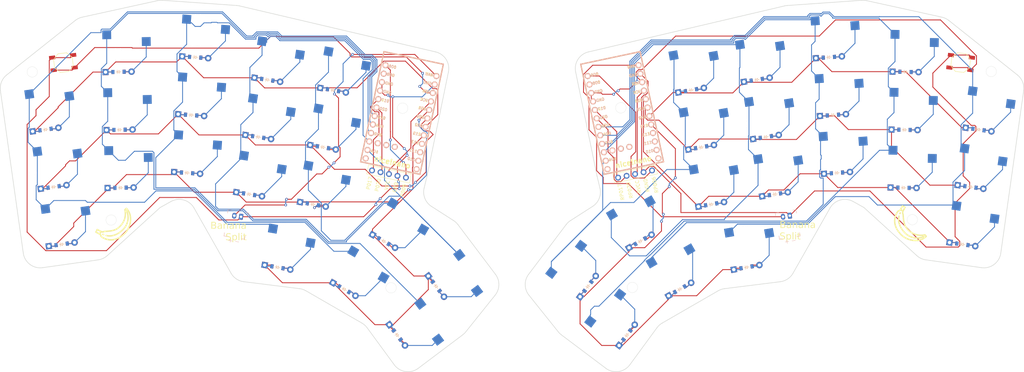
<source format=kicad_pcb>
(kicad_pcb (version 20241229) (generator "pcbnew") (generator_version "9.0")
  (title_block (title "banana_split") (rev "0.0.1") (company "Etash Jhanji"))
  (layers (0 "F.Cu" signal) (2 "B.Cu" signal) (13 "F.Paste" user) (15 "B.Paste" user) (5 "F.SilkS" user "F.Silkscreen") (7 "B.SilkS" user "B.Silkscreen") (1 "F.Mask" user) (3 "B.Mask" user) (25 "Edge.Cuts" user))
  (net 0 "")
  (net 1 "P022")
  (net 2 "pinky_bottom")
  (net 3 "pinky_home")
  (net 4 "pinky_top")
  (net 5 "P024")
  (net 6 "ring_bottom")
  (net 7 "ring_home")
  (net 8 "ring_top")
  (net 9 "P100")
  (net 10 "middle_bottom")
  (net 11 "middle_home")
  (net 12 "middle_top")
  (net 13 "P011")
  (net 14 "index_bottom")
  (net 15 "index_home")
  (net 16 "index_top")
  (net 17 "P104")
  (net 18 "indexfar_bottom")
  (net 19 "indexfar_home")
  (net 20 "indexfar_top")
  (net 21 "in_thumb")
  (net 22 "home_thumb")
  (net 23 "out_thumb")
  (net 24 "in_default")
  (net 25 "out_default")
  (net 26 "RP022")
  (net 27 "mirror_pinky_bottom")
  (net 28 "mirror_pinky_home")
  (net 29 "mirror_pinky_top")
  (net 30 "RP024")
  (net 31 "mirror_ring_bottom")
  (net 32 "mirror_ring_home")
  (net 33 "mirror_ring_top")
  (net 34 "RP100")
  (net 35 "mirror_middle_bottom")
  (net 36 "mirror_middle_home")
  (net 37 "mirror_middle_top")
  (net 38 "RP011")
  (net 39 "mirror_index_bottom")
  (net 40 "mirror_index_home")
  (net 41 "mirror_index_top")
  (net 42 "RP104")
  (net 43 "mirror_indexfar_bottom")
  (net 44 "mirror_indexfar_home")
  (net 45 "mirror_indexfar_top")
  (net 46 "mirror_in_thumb")
  (net 47 "mirror_home_thumb")
  (net 48 "mirror_out_thumb")
  (net 49 "mirror_in_default")
  (net 50 "mirror_out_default")
  (net 51 "P031")
  (net 52 "P029")
  (net 53 "P002")
  (net 54 "P115")
  (net 55 "RP031")
  (net 56 "RP029")
  (net 57 "RP002")
  (net 58 "RP115")
  (net 59 "RAW")
  (net 60 "GND")
  (net 61 "RST")
  (net 62 "VCC")
  (net 63 "P113")
  (net 64 "P111")
  (net 65 "P010")
  (net 66 "P009")
  (net 67 "P006")
  (net 68 "P008")
  (net 69 "P017")
  (net 70 "P020")
  (net 71 "P106")
  (net 72 "P101")
  (net 73 "P102")
  (net 74 "P107")
  (net 75 "RRAW")
  (net 76 "RGND")
  (net 77 "RRST")
  (net 78 "RVCC")
  (net 79 "RP113")
  (net 80 "RP111")
  (net 81 "RP010")
  (net 82 "RP009")
  (net 83 "RP006")
  (net 84 "RP008")
  (net 85 "RP017")
  (net 86 "RP020")
  (net 87 "RP106")
  (net 88 "RP101")
  (net 89 "RP102")
  (net 90 "RP107")
  (footprint "E73:SW_TACT_ALPS_SKQGABE010" (layer "F.Cu") (at 88.093871 98.709201 7)
    (property "Reference" "B1" (hide yes))
    (property "Value" "" (hide yes))
  )
  (footprint "ComboDiode" (layer "F.Cu") (at 253.179514 178.642526 53)
    (property "Reference" "D38" (hide yes))
    (property "Value" "" (hide yes))
  )
  (footprint "nice_nano" (layer "F.Cu") (at 252.044587 114.731454 -78)
    (property "Reference" "MCU2" (hide yes))
    (property "Value" "nice_nano" (hide yes))
  )
  (footprint "ComboDiode" (layer "F.Cu") (at 147.818574 103.745137 -9)
    (property "Reference" "D12" (hide yes))
    (property "Value" "" (hide yes))
  )
  (footprint "PG1350" (layer "F.Cu") (at 293.11267 115.597397 9)
    (property "Reference" "S31" (hide yes))
    (property "Value" "" (hide yes))
  )
  (footprint "ComboDiode" (layer "F.Cu") (at 161.179812 140.284392 -10)
    (property "Reference" "D13" (hide yes))
    (property "Value" "" (hide yes))
  )
  (footprint "PG1350" (layer "F.Cu") (at 352.161073 147.070559 -8)
    (property "Reference" "S21" (hide yes))
    (property "Value" "" (hide yes))
  )
  (footprint "PG1350" (layer "F.Cu") (at 125.8629 109.116316 -4)
    (property "Reference" "S8" (hide yes))
    (property "Value" "" (hide yes))
  )
  (footprint "ComboDiode" (layer "F.Cu") (at 274.922199 123.54266 10)
    (property "Reference" "D34" (hide yes))
    (property "Value" "" (hide yes))
  )
  (footprint "ComboDiode" (layer "F.Cu") (at 271.97018 106.800928 10)
    (property "Reference" "D35" (hide yes))
    (property "Value" "" (hide yes))
  )
  (footprint "E73:SW_TACT_ALPS_SKQGABE010" (layer "F.Cu") (at 350.960159 98.709201 -7)
    (property "Reference" "B2" (hide yes))
    (property "Value" "" (hide yes))
  )
  (footprint "ceoloide:display_nice_view" (layer "F.Cu") (at 252.103627 115.066288 12)
    (property "Reference" "DISP2" (hide yes))
    (property "Value" "")
  )
  (footprint "ComboDiode" (layer "F.Cu") (at 181.95496 151.114007 -30)
    (property "Reference" "D19" (hide yes))
    (property "Value" "" (hide yes))
  )
  (footprint "ComboDiode" (layer "F.Cu") (at 351.465207 152.021899 -8)
    (property "Reference" "D21" (hide yes))
    (property "Value" "" (hide yes))
  )
  (footprint "ComboDiode" (layer "F.Cu") (at 334.810254 101.427761 -1)
    (property "Reference" "D26" (hide yes))
    (property "Value" "" (hide yes))
  )
  (footprint "PG1350" (layer "F.Cu") (at 104.453205 113.425933 1)
    (property "Reference" "S5" (hide yes))
    (property "Value" "" (hide yes))
  )
  (footprint "ComboDiode" (layer "F.Cu") (at 104.540467 118.425172 1)
    (property "Reference" "D5" (hide yes))
    (property "Value" "" (hide yes))
  )
  (footprint "PG1350" (layer "F.Cu") (at 274.053958 118.618621 10)
    (property "Reference" "S34" (hide yes))
    (property "Value" "" (hide yes))
  )
  (footprint "PG1350" (layer "F.Cu") (at 314.37699 126.074905 4)
    (property "Reference" "S27" (hide yes))
    (property "Value" "" (hide yes))
  )
  (footprint "PG1350" (layer "F.Cu") (at 254.59907 146.78388 30)
    (property "Reference" "S39" (hide yes))
    (property "Value" "" (hide yes))
  )
  (footprint "PG1350" (layer "F.Cu") (at 167.952091 101.87689 -10)
    (property "Reference" "S15" (hide yes))
    (property "Value" "" (hide yes))
  )
  (footprint "PG1350" (layer "F.Cu") (at 271.101939 101.87689 10)
    (property "Reference" "S35" (hide yes))
    (property "Value" "" (hide yes))
  )
  (footprint "ComboDiode" (layer "F.Cu") (at 185.874516 178.642526 -53)
    (property "Reference" "D18" (hide yes))
    (property "Value" "" (hide yes))
  )
  (footprint "ComboDiode" (layer "F.Cu") (at 356.197092 118.352785 -8)
    (property "Reference" "D23" (hide yes))
    (property "Value" "" (hide yes))
  )
  (footprint "ComboDiode" (layer "F.Cu") (at 288.240836 158.76501 10)
    (property "Reference" "D36" (hide yes))
    (property "Value" "" (hide yes))
  )
  (footprint "PG1350" (layer "F.Cu") (at 184.45496 146.78388 -30)
    (property "Reference" "S19" (hide yes))
    (property "Value" "" (hide yes))
  )
  (footprint "PG1350" (layer "F.Cu") (at 287.372595 153.840971 10)
    (property "Reference" "S36" (hide yes))
    (property "Value" "" (hide yes))
  )
  (footprint "ComboDiode" (layer "F.Cu") (at 257.09907 151.114007 30)
    (property "Reference" "D39" (hide yes))
    (property "Value" "" (hide yes))
  )
  (footprint "PG1350" (layer "F.Cu") (at 334.600825 113.425933 -1)
    (property "Reference" "S25" (hide yes))
    (property "Value" "" (hide yes))
  )
  (footprint "PG1350" (layer "F.Cu") (at 145.941361 115.597397 -9)
    (property "Reference" "S11" (hide yes))
    (property "Value" "" (hide yes))
  )
  (footprint "PG1350" (layer "F.Cu") (at 172.856884 160.872337 -30)
    (property "Reference" "S17" (hide yes))
    (property "Value" "" (hide yes))
  )
  (footprint "ceoloide:display_nice_view" (layer "F.Cu") (at 186.950403 115.066288 -12)
    (property "Reference" "DISP1" (hide yes))
    (property "Value" "")
  )
  (footprint "PG1350" (layer "F.Cu") (at 277.005977 135.360353 10)
    (property "Reference" "S33" (hide yes))
    (property "Value" "" (hide yes))
  )
  (footprint "ComboDiode" (layer "F.Cu") (at 312.354052 97.145548 4)
    (property "Reference" "D29" (hide yes))
    (property "Value" "" (hide yes))
  )
  (footprint "PG1350" (layer "F.Cu") (at 266.197146 160.872337 30)
    (property "Reference" "S37" (hide yes))
    (property "Value" "" (hide yes))
  )
  (footprint "PG1350" (layer "F.Cu") (at 356.892958 113.401445 -8)
    (property "Reference" "S23" (hide yes))
    (property "Value" "" (hide yes))
  )
  (footprint "PG1350" (layer "F.Cu") (at 201.2909 161.345112 -53)
    (property "Reference" "S20" (hide yes))
    (property "Value" "" (hide yes))
  )
  (footprint "ComboDiode" (layer "F.Cu") (at 126.699978 97.145548 -4)
    (property "Reference" "D9" (hide yes))
    (property "Value" "" (hide yes))
  )
  (footprint "PG1350" (layer "F.Cu") (at 162.048053 135.360353 -10)
    (property "Reference" "S13" (hide yes))
    (property "Value" "" (hide yes))
  )
  (footprint "ComboDiode" (layer "F.Cu") (at 241.756308 164.354187 53)
    (property "Reference" "D40" (hide yes))
    (property "Value" "" (hide yes))
  )
  (footprint "ComboDiode" (layer "F.Cu") (at 150.813194 158.76501 -10)
    (property "Reference" "D16" (hide yes))
    (property "Value" "" (hide yes))
  )
  (footprint "ComboDiode" (layer "F.Cu") (at 104.243776 101.427761 1)
    (property "Reference" "D6" (hide yes))
    (property "Value" "" (hide yes))
  )
  (footprint "ComboDiode" (layer "F.Cu") (at 197.297722 164.354187 -53)
    (property "Reference" "D20" (hide yes))
    (property "Value" "" (hide yes))
  )
  (footprint "ComboDiode" (layer "F.Cu") (at 125.514118 114.104136 -4)
    (property "Reference" "D8" (hide yes))
    (property "Value" "" (hide yes))
  )
  (footprint "ComboDiode" (layer "F.Cu") (at 124.328258 131.062725 -4)
    (property "Reference" "D7" (hide yes))
    (property "Value" "" (hide yes))
  )
  (footprint "ComboDiode" (layer "F.Cu") (at 334.216872 135.422582 -1)
    (property "Reference" "D24" (hide yes))
    (property "Value" "" (hide yes))
  )
  (footprint "PG1350" (layer "F.Cu") (at 127.04876 92.157727 -4)
    (property "Reference" "S9" (hide yes))
    (property "Value" "" (hide yes))
  )
  (footprint "PG1350" (layer "F.Cu") (at 313.19113 109.116316 4)
    (property "Reference" "S28" (hide yes))
    (property "Value" "" (hide yes))
  )
  (footprint "PG1350" (layer "F.Cu") (at 86.892958 147.070559 8)
    (property "Reference" "S1" (hide yes))
    (property "Value" "" (hide yes))
  )
  (footprint "ComboDiode" (layer "F.Cu") (at 164.131831 123.54266 -10)
    (property "Reference" "D14" (hide yes))
    (property "Value" "" (hide yes))
  )
  (footprint "ComboDiode" (layer "F.Cu") (at 87.588823 152.021899 8)
    (property "Reference" "D1" (hide yes))
    (property "Value" "" (hide yes))
  )
  (footprint "ComboDiode" (layer "F.Cu") (at 170.356884 165.202464 -30)
    (property "Reference" "D17" (hide yes))
    (property "Value" "" (hide yes))
  )
  (footprint "PG1350" (layer "F.Cu") (at 334.304135 130.423344 -1)
    (property "Reference" "S24" (hide yes))
    (property "Value" "" (hide yes))
  )
  (footprint "ComboDiode" (layer "F.Cu") (at 268.697146 165.202464 30)
    (property "Reference" "D37" (hide yes))
    (property "Value" "" (hide yes))
  )
  (footprint "ComboDiode" (layer "F.Cu") (at 334.513563 118.425172 -1)
    (property "Reference" "D25" (hide yes))
    (property "Value" "" (hide yes))
  )
  (footprint "PG1350" (layer "F.Cu") (at 249.186336 175.633451 53)
    (property "Reference" "S38" (hide yes))
    (property "Value" "" (hide yes))
  )
  (footprint "nice_nano" (layer "F.Cu") (at 187.009444 114.731454 -102)
    (property "Reference" "MCU1" (hide yes))
    (property "Value" "nice_nano" (hide yes))
  )
  (footprint "ComboDiode" (layer "F.Cu") (at 296.554228 137.32654 9)
    (property "Reference" "D30" (hide yes))
    (property "Value" "" (hide yes))
  )
  (footprint "PG1350" (layer "F.Cu") (at 334.897516 96.428522 -1)
    (property "Reference" "S26" (hide yes))
    (property "Value" "" (hide yes))
  )
  (footprint "ComboDiode" (layer "F.Cu") (at 104.837158 135.422582 1)
    (property "Reference" "D4" (hide yes))
    (property "Value" "" (hide yes))
  )
  (footprint "ComboDiode" (layer "F.Cu") (at 167.08385 106.800928 -10)
    (property "Reference" "D15" (hide yes))
    (property "Value" "" (hide yes))
  )
  (footprint "PG1350" (layer "F.Cu") (at 151.681435 153.840971 -10)
    (property "Reference" "S16" (hide yes))
    (property "Value" "" (hide yes))
  )
  (footprint "ComboDiode" (layer "F.Cu") (at 314.725773 131.062725 4)
    (property "Reference" "D27" (hide yes))
    (property "Value" "" (hide yes))
  )
  (footprint "PG1350" (layer "F.Cu") (at 189.867694 175.633451 -53)
    (property "Reference" "S18" (hide yes))
    (property "Value" "" (hide yes))
  )
  (footprint "PG1350" (layer "F.Cu") (at 124.67704 126.074905 -4)
    (property "Reference" "S7" (hide yes))
    (property "Value" "" (hide yes))
  )
  (footprint "ComboDiode" (layer "F.Cu") (at 313.539913 114.104136 4)
    (property "Reference" "D28" (hide yes))
    (property "Value" "" (hide yes))
  )
  (footprint "PG1350" (layer "F.Cu") (at 354.527015 130.236002 -8)
    (property "Reference" "S22" (hide yes))
    (property "Value" "" (hide yes))
  )
  (footprint "ComboDiode" (layer "F.Cu") (at 82.856938 118.352785 8)
    (property "Reference" "D3" (hide yes))
    (property "Value" "" (hide yes))
  )
  (footprint "PG1350" (layer "F.Cu") (at 143.281975 132.388098 -9)
    (property "Reference" "S10" (hide yes))
    (property "Value" "" (hide yes))
  )
  (footprint "ComboDiode" (layer "F.Cu") (at 353.83115 135.187342 -8)
    (property "Reference" "D22" (hide yes))
    (property "Value" "" (hide yes))
  )
  (footprint "PG1350" (layer "F.Cu") (at 290.453284 98.806695 9)
    (property "Reference" "S32" (hide yes))
    (property "Value" "" (hide yes))
  )
  (footprint "ComboDiode" (layer "F.Cu") (at 293.894842 120.535838 9)
    (property "Reference" "D31" (hide yes))
    (property "Value" "" (hide yes))
  )
  (footprint "ComboDiode" (layer "F.Cu") (at 145.159188 120.535838 -9)
    (property "Reference" "D11" (hide yes))
    (property "Value" "" (hide yes))
  )
  (footprint "PG1350" (layer "F.Cu") (at 104.749896 130.423344 1)
    (property "Reference" "S4" (hide yes))
    (property "Value" "" (hide yes))
  )
  (footprint "PG1350" (layer "F.Cu") (at 82.161072 113.401445 8)
    (property "Reference" "S3" (hide yes))
    (property "Value" "" (hide yes))
  )
  (footprint "PG1350" (layer "F.Cu") (at 104.156514 96.428522 1)
    (property "Reference" "S6" (hide yes))
    (property "Value" "" (hide yes))
  )
  (footprint "PG1350" (layer "F.Cu") (at 84.527015 130.236002 8)
    (property "Reference" "S2" (hide yes))
    (property "Value" "" (hide yes))
  )
  (footprint "ComboDiode" (layer "F.Cu") (at 291.235456 103.745137 9)
    (property "Reference" "D32" (hide yes))
    (property "Value" "" (hide yes))
  )
  (footprint "ComboDiode" (layer "F.Cu") (at 85.222881 135.187342 8)
    (property "Reference" "D2" (hide yes))
    (property "Value" "" (hide yes))
  )
  (footprint "ComboDiode" (layer "F.Cu") (at 142.499802 137.32654 -9)
    (property "Reference" "D10" (hide yes))
    (property "Value" "" (hide yes))
  )
  (footprint "PG1350" (layer "F.Cu") (at 148.600746 98.806695 -9)
    (property "Reference" "S12" (hide yes))
    (property "Value" "" (hide yes))
  )
  (footprint "PG1350" (layer "F.Cu") (at 295.772056 132.388098 9)
    (property "Reference" "S30" (hide yes))
    (property "Value" "" (hide yes))
  )
  (footprint "PG1350" (layer "F.Cu") (at 165.000072 118.618621 -10)
    (property "Reference" "S14" (hide yes))
    (property "Value" "" (hide yes))
  )
  (footprint "PG1350" (layer "F.Cu") (at 237.763131 161.345112 53)
    (property "Reference" "S40" (hide yes))
    (property "Value" "" (hide yes))
  )
  (footprint "ComboDiode" (layer "F.Cu") (at 277.874218 140.284392 10)
    (property "Reference" "D33" (hide yes))
    (property "Value" "" (hide yes))
  )
  (footprint "PG1350" (layer "F.Cu") (at 312.00527 92.157727 4)
    (property "Reference" "S29" (hide yes))
    (property "Value" "" (hide yes))
  )
  (footprint "ceoloide:battery_connector_jst_ph_2" (layer "B.Cu") (at 299.905309 143.78179 9)
    (property "Reference" "JST2" (hide yes))
    (property "Value" "")
  )
  (footprint "ceoloide:battery_connector_jst_ph_2" (layer "B.Cu") (at 139.148721 143.78179 -9)
    (property "Reference" "JST1" (hide yes))
    (property "Value" "")
  )
  (gr_poly (pts (xy 99.452491 149.074158) (xy 99.453398 149.063908) (xy 99.454817 149.053665) (xy 99.456752 149.043448) (xy 99.459211 149.033273) (xy 99.462199 149.02316) (xy 99.465721 149.013125) (xy 99.469785 149.003187) (xy 99.474395 148.993363) (xy 99.479492 148.98378) (xy 99.485008 148.974567) (xy 99.490926 148.965729) (xy 99.497228 148.957272) (xy 99.503895 148.949202) (xy 99.510911 148.941524) (xy 99.518257 148.934245) (xy 99.525916 148.927371) (xy 99.533869 148.920908) (xy 99.5421 148.91486) (xy 99.55059 148.909236) (xy 99.559321 148.904039) (xy 99.568276 148.899277) (xy 99.577436 148.894954) (xy 99.586785 148.891078) (xy 99.596304 148.887654) (xy 99.605976 148.884687) (xy 99.615782 148.882184) (xy 99.625705 148.880151) (xy 99.635727 148.878593) (xy 99.645831 148.877517) (xy 99.655998 148.876928) (xy 99.666211 148.876833) (xy 99.676452 148.877236) (xy 99.686703 148.878145) (xy 99.696946 148.879565) (xy 99.707164 148.881501) (xy 99.717339 148.883961) (xy 99.727453 148.886949) (xy 99.737488 148.890472) (xy 99.747426 148.894536) (xy 99.75725 148.899146) (xy 99.80587 148.92312) (xy 99.854787 148.946528) (xy 99.903831 148.969293) (xy 99.952835 148.991337) (xy 99.967213 148.998357) (xy 99.980821 149.006313) (xy 99.993639 149.015147) (xy 100.005645 149.024802) (xy 100.016815 149.035223) (xy 100.027129 149.046353) (xy 100.036565 149.058135) (xy 100.0451 149.070513) (xy 100.052714 149.08343) (xy 100.059383 149.096831) (xy 100.065086 149.110658) (xy 100.069801 149.124855) (xy 100.073507 149.139365) (xy 100.076181 149.154133) (xy 100.077801 149.169101) (xy 100.078346 149.184214) (xy 100.078278 149.189567) (xy 100.078073 149.194928) (xy 100.077729 149.200294) (xy 100.077247 149.205663) (xy 100.076624 149.211033) (xy 100.07586 149.2164) (xy 100.074954 149.221764) (xy 100.073905 149.22712) (xy 100.072711 149.232468) (xy 100.071373 149.237803) (xy 100.069888 149.243125) (xy 100.068257 149.24843) (xy 100.066477 149.253717) (xy 100.064548 149.258982) (xy 100.062469 149.264223) (xy 100.060239 149.269438) (xy 100.055597 149.279246) (xy 100.050518 149.288705) (xy 100.045021 149.297809) (xy 100.039123 149.30655) (xy 100.032842 149.314922) (xy 100.026194 149.322919) (xy 100.019198 149.330533) (xy 100.01187 149.337757) (xy 100.004229 149.344586) (xy 99.996292 149.351012) (xy 99.988075 149.357029) (xy 99.979598 149.362629) (xy 99.970877 149.367807) (xy 99.96193 149.372554) (xy 99.952774 149.376865) (xy 99.943427 149.380733) (xy 99.933906 149.384151) (xy 99.924229 149.387113) (xy 99.914413 149.389611) (xy 99.904476 149.391639) (xy 99.894435 149.393189) (xy 99.884308 149.394256) (xy 99.874112 149.394833) (xy 99.863865 149.394913) (xy 99.853583 149.394488) (xy 99.843286 149.393553) (xy 99.83299 149.392101) (xy 99.822712 149.390125) (xy 99.81247 149.387617) (xy 99.802282 149.384572) (xy 99.792166 149.380983) (xy 99.782137 149.376842) (xy 99.728645 149.352777) (xy 99.675105 149.327926) (xy 99.621706 149.302376) (xy 99.568631 149.276218) (xy 99.559051 149.271119) (xy 99.549839 149.265601) (xy 99.541002 149.259682) (xy 99.532546 149.253379) (xy 99.524476 149.246711) (xy 99.516799 149.239694) (xy 99.50952 149.232347) (xy 99.502646 149.224688) (xy 99.496182 149.216734) (xy 99.490134 149.208504) (xy 99.484508 149.200014) (xy 99.47931 149.191283) (xy 99.474547 149.182328) (xy 99.470223 149.173168) (xy 99.466346 149.163819) (xy 99.46292 149.154301) (xy 99.459952 149.14463) (xy 99.457447 149.134824) (xy 99.455413 149.124902) (xy 99.453853 149.11488) (xy 99.452776 149.104777) (xy 99.452185 149.094611) (xy 99.452088 149.084398)) (fill yes) (layer "F.SilkS"))
  (gr_poly (pts (xy 333.27 142.58) (xy 333.28025 142.580907) (xy 333.290493 142.582326) (xy 333.30071 142.584261) (xy 333.310885 142.58672) (xy 333.320998 142.589708) (xy 333.331033 142.59323) (xy 333.340971 142.597294) (xy 333.350795 142.601904) (xy 333.360378 142.607001) (xy 333.369591 142.612517) (xy 333.378429 142.618435) (xy 333.386886 142.624737) (xy 333.394956 142.631404) (xy 333.402634 142.63842) (xy 333.409913 142.645766) (xy 333.416787 142.653425) (xy 333.42325 142.661378) (xy 333.429298 142.669609) (xy 333.434922 142.678099) (xy 333.440119 142.68683) (xy 333.444881 142.695785) (xy 333.449204 142.704945) (xy 333.45308 142.714294) (xy 333.456504 142.723813) (xy 333.459471 142.733485) (xy 333.461974 142.743291) (xy 333.464007 142.753214) (xy 333.465565 142.763236) (xy 333.466641 142.77334) (xy 333.46723 142.783507) (xy 333.467325 142.79372) (xy 333.466922 142.803961) (xy 333.466013 142.814212) (xy 333.464593 142.824455) (xy 333.462657 142.834673) (xy 333.460197 142.844848) (xy 333.457209 142.854962) (xy 333.453686 142.864997) (xy 333.449622 142.874935) (xy 333.445012 142.884759) (xy 333.421038 142.933379) (xy 333.39763 142.982296) (xy 333.374865 143.03134) (xy 333.352821 143.080344) (xy 333.345801 143.094722) (xy 333.337845 143.10833) (xy 333.329011 143.121148) (xy 333.319356 143.133154) (xy 333.308935 143.144324) (xy 333.297805 143.154638) (xy 333.286023 143.164074) (xy 333.273645 143.172609) (xy 333.260728 143.180223) (xy 333.247327 143.186892) (xy 333.2335 143.192595) (xy 333.219303 143.19731) (xy 333.204793 143.201016) (xy 333.190025 143.20369) (xy 333.175057 143.20531) (xy 333.159944 143.205855) (xy 333.154591 143.205787) (xy 333.14923 143.205582) (xy 333.143864 143.205238) (xy 333.138495 143.204756) (xy 333.133125 143.204133) (xy 333.127758 143.203369) (xy 333.122394 143.202463) (xy 333.117038 143.201414) (xy 333.11169 143.20022) (xy 333.106355 143.198882) (xy 333.101033 143.197397) (xy 333.095728 143.195766) (xy 333.090441 143.193986) (xy 333.085176 143.192057) (xy 333.079935 143.189978) (xy 333.07472 143.187748) (xy 333.064912 143.183106) (xy 333.055453 143.178027) (xy 333.046349 143.17253) (xy 333.037608 143.166632) (xy 333.029236 143.160351) (xy 333.021239 143.153703) (xy 333.013625 143.146707) (xy 333.006401 143.139379) (xy 332.999572 143.131738) (xy 332.993146 143.123801) (xy 332.987129 143.115584) (xy 332.981529 143.107107) (xy 332.976351 143.098386) (xy 332.971604 143.089439) (xy 332.967293 143.080283) (xy 332.963425 143.070936) (xy 332.960007 143.061415) (xy 332.957045 143.051738) (xy 332.954547 143.041922) (xy 332.952519 143.031985) (xy 332.950969 143.021944) (xy 332.949902 143.011817) (xy 332.949325 143.001621) (xy 332.949245 142.991374) (xy 332.94967 142.981092) (xy 332.950605 142.970795) (xy 332.952057 142.960499) (xy 332.954033 142.950221) (xy 332.956541 142.939979) (xy 332.959586 142.929791) (xy 332.963175 142.919675) (xy 332.967316 142.909646) (xy 332.991381 142.856154) (xy 333.016232 142.802614) (xy 333.041782 142.749215) (xy 333.06794 142.69614) (xy 333.073039 142.68656) (xy 333.078557 142.677348) (xy 333.084476 142.668511) (xy 333.090779 142.660055) (xy 333.097447 142.651985) (xy 333.104464 142.644308) (xy 333.111811 142.637029) (xy 333.11947 142.630155) (xy 333.127424 142.623691) (xy 333.135654 142.617643) (xy 333.144144 142.612017) (xy 333.152875 142.606819) (xy 333.16183 142.602056) (xy 333.17099 142.597732) (xy 333.180339 142.593855) (xy 333.189857 142.590429) (xy 333.199528 142.587461) (xy 333.209334 142.584956) (xy 333.219256 142.582922) (xy 333.229278 142.581362) (xy 333.239381 142.580285) (xy 333.249547 142.579694) (xy 333.25976 142.579597)) (fill yes) (layer "F.SilkS"))
  (gr_poly (pts (xy 333.924158 140.527509) (xy 333.934385 140.528147) (xy 333.94461 140.52929) (xy 333.954816 140.530944) (xy 333.964983 140.533115) (xy 333.975095 140.535807) (xy 333.985134 140.539026) (xy 333.995081 140.542779) (xy 334.004919 140.547069) (xy 334.01463 140.551904) (xy 334.767203 140.950348) (xy 334.776325 140.955466) (xy 334.785145 140.961005) (xy 334.793649 140.966951) (xy 334.801825 140.973289) (xy 334.809662 140.980005) (xy 334.817148 140.987083) (xy 334.82427 140.994511) (xy 334.831018 141.002272) (xy 334.837378 141.010354) (xy 334.843339 141.01874) (xy 334.848889 141.027418) (xy 334.854017 141.036372) (xy 334.858709 141.045587) (xy 334.862955 141.05505) (xy 334.866742 141.064746) (xy 334.870059 141.074661) (xy 334.872888 141.084727) (xy 334.875204 141.094876) (xy 334.877011 141.105089) (xy 334.87831 141.115348) (xy 334.879102 141.125635) (xy 334.879389 141.13593) (xy 334.879174 141.146215) (xy 334.878457 141.156472) (xy 334.87724 141.166682) (xy 334.875526 141.176827) (xy 334.873316 141.186889) (xy 334.870612 141.196848) (xy 334.867415 141.206686) (xy 334.863727 141.216385) (xy 334.859551 141.225926) (xy 334.854887 141.235291) (xy 334.25108 142.375705) (xy 334.234835 142.408442) (xy 334.220443 142.441762) (xy 334.207907 142.47559) (xy 334.197234 142.509849) (xy 334.188427 142.544465) (xy 334.181491 142.579361) (xy 334.17643 142.614464) (xy 334.17325 142.649696) (xy 334.171955 142.684982) (xy 334.17255 142.720248) (xy 334.175039 142.755417) (xy 334.179428 142.790415) (xy 334.18572 142.825164) (xy 334.19392 142.859591) (xy 334.204033 142.89362) (xy 334.216064 142.927174) (xy 334.22832 142.959532) (xy 334.239919 142.992124) (xy 334.250854 143.024922) (xy 334.261116 143.057897) (xy 334.270695 143.091021) (xy 334.279583 143.124264) (xy 334.287772 143.157597) (xy 334.295253 143.190992) (xy 334.297738 143.203204) (xy 334.299948 143.215239) (xy 334.303617 143.238757) (xy 334.306402 143.261496) (xy 334.308446 143.283408) (xy 334.309891 143.304442) (xy 334.31088 143.324551) (xy 334.312058 143.361793) (xy 334.312836 143.387461) (xy 334.313358 143.399146) (xy 334.313683 143.404597) (xy 334.314063 143.409749) (xy 334.341741 143.75381) (xy 334.38906 144.325212) (xy 334.415496 144.597167) (xy 334.445915 144.860828) (xy 334.481913 145.116845) (xy 334.525088 145.365872) (xy 334.577039 145.608558) (xy 334.639363 145.845557) (xy 334.713658 146.077519) (xy 334.801522 146.305097) (xy 334.904552 146.528942) (xy 335.024346 146.749706) (xy 335.162503 146.96804) (xy 335.320619 147.184596) (xy 335.500293 147.400027) (xy 335.703123 147.614983) (xy 335.922333 147.823642) (xy 336.147784 148.017521) (xy 336.379252 148.196537) (xy 336.616509 148.360605) (xy 336.859331 148.509642) (xy 337.107492 148.643564) (xy 337.360765 148.762287) (xy 337.618925 148.865728) (xy 337.881746 148.953804) (xy 338.149002 149.026429) (xy 338.420468 149.083521) (xy 338.695917 149.124995) (xy 338.975124 149.150769) (xy 339.257863 149.160758) (xy 339.543908 149.154879) (xy 339.833033 149.133048) (xy 339.911377 149.124347) (xy 339.989554 149.114328) (xy 340.067495 149.103004) (xy 340.145135 149.090386) (xy 340.222405 149.076486) (xy 340.299239 149.061316) (xy 340.37557 149.044888) (xy 340.45133 149.027214) (xy 340.465901 149.024227) (xy 340.480514 149.022283) (xy 340.49512 149.021369) (xy 340.509668 149.021466) (xy 340.524109 149.022561) (xy 340.538395 149.024636) (xy 340.552476 149.027675) (xy 340.566302 149.031663) (xy 340.579824 149.036584) (xy 340.592993 149.042421) (xy 340.605759 149.049159) (xy 340.618072 149.056782) (xy 340.629885 149.065273) (xy 340.641146 149.074617) (xy 340.651807 149.084798) (xy 340.661818 149.095799) (xy 341.033598 149.53449) (xy 341.040025 149.542454) (xy 341.046006 149.550638) (xy 341.051543 149.559028) (xy 341.056637 149.567607) (xy 341.061288 149.576358) (xy 341.065496 149.585267) (xy 341.069263 149.594316) (xy 341.072589 149.603492) (xy 341.075475 149.612776) (xy 341.077922 149.622154) (xy 341.079929 149.631609) (xy 341.081498 149.641126) (xy 341.082629 149.650688) (xy 341.083323 149.660281) (xy 341.083581 149.669887) (xy 341.083404 149.679491) (xy 341.082791 149.689077) (xy 341.081744 149.698629) (xy 341.080263 149.708132) (xy 341.078349 149.717568) (xy 341.076002 149.726923) (xy 341.073224 149.736181) (xy 341.070015 149.745325) (xy 341.066375 149.754339) (xy 341.062305 149.763209) (xy 341.057806 149.771917) (xy 341.052879 149.780447) (xy 341.047523 149.788785) (xy 341.041741 149.796914) (xy 341.035532 149.804818) (xy 341.028897 149.812481) (xy 341.021836 149.819888) (xy 340.955384 149.884965) (xy 340.88744 149.948775) (xy 340.818068 150.011267) (xy 340.747331 150.072389) (xy 340.675292 150.132087) (xy 340.602014 150.190312) (xy 340.527559 150.247011) (xy 340.451991 150.302131) (xy 340.362301 150.364229) (xy 340.270655 150.423937) (xy 340.177074 150.481244) (xy 340.081581 150.536141) (xy 339.9842 150.588618) (xy 339.884952 150.638666) (xy 339.78386 150.686275) (xy 339.680947 150.731435) (xy 339.576235 150.774136) (xy 339.469748 150.81437) (xy 339.361507 150.852125) (xy 339.251535 150.887393) (xy 339.139855 150.920165) (xy 339.02649 150.950429) (xy 338.911462 150.978177) (xy 338.794793 151.003399) (xy 338.662807 151.028531) (xy 338.529762 151.050317) (xy 338.395699 151.068755) (xy 338.260661 151.083844) (xy 338.124691 151.095582) (xy 337.987832 151.103968) (xy 337.850126 151.109001) (xy 337.711616 151.110679) (xy 337.611777 151.109816) (xy 337.511559 151.107226) (xy 337.410976 151.102908) (xy 337.310044 151.096864) (xy 337.208777 151.089092) (xy 337.107189 151.079592) (xy 337.005295 151.068364) (xy 336.903109 151.055407) (xy 336.650112 151.016039) (xy 336.399702 150.966739) (xy 336.152221 150.907673) (xy 335.908007 150.839006) (xy 335.6674 150.760905) (xy 335.430742 150.673534) (xy 335.19837 150.57706) (xy 334.970626 150.471648) (xy 334.747849 150.357464) (xy 334.530379 150.234674) (xy 334.318557 150.103443) (xy 334.112721 149.963938) (xy 333.913212 149.816323) (xy 333.72037 149.660766) (xy 333.534534 149.49743) (xy 333.356046 149.326483) (xy 332.972032 148.916512) (xy 332.629699 148.497007) (xy 332.32923 148.069216) (xy 332.194754 147.852603) (xy 332.070812 147.634386) (xy 331.95743 147.41472) (xy 331.85463 147.193762) (xy 331.762434 146.971668) (xy 331.680867 146.748593) (xy 331.609951 146.524693) (xy 331.549709 146.300124) (xy 331.500165 146.075042) (xy 331.461341 145.849603) (xy 331.433261 145.623963) (xy 331.415948 145.398277) (xy 331.409746 145.183831) (xy 331.837993 145.183831) (xy 331.844902 145.392041) (xy 331.861789 145.600414) (xy 331.888632 145.808807) (xy 331.925408 146.017076) (xy 331.972097 146.225077) (xy 332.028676 146.432666) (xy 332.095122 146.639699) (xy 332.171414 146.846032) (xy 332.257531 147.051521) (xy 332.353449 147.256022) (xy 332.459148 147.459392) (xy 332.574604 147.661486) (xy 332.699797 147.86216) (xy 332.834703 148.06127) (xy 332.979302 148.258673) (xy 333.297487 148.647781) (xy 333.654177 149.02833) (xy 333.862257 149.22529) (xy 334.080234 149.410383) (xy 334.307293 149.583492) (xy 334.542618 149.744501) (xy 334.785394 149.893296) (xy 335.034805 150.029761) (xy 335.290035 150.15378) (xy 335.550269 150.265237) (xy 335.814691 150.364017) (xy 336.082486 150.450003) (xy 336.352838 150.523082) (xy 336.624931 150.583136) (xy 336.897951 150.630051) (xy 337.17108 150.66371) (xy 337.443504 150.683998) (xy 337.714407 150.690799) (xy 337.873324 150.688431) (xy 338.031257 150.681295) (xy 338.188038 150.669369) (xy 338.3435 150.652627) (xy 338.497476 150.631046) (xy 338.6498 150.604603) (xy 338.800303 150.573275) (xy 338.94882 150.537036) (xy 339.095182 150.495865) (xy 339.239224 150.449736) (xy 339.380778 150.398626) (xy 339.519677 150.342513) (xy 339.655753 150.281371) (xy 339.788841 150.215177) (xy 339.918773 150.143908) (xy 340.045381 150.06754) (xy 340.012887 150.013652) (xy 339.90305 150.058283) (xy 339.792337 150.100075) (xy 339.680789 150.139023) (xy 339.568448 150.175121) (xy 339.455356 150.208364) (xy 339.341553 150.238747) (xy 339.227083 150.266263) (xy 339.111985 150.290907) (xy 338.996303 150.312673) (xy 338.880077 150.331556) (xy 338.76335 150.347549) (xy 338.646162 150.360648) (xy 338.528556 150.370847) (xy 338.410573 150.37814) (xy 338.292255 150.382522) (xy 338.173644 150.383986) (xy 338.0578 150.3826) (xy 337.941766 150.378438) (xy 337.825577 150.371496) (xy 337.709265 150.36177) (xy 337.592866 150.349256) (xy 337.476415 150.333948) (xy 337.359945 150.315844) (xy 337.243491 150.294937) (xy 337.052718 150.254528) (xy 336.863834 150.206807) (xy 336.676987 150.151854) (xy 336.492329 150.089752) (xy 336.310009 150.020581) (xy 336.130178 149.944422) (xy 335.952985 149.861356) (xy 335.77858 149.771464) (xy 335.607115 149.674827) (xy 335.438738 149.571526) (xy 335.2736 149.461641) (xy 335.111852 149.345256) (xy 334.953642 149.222449) (xy 334.799122 149.093302) (xy 334.648442 148.957896) (xy 334.501751 148.816312) (xy 334.216366 148.517169) (xy 333.95321 148.212931) (xy 333.712457 147.904088) (xy 333.494279 147.591131) (xy 333.298849 147.27455) (xy 333.126338 146.954838) (xy 332.97692 146.632485) (xy 332.850767 146.307982) (xy 332.748052 145.98182) (xy 332.668947 145.654489) (xy 332.613625 145.326482) (xy 332.582259 144.998288) (xy 332.57502 144.670399) (xy 332.592082 144.343307) (xy 332.633617 144.0175) (xy 332.699797 143.693472) (xy 332.702629 143.682994) (xy 332.705952 143.672782) (xy 332.709749 143.662845) (xy 332.714005 143.653194) (xy 332.718703 143.643838) (xy 332.723828 143.634787) (xy 332.729364 143.626051) (xy 332.735295 143.617639) (xy 332.741604 143.609561) (xy 332.748276 143.601827) (xy 332.755295 143.594447) (xy 332.762644 143.587431) (xy 332.770308 143.580787) (xy 332.778271 143.574527) (xy 332.786517 143.568659) (xy 332.795029 143.563194) (xy 332.803792 143.558141) (xy 332.81279 143.553509) (xy 332.822007 143.54931) (xy 332.831427 143.545552) (xy 332.841033 143.542245) (xy 332.85081 143.5394) (xy 332.860742 143.537025) (xy 332.870813 143.53513) (xy 332.881006 143.533726) (xy 332.891307 143.532822) (xy 332.901698 143.532428) (xy 332.912165 143.532553) (xy 332.92269 143.533207) (xy 332.933258 143.5344) (xy 332.943853 143.536143) (xy 332.954458 143.538443) (xy 332.964936 143.541275) (xy 332.975149 143.544598) (xy 332.985085 143.548395) (xy 332.994736 143.55265) (xy 333.004091 143.557349) (xy 333.013142 143.562474) (xy 333.021877 143.56801) (xy 333.030289 143.57394) (xy 333.038366 143.58025) (xy 333.046099 143.586922) (xy 333.053479 143.59394) (xy 333.060495 143.60129) (xy 333.067137 143.608954) (xy 333.073397 143.616917) (xy 333.079264 143.625162) (xy 333.084729 143.633675) (xy 333.089782 143.642438) (xy 333.094413 143.651436) (xy 333.098612 143.660652) (xy 333.102369 143.670072) (xy 333.105676 143.679678) (xy 333.108522 143.689456) (xy 333.110897 143.699387) (xy 333.112791 143.709458) (xy 333.114196 143.719652) (xy 333.115101 143.729952) (xy 333.115496 143.740344) (xy 333.115372 143.75081) (xy 333.114719 143.761335) (xy 333.113527 143.771903) (xy 333.111786 143.782498) (xy 333.109487 143.793104) (xy 333.049192 144.089387) (xy 333.011779 144.387654) (xy 332.997087 144.687452) (xy 333.004952 144.988328) (xy 333.035213 145.289829) (xy 333.087709 145.591503) (xy 333.162277 145.892898) (xy 333.258754 146.19356) (xy 333.37698 146.493037) (xy 333.516792 146.790876) (xy 333.678029 147.086624) (xy 333.860527 147.379829) (xy 334.064126 147.670037) (xy 334.288663 147.956798) (xy 334.533976 148.239656) (xy 334.799903 148.51816) (xy 334.980329 148.690297) (xy 335.166601 148.851908) (xy 335.358325 149.002913) (xy 335.555108 149.143234) (xy 335.756555 149.272788) (xy 335.962274 149.391498) (xy 336.171871 149.499282) (xy 336.384953 149.596062) (xy 336.601126 149.681756) (xy 336.819996 149.756285) (xy 337.041171 149.819569) (xy 337.264256 149.871529) (xy 337.488859 149.912083) (xy 337.714585 149.941153) (xy 337.941042 149.958658) (xy 338.167835 149.964519) (xy 338.271051 149.963307) (xy 338.374213 149.959652) (xy 338.477286 149.953547) (xy 338.580233 149.944986) (xy 338.683018 149.933962) (xy 338.785605 149.920469) (xy 338.887957 149.9045) (xy 338.990039 149.886048) (xy 339.091814 149.865108) (xy 339.193246 149.841673) (xy 339.294298 149.815737) (xy 339.394935 149.787292) (xy 339.49512 149.756332) (xy 339.594817 149.722852) (xy 339.693989 149.686843) (xy 339.792601 149.648301) (xy 339.750102 149.577835) (xy 339.742144 149.564648) (xy 339.598743 149.574179) (xy 339.455865 149.580039) (xy 339.313537 149.582231) (xy 339.171786 149.580759) (xy 339.030639 149.575625) (xy 338.890122 149.566833) (xy 338.750264 149.554386) (xy 338.611091 149.538288) (xy 338.47263 149.518541) (xy 338.414283 149.508631) (xy 340.20072 149.508631) (xy 340.340701 149.740761) (xy 340.389194 149.821149) (xy 340.438746 149.780818) (xy 340.487645 149.739741) (xy 340.535874 149.697939) (xy 340.583414 149.655433) (xy 340.42301 149.466153) (xy 340.367759 149.477679) (xy 340.312276 149.488601) (xy 340.256588 149.498918) (xy 340.20072 149.508631) (xy 338.414283 149.508631) (xy 338.334908 149.495149) (xy 338.197951 149.468114) (xy 338.061788 149.437441) (xy 337.926444 149.403132) (xy 337.791947 149.36519) (xy 337.658324 149.32362) (xy 337.525601 149.278423) (xy 337.38056 149.224463) (xy 337.23705 149.166234) (xy 337.095099 149.103753) (xy 336.954738 149.03704) (xy 336.815995 148.966113) (xy 336.678899 148.890991) (xy 336.543479 148.811692) (xy 336.409765 148.728236) (xy 336.277785 148.64064) (xy 336.147568 148.548923) (xy 336.019144 148.453105) (xy 335.892542 148.353203) (xy 335.76779 148.249236) (xy 335.644918 148.141224) (xy 335.523955 148.029184) (xy 335.404929 147.913135) (xy 335.182643 147.677389) (xy 334.985716 147.440926) (xy 334.812415 147.203268) (xy 334.661009 146.963936) (xy 334.529765 146.722451) (xy 334.416952 146.478334) (xy 334.320835 146.231107) (xy 334.239685 145.98029) (xy 334.171767 145.725405) (xy 334.115351 145.465974) (xy 334.068703 145.201517) (xy 334.030091 144.931555) (xy 333.970048 144.373204) (xy 333.921364 143.78709) (xy 333.89381 143.444393) (xy 333.8931 143.435058) (xy 333.892509 143.425852) (xy 333.891617 143.407794) (xy 333.890999 143.39015) (xy 333.890524 143.372853) (xy 333.889759 143.347056) (xy 333.889246 143.334791) (xy 333.888563 143.32292) (xy 333.887648 143.311425) (xy 333.88644 143.300284) (xy 333.884876 143.289479) (xy 333.883942 143.284195) (xy 333.882896 143.278988) (xy 333.87727 143.253884) (xy 333.871108 143.228818) (xy 333.864416 143.20381) (xy 333.857203 143.178883) (xy 333.849474 143.154057) (xy 333.841236 143.129355) (xy 333.832497 143.104797) (xy 333.823262 143.080406) (xy 333.807404 143.037033) (xy 333.793493 142.993182) (xy 333.781525 142.948913) (xy 333.771497 142.904288) (xy 333.763405 142.859365) (xy 333.757244 142.814207) (xy 333.753013 142.768874) (xy 333.750706 142.723426) (xy 333.75032 142.677923) (xy 333.751851 142.632427) (xy 333.755297 142.586997) (xy 333.760652 142.541695) (xy 333.767914 142.496581) (xy 333.777079 142.451716) (xy 333.788143 142.40716) (xy 333.801103 142.362973) (xy 333.393397 142.113769) (xy 333.370041 142.138143) (xy 333.345764 142.161627) (xy 333.320596 142.184199) (xy 333.294564 142.205835) (xy 333.267699 142.226516) (xy 333.240028 142.246218) (xy 333.211582 142.264921) (xy 333.182387 142.282601) (xy 333.152475 142.299237) (xy 333.121873 142.314807) (xy 333.09061 142.329289) (xy 333.058715 142.342661) (xy 333.026217 142.354902) (xy 332.993146 142.365989) (xy 332.959529 142.375901) (xy 332.925396 142.384615) (xy 332.910586 142.388343) (xy 332.895156 142.39275) (xy 332.879198 142.397893) (xy 332.862805 142.40383) (xy 332.846072 142.410615) (xy 332.829091 142.418307) (xy 332.811955 142.426961) (xy 332.794758 142.436635) (xy 332.777593 142.447384) (xy 332.760553 142.459265) (xy 332.743732 142.472336) (xy 332.727222 142.486652) (xy 332.711118 142.50227) (xy 332.695511 142.519247) (xy 332.680497 142.537639) (xy 332.67324 142.547384) (xy 332.666167 142.557503) (xy 332.541362 142.750485) (xy 332.426822 142.945502) (xy 332.322523 143.14241) (xy 332.228444 143.341065) (xy 332.144563 143.541323) (xy 332.070857 143.74304) (xy 332.007306 143.946073) (xy 331.953886 144.150277) (xy 331.910575 144.355509) (xy 331.877353 144.561624) (xy 331.854197 144.768479) (xy 331.841084 144.975929) (xy 331.837993 145.183831) (xy 331.409746 145.183831) (xy 331.409424 145.172701) (xy 331.413714 144.947392) (xy 331.42884 144.722505) (xy 331.454825 144.498195) (xy 331.491692 144.27462) (xy 331.539465 144.051934) (xy 331.598167 143.830294) (xy 331.66782 143.609855) (xy 331.748448 143.390773) (xy 331.840075 143.173204) (xy 331.942722 142.957304) (xy 332.056413 142.743229) (xy 332.181172 142.531135) (xy 332.317021 142.321177) (xy 332.340055 142.288802) (xy 332.364412 142.257765) (xy 332.390066 142.228083) (xy 332.416986 142.199776) (xy 332.445146 142.172862) (xy 332.474518 142.147362) (xy 332.505072 142.123294) (xy 332.536782 142.100677) (xy 332.569619 142.07953) (xy 332.603555 142.059872) (xy 332.638562 142.041722) (xy 332.674612 142.0251) (xy 332.711676 142.010024) (xy 332.749728 141.996513) (xy 332.788738 141.984587) (xy 332.828678 141.974264) (xy 332.854848 141.967394) (xy 332.880415 141.95928) (xy 332.905336 141.949955) (xy 332.929567 141.939451) (xy 332.953063 141.927801) (xy 332.975782 141.915039) (xy 332.997678 141.901197) (xy 333.018708 141.886308) (xy 333.038827 141.870405) (xy 333.057992 141.853522) (xy 333.076159 141.835691) (xy 333.093284 141.816945) (xy 333.109322 141.797317) (xy 333.124229 141.776841) (xy 333.137935 141.75559) (xy 333.615853 141.75559) (xy 333.83618 141.890259) (xy 333.983376 141.980237) (xy 334.383598 141.224316) (xy 334.003653 141.02315) (xy 333.615853 141.75559) (xy 333.137935 141.75559) (xy 333.137963 141.755548) (xy 333.150477 141.733473) (xy 333.729666 140.639567) (xy 333.734987 140.63011) (xy 333.740719 140.621031) (xy 333.746843 140.612335) (xy 333.753342 140.604029) (xy 333.760198 140.596117) (xy 333.767392 140.588606) (xy 333.774907 140.5815) (xy 333.782725 140.574806) (xy 333.790829 140.568529) (xy 333.799199 140.562674) (xy 333.807818 140.557247) (xy 333.816669 140.552253) (xy 333.825733 140.547699) (xy 333.834992 140.543589) (xy 333.844428 140.539928) (xy 333.854025 140.536724) (xy 333.863762 140.53398) (xy 333.873624 140.531703) (xy 333.883591 140.529898) (xy 333.893646 140.52857) (xy 333.903771 140.527726) (xy 333.913947 140.52737)) (fill yes) (layer "F.SilkS"))
  (gr_poly (pts (xy 97.4 148.42) (xy 97.400638 148.409773) (xy 97.401781 148.399548) (xy 97.403435 148.389342) (xy 97.405606 148.379175) (xy 97.408298 148.369063) (xy 97.411517 148.359024) (xy 97.41527 148.349077) (xy 97.41956 148.339239) (xy 97.424395 148.329528) (xy 97.822839 147.576955) (xy 97.827957 147.567833) (xy 97.833496 147.559013) (xy 97.839442 147.550509) (xy 97.84578 147.542333) (xy 97.852496 147.534496) (xy 97.859574 147.52701) (xy 97.867002 147.519888) (xy 97.874763 147.51314) (xy 97.882845 147.50678) (xy 97.891231 147.500819) (xy 97.899909 147.495269) (xy 97.908863 147.490141) (xy 97.918078 147.485449) (xy 97.927541 147.481203) (xy 97.937237 147.477416) (xy 97.947152 147.474099) (xy 97.957218 147.47127) (xy 97.967367 147.468954) (xy 97.97758 147.467147) (xy 97.987839 147.465848) (xy 97.998126 147.465056) (xy 98.008421 147.464769) (xy 98.018706 147.464984) (xy 98.028963 147.465701) (xy 98.039173 147.466918) (xy 98.049318 147.468632) (xy 98.05938 147.470842) (xy 98.069339 147.473546) (xy 98.079177 147.476743) (xy 98.088876 147.480431) (xy 98.098417 147.484607) (xy 98.107782 147.489271) (xy 99.248196 148.093078) (xy 99.280933 148.109323) (xy 99.314253 148.123715) (xy 99.348081 148.136251) (xy 99.38234 148.146924) (xy 99.416956 148.155731) (xy 99.451852 148.162667) (xy 99.486955 148.167728) (xy 99.522187 148.170908) (xy 99.557473 148.172203) (xy 99.592739 148.171608) (xy 99.627908 148.169119) (xy 99.662906 148.16473) (xy 99.697655 148.158438) (xy 99.732082 148.150238) (xy 99.766111 148.140125) (xy 99.799665 148.128094) (xy 99.832023 148.115838) (xy 99.864615 148.104239) (xy 99.897413 148.093304) (xy 99.930388 148.083042) (xy 99.963512 148.073463) (xy 99.996755 148.064575) (xy 100.030088 148.056386) (xy 100.063483 148.048905) (xy 100.075695 148.04642) (xy 100.08773 148.04421) (xy 100.111248 148.040541) (xy 100.133987 148.037756) (xy 100.155899 148.035712) (xy 100.176933 148.034267) (xy 100.197042 148.033278) (xy 100.234284 148.0321) (xy 100.259952 148.031322) (xy 100.271637 148.0308) (xy 100.277088 148.030475) (xy 100.28224 148.030095) (xy 100.626301 148.002417) (xy 101.197703 147.955098) (xy 101.469658 147.928662) (xy 101.733319 147.898243) (xy 101.989336 147.862245) (xy 102.238363 147.81907) (xy 102.481049 147.767119) (xy 102.718048 147.704795) (xy 102.95001 147.6305) (xy 103.177588 147.542636) (xy 103.401433 147.439606) (xy 103.622197 147.319812) (xy 103.840531 147.181655) (xy 104.057087 147.023539) (xy 104.272518 146.843865) (xy 104.487474 146.641035) (xy 104.696133 146.421825) (xy 104.890012 146.196374) (xy 105.069028 145.964906) (xy 105.233096 145.727649) (xy 105.382133 145.484827) (xy 105.516055 145.236666) (xy 105.634778 144.983393) (xy 105.738219 144.725233) (xy 105.826295 144.462412) (xy 105.89892 144.195156) (xy 105.956012 143.92369) (xy 105.997486 143.648241) (xy 106.02326 143.369034) (xy 106.033249 143.086295) (xy 106.02737 142.80025) (xy 106.005539 142.511125) (xy 105.996838 142.432781) (xy 105.986819 142.354604) (xy 105.975495 142.276663) (xy 105.962877 142.199023) (xy 105.948977 142.121753) (xy 105.933807 142.044919) (xy 105.917379 141.968588) (xy 105.899705 141.892828) (xy 105.896718 141.878257) (xy 105.894774 141.863644) (xy 105.89386 141.849038) (xy 105.893957 141.83449) (xy 105.895052 141.820049) (xy 105.897127 141.805763) (xy 105.900166 141.791682) (xy 105.904154 141.777856) (xy 105.909075 141.764334) (xy 105.914912 141.751165) (xy 105.92165 141.738399) (xy 105.929273 141.726086) (xy 105.937764 141.714273) (xy 105.947108 141.703012) (xy 105.957289 141.692351) (xy 105.96829 141.68234) (xy 106.406981 141.31056) (xy 106.414945 141.304133) (xy 106.423129 141.298152) (xy 106.431519 141.292615) (xy 106.440098 141.287521) (xy 106.448849 141.28287) (xy 106.457758 141.278662) (xy 106.466807 141.274895) (xy 106.475983 141.271569) (xy 106.485267 141.268683) (xy 106.494645 141.266236) (xy 106.5041 141.264229) (xy 106.513617 141.26266) (xy 106.523179 141.261529) (xy 106.532772 141.260835) (xy 106.542378 141.260577) (xy 106.551982 141.260754) (xy 106.561568 141.261367) (xy 106.57112 141.262414) (xy 106.580623 141.263895) (xy 106.590059 141.265809) (xy 106.599414 141.268156) (xy 106.608672 141.270934) (xy 106.617816 141.274143) (xy 106.62683 141.277783) (xy 106.6357 141.281853) (xy 106.644408 141.286352) (xy 106.652938 141.291279) (xy 106.661276 141.296635) (xy 106.669405 141.302417) (xy 106.677309 141.308626) (xy 106.684972 141.315261) (xy 106.692379 141.322322) (xy 106.757456 141.388774) (xy 106.821266 141.456718) (xy 106.883758 141.52609) (xy 106.94488 141.596827) (xy 107.004578 141.668866) (xy 107.062803 141.742144) (xy 107.119502 141.816599) (xy 107.174622 141.892167) (xy 107.23672 141.981857) (xy 107.296428 142.073503) (xy 107.353735 142.167084) (xy 107.408632 142.262577) (xy 107.461109 142.359958) (xy 107.511157 142.459206) (xy 107.558766 142.560298) (xy 107.603926 142.663211) (xy 107.646627 142.767923) (xy 107.686861 142.87441) (xy 107.724616 142.982651) (xy 107.759884 143.092623) (xy 107.792656 143.204303) (xy 107.82292 143.317668) (xy 107.850668 143.432696) (xy 107.87589 143.549365) (xy 107.901022 143.681351) (xy 107.922808 143.814396) (xy 107.941246 143.948459) (xy 107.956335 144.083497) (xy 107.968073 144.219467) (xy 107.976459 144.356326) (xy 107.981492 144.494032) (xy 107.98317 144.632542) (xy 107.982307 144.732381) (xy 107.979717 144.832599) (xy 107.975399 144.933182) (xy 107.969355 145.034114) (xy 107.961583 145.135381) (xy 107.952083 145.236969) (xy 107.940855 145.338863) (xy 107.927898 145.441049) (xy 107.88853 145.694046) (xy 107.83923 145.944456) (xy 107.780164 146.191937) (xy 107.711497 146.436151) (xy 107.633396 146.676758) (xy 107.546025 146.913416) (xy 107.449551 147.145788) (xy 107.344139 147.373532) (xy 107.229955 147.596309) (xy 107.107165 147.813779) (xy 106.975934 148.025601) (xy 106.836429 148.231437) (xy 106.688814 148.430946) (xy 106.533257 148.623788) (xy 106.369921 148.809624) (xy 106.198974 148.988112) (xy 105.789003 149.372126) (xy 105.369498 149.714459) (xy 104.941707 150.014928) (xy 104.725094 150.149404) (xy 104.506877 150.273346) (xy 104.287211 150.386728) (xy 104.066253 150.489528) (xy 103.844159 150.581724) (xy 103.621084 150.663291) (xy 103.397184 150.734207) (xy 103.172615 150.794449) (xy 102.947533 150.843993) (xy 102.722094 150.882817) (xy 102.496454 150.910897) (xy 102.270768 150.92821) (xy 102.056322 150.934412) (xy 102.056322 150.506165) (xy 102.264532 150.499256) (xy 102.472905 150.482369) (xy 102.681298 150.455526) (xy 102.889567 150.41875) (xy 103.097568 150.372061) (xy 103.305157 150.315482) (xy 103.51219 150.249036) (xy 103.718523 150.172744) (xy 103.924012 150.086627) (xy 104.128513 149.990709) (xy 104.331883 149.88501) (xy 104.533977 149.769554) (xy 104.734651 149.644361) (xy 104.933761 149.509455) (xy 105.131164 149.364856) (xy 105.520272 149.046671) (xy 105.900821 148.689981) (xy 106.097781 148.481901) (xy 106.282874 148.263924) (xy 106.455983 148.036865) (xy 106.616992 147.80154) (xy 106.765787 147.558764) (xy 106.902252 147.309353) (xy 107.026271 147.054123) (xy 107.137728 146.793889) (xy 107.236508 146.529467) (xy 107.322494 146.261672) (xy 107.395573 145.99132) (xy 107.455627 145.719227) (xy 107.502542 145.446207) (xy 107.536201 145.173078) (xy 107.556489 144.900654) (xy 107.56329 144.629751) (xy 107.560922 144.470834) (xy 107.553786 144.312901) (xy 107.54186 144.15612) (xy 107.525118 144.000658) (xy 107.503537 143.846682) (xy 107.477094 143.694358) (xy 107.445766 143.543855) (xy 107.409527 143.395338) (xy 107.368356 143.248976) (xy 107.322227 143.104934) (xy 107.271117 142.96338) (xy 107.215004 142.824481) (xy 107.153862 142.688405) (xy 107.087668 142.555317) (xy 107.016399 142.425385) (xy 106.940031 142.298777) (xy 106.886143 142.331271) (xy 106.930774 142.441108) (xy 106.972566 142.551821) (xy 107.011514 142.663369) (xy 107.047612 142.77571) (xy 107.080855 142.888802) (xy 107.111238 143.002605) (xy 107.138754 143.117075) (xy 107.163398 143.232173) (xy 107.185164 143.347855) (xy 107.204047 143.464081) (xy 107.22004 143.580808) (xy 107.233139 143.697996) (xy 107.243338 143.815602) (xy 107.250631 143.933585) (xy 107.255013 144.051903) (xy 107.256477 144.170514) (xy 107.255091 144.286358) (xy 107.250929 144.402392) (xy 107.243987 144.518581) (xy 107.234261 144.634893) (xy 107.221747 144.751292) (xy 107.206439 144.867743) (xy 107.188335 144.984213) (xy 107.167428 145.100667) (xy 107.127019 145.29144) (xy 107.079298 145.480324) (xy 107.024345 145.667171) (xy 106.962243 145.851829) (xy 106.893072 146.034149) (xy 106.816913 146.21398) (xy 106.733847 146.391173) (xy 106.643955 146.565578) (xy 106.547318 146.737043) (xy 106.444017 146.90542) (xy 106.334132 147.070558) (xy 106.217747 147.232306) (xy 106.09494 147.390516) (xy 105.965793 147.545036) (xy 105.830387 147.695716) (xy 105.688803 147.842407) (xy 105.38966 148.127792) (xy 105.085422 148.390948) (xy 104.776579 148.631701) (xy 104.463622 148.849879) (xy 104.147041 149.045309) (xy 103.827329 149.21782) (xy 103.504976 149.367238) (xy 103.180473 149.493391) (xy 102.854311 149.596106) (xy 102.52698 149.675211) (xy 102.198973 149.730533) (xy 101.870779 149.761899) (xy 101.54289 149.769138) (xy 101.215798 149.752076) (xy 100.889991 149.710541) (xy 100.565963 149.644361) (xy 100.555485 149.641529) (xy 100.545273 149.638206) (xy 100.535336 149.634409) (xy 100.525685 149.630153) (xy 100.516329 149.625455) (xy 100.507278 149.62033) (xy 100.498542 149.614794) (xy 100.49013 149.608863) (xy 100.482052 149.602554) (xy 100.474318 149.595882) (xy 100.466938 149.588863) (xy 100.459922 149.581514) (xy 100.453278 149.57385) (xy 100.447018 149.565887) (xy 100.44115 149.557641) (xy 100.435685 149.549129) (xy 100.430632 149.540366) (xy 100.426 149.531368) (xy 100.421801 149.522151) (xy 100.418043 149.512731) (xy 100.414736 149.503125) (xy 100.411891 149.493348) (xy 100.409516 149.483416) (xy 100.407621 149.473345) (xy 100.406217 149.463152) (xy 100.405313 149.452851) (xy 100.404919 149.44246) (xy 100.405044 149.431993) (xy 100.405698 149.421468) (xy 100.406891 149.4109) (xy 100.408634 149.400305) (xy 100.410934 149.3897) (xy 100.413766 149.379222) (xy 100.417089 149.369009) (xy 100.420886 149.359073) (xy 100.425141 149.349422) (xy 100.42984 149.340067) (xy 100.434965 149.331016) (xy 100.440501 149.322281) (xy 100.446431 149.313869) (xy 100.452741 149.305792) (xy 100.459413 149.298059) (xy 100.466431 149.290679) (xy 100.473781 149.283663) (xy 100.481445 149.277021) (xy 100.489408 149.270761) (xy 100.497653 149.264894) (xy 100.506166 149.259429) (xy 100.514929 149.254376) (xy 100.523927 149.249745) (xy 100.533143 149.245546) (xy 100.542563 149.241789) (xy 100.552169 149.238482) (xy 100.561947 149.235636) (xy 100.571878 149.233261) (xy 100.581949 149.231367) (xy 100.592143 149.229962) (xy 100.602443 149.229057) (xy 100.612835 149.228662) (xy 100.623301 149.228786) (xy 100.633826 149.229439) (xy 100.644394 149.230631) (xy 100.654989 149.232372) (xy 100.665595 149.234671) (xy 100.961878 149.294966) (xy 101.260145 149.332379) (xy 101.559943 149.347071) (xy 101.860819 149.339206) (xy 102.16232 149.308945) (xy 102.463994 149.256449) (xy 102.765389 149.181881) (xy 103.066051 149.085404) (xy 103.365528 148.967178) (xy 103.663367 148.827366) (xy 103.959115 148.666129) (xy 104.25232 148.483631) (xy 104.542528 148.280032) (xy 104.829289 148.055495) (xy 105.112147 147.810182) (xy 105.390651 147.544255) (xy 105.562788 147.363829) (xy 105.724399 147.177557) (xy 105.875404 146.985833) (xy 106.015725 146.78905) (xy 106.145279 146.587603) (xy 106.263989 146.381884) (xy 106.371773 146.172287) (xy 106.468553 145.959205) (xy 106.554247 145.743032) (xy 106.628776 145.524162) (xy 106.69206 145.302987) (xy 106.74402 145.079902) (xy 106.784574 144.855299) (xy 106.813644 144.629573) (xy 106.831149 144.403116) (xy 106.83701 144.176323) (xy 106.835798 144.073107) (xy 106.832143 143.969945) (xy 106.826038 143.866872) (xy 106.817477 143.763925) (xy 106.806453 143.66114) (xy 106.79296 143.558553) (xy 106.776991 143.456201) (xy 106.758539 143.354119) (xy 106.737599 143.252344) (xy 106.714164 143.150912) (xy 106.688228 143.04986) (xy 106.659783 142.949223) (xy 106.628823 142.849038) (xy 106.595343 142.749341) (xy 106.559334 142.650169) (xy 106.520792 142.551557) (xy 106.450326 142.594056) (xy 106.437139 142.602014) (xy 106.44667 142.745415) (xy 106.45253 142.888293) (xy 106.454722 143.030621) (xy 106.45325 143.172372) (xy 106.448116 143.313519) (xy 106.439324 143.454036) (xy 106.426877 143.593894) (xy 106.410779 143.733067) (xy 106.391032 143.871528) (xy 106.381122 143.929875) (xy 106.381122 142.143438) (xy 106.613252 142.003457) (xy 106.69364 141.954964) (xy 106.653309 141.905412) (xy 106.612232 141.856513) (xy 106.57043 141.808284) (xy 106.527924 141.760744) (xy 106.338644 141.921148) (xy 106.35017 141.976399) (xy 106.361092 142.031882) (xy 106.371409 142.08757) (xy 106.381122 142.143438) (xy 106.381122 143.929875) (xy 106.36764 144.00925) (xy 106.340605 144.146207) (xy 106.309932 144.28237) (xy 106.275623 144.417714) (xy 106.237681 144.552211) (xy 106.196111 144.685834) (xy 106.150914 144.818557) (xy 106.096954 144.963598) (xy 106.038725 145.107108) (xy 105.976244 145.249059) (xy 105.909531 145.38942) (xy 105.838604 145.528163) (xy 105.763482 145.665259) (xy 105.684183 145.800679) (xy 105.600727 145.934393) (xy 105.513131 146.066373) (xy 105.421414 146.19659) (xy 105.325596 146.325014) (xy 105.225694 146.451616) (xy 105.121727 146.576368) (xy 105.013715 146.69924) (xy 104.901675 146.820203) (xy 104.785626 146.939229) (xy 104.54988 147.161515) (xy 104.313417 147.358442) (xy 104.075759 147.531743) (xy 103.836427 147.683149) (xy 103.594942 147.814393) (xy 103.350825 147.927206) (xy 103.103598 148.023323) (xy 102.852781 148.104473) (xy 102.597896 148.172391) (xy 102.338465 148.228807) (xy 102.074008 148.275455) (xy 101.804046 148.314067) (xy 101.245695 148.37411) (xy 100.659581 148.422794) (xy 100.316884 148.450348) (xy 100.307549 148.451058) (xy 100.298343 148.451649) (xy 100.280285 148.452541) (xy 100.262641 148.453159) (xy 100.245344 148.453634) (xy 100.219547 148.454399) (xy 100.207282 148.454912) (xy 100.195411 148.455595) (xy 100.183916 148.45651) (xy 100.172775 148.457718) (xy 100.16197 148.459282) (xy 100.156686 148.460216) (xy 100.151479 148.461262) (xy 100.126375 148.466888) (xy 100.101309 148.47305) (xy 100.076301 148.479742) (xy 100.051374 148.486955) (xy 100.026548 148.494684) (xy 100.001846 148.502922) (xy 99.977288 148.511661) (xy 99.952897 148.520896) (xy 99.909524 148.536754) (xy 99.865673 148.550665) (xy 99.821404 148.562633) (xy 99.776779 148.572661) (xy 99.731856 148.580753) (xy 99.686698 148.586914) (xy 99.641365 148.591145) (xy 99.595917 148.593452) (xy 99.550414 148.593838) (xy 99.504918 148.592307) (xy 99.459488 148.588861) (xy 99.414186 148.583506) (xy 99.369072 148.576244) (xy 99.324207 148.567079) (xy 99.279651 148.556015) (xy 99.235464 148.543055) (xy 98.98626 148.950761) (xy 99.010634 148.974117) (xy 99.034118 148.998394) (xy 99.05669 149.023562) (xy 99.078326 149.049594) (xy 99.099007 149.076459) (xy 99.118709 149.10413) (xy 99.137412 149.132576) (xy 99.155092 149.161771) (xy 99.171728 149.191683) (xy 99.187298 149.222285) (xy 99.20178 149.253548) (xy 99.215152 149.285443) (xy 99.227393 149.317941) (xy 99.23848 149.351012) (xy 99.248392 149.384629) (xy 99.257106 149.418762) (xy 99.260834 149.433572) (xy 99.265241 149.449002) (xy 99.270384 149.46496) (xy 99.276321 149.481353) (xy 99.283106 149.498086) (xy 99.290798 149.515067) (xy 99.299452 149.532203) (xy 99.309126 149.5494) (xy 99.319875 149.566565) (xy 99.331756 149.583605) (xy 99.344827 149.600426) (xy 99.359143 149.616936) (xy 99.374761 149.63304) (xy 99.391738 149.648647) (xy 99.41013 149.663661) (xy 99.419875 149.670918) (xy 99.429994 149.677991) (xy 99.622976 149.802796) (xy 99.817993 149.917336) (xy 100.014901 150.021635) (xy 100.213556 150.115714) (xy 100.413814 150.199595) (xy 100.615531 150.273301) (xy 100.818564 150.336852) (xy 101.022768 150.390272) (xy 101.228 150.433583) (xy 101.434115 150.466805) (xy 101.64097 150.489961) (xy 101.84842 150.503074) (xy 102.056322 150.506165) (xy 102.056322 150.934412) (xy 102.045192 150.934734) (xy 101.819883 150.930444) (xy 101.594996 150.915318) (xy 101.370686 150.889333) (xy 101.147111 150.852466) (xy 100.924425 150.804693) (xy 100.702785 150.745991) (xy 100.482346 150.676338) (xy 100.263264 150.59571) (xy 100.045695 150.504083) (xy 99.829795 150.401436) (xy 99.61572 150.287745) (xy 99.403626 150.162986) (xy 99.193668 150.027137) (xy 99.161293 150.004103) (xy 99.130256 149.979746) (xy 99.100574 149.954092) (xy 99.072267 149.927172) (xy 99.045353 149.899012) (xy 99.019853 149.86964) (xy 98.995785 149.839086) (xy 98.973168 149.807376) (xy 98.952021 149.774539) (xy 98.932363 149.740603) (xy 98.914213 149.705596) (xy 98.897591 149.669546) (xy 98.882515 149.632482) (xy 98.869004 149.59443) (xy 98.857078 149.55542) (xy 98.846755 149.51548) (xy 98.839885 149.48931) (xy 98.831771 149.463743) (xy 98.822446 149.438822) (xy 98.811942 149.414591) (xy 98.800292 149.391095) (xy 98.78753 149.368376) (xy 98.773688 149.34648) (xy 98.758799 149.32545) (xy 98.742896 149.305331) (xy 98.726013 149.286166) (xy 98.708182 149.267999) (xy 98.689436 149.250874) (xy 98.669808 149.234836) (xy 98.649332 149.219929) (xy 98.628081 149.206223) (xy 98.628081 148.728305) (xy 98.76275 148.507978) (xy 98.852728 148.360782) (xy 98.096807 147.96056) (xy 97.895641 148.340505) (xy 98.628081 148.728305) (xy 98.628081 149.206223) (xy 98.628039 149.206195) (xy 98.605964 149.193681) (xy 97.512058 148.614492) (xy 97.502601 148.609171) (xy 97.493522 148.603439) (xy 97.484826 148.597315) (xy 97.47652 148.590816) (xy 97.468608 148.58396) (xy 97.461097 148.576766) (xy 97.453991 148.569251) (xy 97.447297 148.561433) (xy 97.44102 148.553329) (xy 97.435165 148.544959) (xy 97.429738 148.53634) (xy 97.424744 148.527489) (xy 97.42019 148.518425) (xy 97.41608 148.509166) (xy 97.412419 148.49973) (xy 97.409215 148.490133) (xy 97.406471 148.480396) (xy 97.404194 148.470534) (xy 97.402389 148.460567) (xy 97.401061 148.450512) (xy 97.400217 148.440387) (xy 97.399861 148.430211)) (fill yes) (layer "F.SilkS"))
  (gr_line (start 98.28295 156.577903) (end 81.987119 158.868133) (stroke (width 0.15)) (layer "Edge.Cuts"))
  (gr_arc (start 91.559021 86.352759) (mid 92.523301 85.750687) (end 93.598658 85.381995) (stroke (width 0.15)) (layer "Edge.Cuts"))
  (gr_line (start 200.891999 101.44832) (end 194.649425 131.883658) (stroke (width 0.15)) (layer "Edge.Cuts"))
  (gr_line (start 340.77108 156.577903) (end 357.066911 158.868133) (stroke (width 0.15)) (layer "Edge.Cuts"))
  (gr_line (start 362.714117 154.612658) (end 369.414282 106.938502) (stroke (width 0.15)) (layer "Edge.Cuts"))
  (gr_arc (start 224.480932 166.941015) (mid 223.386784 163.890408) (end 224.393093 160.809709) (stroke (width 0.15)) (layer "Edge.Cuts"))
  (gr_arc (start 202.402131 145.057341) (mid 203.100994 145.599067) (end 203.693501 146.255431) (stroke (width 0.15)) (layer "Edge.Cuts"))
  (gr_arc (start 244.44162 132.049716) (mid 244.422406 131.966844) (end 244.404605 131.883658) (stroke (width 0.15)) (layer "Edge.Cuts"))
  (gr_line (start 224.480932 166.941015) (end 233.087194 177.705874) (stroke (width 0.15)) (layer "Edge.Cuts"))
  (gr_arc (start 157.25911 165.023331) (mid 158.231338 165.244788) (end 159.140288 165.654762) (stroke (width 0.15)) (layer "Edge.Cuts"))
  (gr_line (start 322.61391 141.220966) (end 338.100475 155.323437) (stroke (width 0.15)) (layer "Edge.Cuts"))
  (gr_arc (start 81.987119 158.868133) (mid 78.282179 157.90997) (end 76.339914 154.612658) (stroke (width 0.15)) (layer "Edge.Cuts"))
  (gr_circle (center 184.09 164.78) (end 185.61 165) (stroke (width 0.05)) (fill no) (layer "Edge.Cuts"))
  (gr_line (start 119.572889 139.470859) (end 116.440121 141.220966) (stroke (width 0.15)) (layer "Edge.Cuts"))
  (gr_line (start 214.573099 166.941015) (end 205.966837 177.705874) (stroke (width 0.15)) (layer "Edge.Cuts"))
  (gr_line (start 185.009136 187.345472) (end 177.072521 176.499159) (stroke (width 0.15)) (layer "Edge.Cuts"))
  (gr_arc (start 345.455372 85.381994) (mid 346.530729 85.750686) (end 347.495009 86.352758) (stroke (width 0.15)) (layer "Edge.Cuts"))
  (gr_arc (start 245.278816 135.525976) (mid 245.057778 138.559619) (end 243.119606 140.903831) (stroke (width 0.15)) (layer "Edge.Cuts"))
  (gr_line (start 345.455372 85.381994) (end 323.413517 80.536978) (stroke (width 0.15)) (layer "Edge.Cuts"))
  (gr_arc (start 233.983458 178.576821) (mid 233.508007 178.16946) (end 233.087194 177.705874) (stroke (width 0.15)) (layer "Edge.Cuts"))
  (gr_circle (center 359.915839 101.33) (end 358.565839 102.04) (stroke (width 0.05)) (fill no) (layer "Edge.Cuts"))
  (gr_line (start 194.61241 132.049716) (end 193.775215 135.525976) (stroke (width 0.15)) (layer "Edge.Cuts"))
  (gr_line (start 243.119606 140.903831) (end 236.651899 145.057341) (stroke (width 0.15)) (layer "Edge.Cuts"))
  (gr_arc (start 238.162032 101.44832) (mid 238.847546 97.750234) (end 241.916633 95.576187) (stroke (width 0.15)) (layer "Edge.Cuts"))
  (gr_arc (start 235.360529 146.255431) (mid 235.953036 145.599068) (end 236.651899 145.057341) (stroke (width 0.15)) (layer "Edge.Cuts"))
  (gr_arc (start 100.953555 155.323437) (mid 99.712894 156.15215) (end 98.28295 156.577903) (stroke (width 0.15)) (layer "Edge.Cuts"))
  (gr_arc (start 115.640513 80.536977) (mid 116.347875 80.433812) (end 117.062719 80.432574) (stroke (width 0.15)) (layer "Edge.Cuts"))
  (gr_line (start 301.846765 160.492873) (end 312.693486 141.369135) (stroke (width 0.15)) (layer "Edge.Cuts"))
  (gr_line (start 281.794921 165.023331) (end 298.116445 162.987659) (stroke (width 0.15)) (layer "Edge.Cuts"))
  (gr_line (start 205.070573 178.57682) (end 192.053312 188.38603) (stroke (width 0.15)) (layer "Edge.Cuts"))
  (gr_circle (center 187.47 112.08) (end 188.28 113.4) (stroke (width 0.05)) (fill no) (layer "Edge.Cuts"))
  (gr_line (start 139.680542 82.078919) (end 197.137398 95.576187) (stroke (width 0.15)) (layer "Edge.Cuts"))
  (gr_line (start 321.991312 80.432574) (end 300.168137 81.958599) (stroke (width 0.15)) (layer "Edge.Cuts"))
  (gr_line (start 93.598658 85.381994) (end 115.640513 80.536978) (stroke (width 0.15)) (layer "Edge.Cuts"))
  (gr_line (start 299.373489 82.078919) (end 241.916633 95.576187) (stroke (width 0.15)) (layer "Edge.Cuts"))
  (gr_line (start 233.983458 178.57682) (end 247.000718 188.38603) (stroke (width 0.15)) (layer "Edge.Cuts"))
  (gr_arc (start 299.373488 82.078918) (mid 299.768391 82.002766) (end 300.168137 81.958599) (stroke (width 0.15)) (layer "Edge.Cuts"))
  (gr_circle (center 251.405839 111.97) (end 250.595839 113.29) (stroke (width 0.05)) (fill no) (layer "Edge.Cuts"))
  (gr_arc (start 279.913743 165.654762) (mid 280.822693 165.244788) (end 281.794921 165.023331) (stroke (width 0.15)) (layer "Edge.Cuts"))
  (gr_line (start 195.934424 140.903831) (end 202.402131 145.057341) (stroke (width 0.15)) (layer "Edge.Cuts"))
  (gr_line (start 157.259109 165.023331) (end 140.937585 162.987659) (stroke (width 0.15)) (layer "Edge.Cuts"))
  (gr_line (start 367.576002 102.329983) (end 347.495009 86.352758) (stroke (width 0.15)) (layer "Edge.Cuts"))
  (gr_arc (start 321.991312 80.432575) (mid 322.706156 80.433813) (end 323.413517 80.536978) (stroke (width 0.15)) (layer "Edge.Cuts"))
  (gr_arc (start 119.572889 139.470859) (mid 123.358061 139.02067) (end 126.360545 141.369135) (stroke (width 0.15)) (layer "Edge.Cuts"))
  (gr_line (start 116.440121 141.220966) (end 100.953555 155.323437) (stroke (width 0.15)) (layer "Edge.Cuts"))
  (gr_arc (start 175.537421 175.121652) (mid 176.376772 175.73039) (end 177.072521 176.499159) (stroke (width 0.15)) (layer "Edge.Cuts"))
  (gr_arc (start 312.693485 141.369135) (mid 315.695969 139.02067) (end 319.481141 139.470859) (stroke (width 0.15)) (layer "Edge.Cuts"))
  (gr_circle (center 336.805839 144.79) (end 335.605839 145.72) (stroke (width 0.05)) (fill no) (layer "Edge.Cuts"))
  (gr_line (start 263.516609 175.121652) (end 279.913743 165.654762) (stroke (width 0.15)) (layer "Edge.Cuts"))
  (gr_circle (center 102.07 144.9) (end 103.27 145.83) (stroke (width 0.05)) (fill no) (layer "Edge.Cuts"))
  (gr_line (start 71.478028 102.329983) (end 91.559021 86.352758) (stroke (width 0.15)) (layer "Edge.Cuts"))
  (gr_arc (start 261.981509 176.499159) (mid 262.677258 175.73039) (end 263.516609 175.121652) (stroke (width 0.15)) (layer "Edge.Cuts"))
  (gr_line (start 254.044894 187.345472) (end 261.981509 176.499159) (stroke (width 0.15)) (layer "Edge.Cuts"))
  (gr_line (start 203.693501 146.255431) (end 214.660937 160.809709) (stroke (width 0.15)) (layer "Edge.Cuts"))
  (gr_arc (start 301.846766 160.492874) (mid 300.27722 162.182283) (end 298.116445 162.987659) (stroke (width 0.15)) (layer "Edge.Cuts"))
  (gr_arc (start 194.649425 131.883658) (mid 194.631624 131.966844) (end 194.61241 132.049716) (stroke (width 0.15)) (layer "Edge.Cuts"))
  (gr_arc (start 205.966837 177.705874) (mid 205.546024 178.16946) (end 205.070573 178.57682) (stroke (width 0.15)) (layer "Edge.Cuts"))
  (gr_arc (start 197.137398 95.576187) (mid 200.206485 97.750234) (end 200.891999 101.44832) (stroke (width 0.15)) (layer "Edge.Cuts"))
  (gr_line (start 117.062719 80.432574) (end 138.885893 81.958599) (stroke (width 0.15)) (layer "Edge.Cuts"))
  (gr_line (start 244.44162 132.049716) (end 245.278816 135.525976) (stroke (width 0.15)) (layer "Edge.Cuts"))
  (gr_circle (center 254.785839 164.67) (end 253.265839 164.89) (stroke (width 0.05)) (fill no) (layer "Edge.Cuts"))
  (gr_arc (start 214.660938 160.809709) (mid 215.667247 163.890408) (end 214.573099 166.941015) (stroke (width 0.15)) (layer "Edge.Cuts"))
  (gr_arc (start 367.576002 102.329983) (mid 369.107105 104.390138) (end 369.414282 106.938502) (stroke (width 0.15)) (layer "Edge.Cuts"))
  (gr_line (start 175.537421 175.121652) (end 159.140288 165.654762) (stroke (width 0.15)) (layer "Edge.Cuts"))
  (gr_arc (start 254.044894 187.345472) (mid 250.740459 189.339177) (end 247.000718 188.38603) (stroke (width 0.15)) (layer "Edge.Cuts"))
  (gr_arc (start 192.053312 188.386029) (mid 188.313572 189.339176) (end 185.009137 187.345472) (stroke (width 0.15)) (layer "Edge.Cuts"))
  (gr_arc (start 69.639748 106.938502) (mid 69.946925 104.390138) (end 71.478028 102.329983) (stroke (width 0.15)) (layer "Edge.Cuts"))
  (gr_arc (start 140.937585 162.987659) (mid 138.776811 162.182282) (end 137.207265 160.492873) (stroke (width 0.15)) (layer "Edge.Cuts"))
  (gr_arc (start 138.885893 81.9586) (mid 139.285639 82.002767) (end 139.680542 82.078919) (stroke (width 0.15)) (layer "Edge.Cuts"))
  (gr_line (start 235.360529 146.255431) (end 224.393093 160.809709) (stroke (width 0.15)) (layer "Edge.Cuts"))
  (gr_circle (center 78.96 101.44) (end 80.31 102.15) (stroke (width 0.05)) (fill no) (layer "Edge.Cuts"))
  (gr_line (start 238.162032 101.44832) (end 244.404605 131.883658) (stroke (width 0.15)) (layer "Edge.Cuts"))
  (gr_line (start 76.339914 154.612658) (end 69.639748 106.938502) (stroke (width 0.15)) (layer "Edge.Cuts"))
  (gr_line (start 137.207265 160.492873) (end 126.360545 141.369135) (stroke (width 0.15)) (layer "Edge.Cuts"))
  (gr_arc (start 195.934424 140.903831) (mid 193.996252 138.559618) (end 193.775215 135.525976) (stroke (width 0.15)) (layer "Edge.Cuts"))
  (gr_line (start 319.481141 139.470859) (end 322.61391 141.220966) (stroke (width 0.15)) (layer "Edge.Cuts"))
  (gr_arc (start 362.714116 154.612658) (mid 360.771851 157.90997) (end 357.066911 158.868133) (stroke (width 0.15)) (layer "Edge.Cuts"))
  (gr_arc (start 340.77108 156.577904) (mid 339.341136 156.15215) (end 338.100475 155.323437) (stroke (width 0.15)) (layer "Edge.Cuts"))
  (gr_text "Banana\nSplit" (at 297.89 150.93 0) (layer "F.SilkS") (effects (font (size 2 2)) (justify left bottom)))
  (gr_text "Banana\nSplit" (at 141.77 151.16 0) (layer "F.SilkS") (effects (font (size 2 2)) (justify right bottom)))
  (segment (start 78.089864 117.655458) (end 77.753944 117.991378) (width 0.25) (layer "B.Cu") (net 1))
  (segment (start 82.82175 141.634256) (end 85.286006 139.17) (width 0.25) (layer "B.Cu") (net 1))
  (segment (start 134.730665 83.829251) (end 106.847695 83.829251) (width 0.25) (layer "B.Cu") (net 1))
  (segment (start 141.829414 90.928) (end 134.730665 83.829251) (width 0.25) (layer "B.Cu") (net 1))
  (segment (start 150.869026 89.700949) (end 148.194036 89.700949) (width 0.25) (layer "B.Cu") (net 1))
  (segment (start 111.88 139.68) (end 115.21 136.35) (width 0.25) (layer "B.Cu") (net 1))
  (segment (start 78.089864 107.965142) (end 78.089864 117.655458) (width 0.25) (layer "B.Cu") (net 1))
  (segment (start 148.226729 146.15) (end 149.489396 147.412667) (width 0.25) (layer "B.Cu") (net 1))
  (segment (start 176.571427 96.435807) (end 171.06362 90.928) (width 0.25) (layer "B.Cu") (net 1))
  (segment (start 85.286006 139.17) (end 94.565863 139.17) (width 0.25) (layer "B.Cu") (net 1))
  (segment (start 99.129681 89.92) (end 96.135006 89.92) (width 0.25) (layer "B.Cu") (net 1))
  (segment (start 171.06362 90.928) (end 152.096077 90.928) (width 0.25) (layer "B.Cu") (net 1))
  (segment (start 95.075863 139.68) (end 111.88 139.68) (width 0.25) (layer "B.Cu") (net 1))
  (segment (start 115.21 136.35) (end 126.24 136.35) (width 0.25) (layer "B.Cu") (net 1))
  (segment (start 178.41561 113.513114) (end 178.41561 102.89271) (width 0.25) (layer "B.Cu") (net 1))
  (segment (start 147.886136 89.702267) (end 144.707568 89.702267) (width 0.25) (layer "B.Cu") (net 1))
  (segment (start 152.096077 90.928) (end 150.869026 89.700949) (width 0.25) (layer "B.Cu") (net 1))
  (segment (start 77.753944 117.991378) (end 77.753944 122.097836) (width 0.25) (layer "B.Cu") (net 1))
  (segment (start 94.565863 139.17) (end 95.075863 139.68) (width 0.25) (layer "B.Cu") (net 1))
  (segment (start 101.788851 88.888095) (end 99.366023 88.888095) (width 0.25) (layer "B.Cu") (net 1))
  (segment (start 77.753944 122.097836) (end 80.455807 124.799699) (width 0.25) (layer "B.Cu") (net 1))
  (segment (start 148.194036 89.700949) (end 148.039427 89.855558) (width 0.25) (layer "B.Cu") (net 1))
  (segment (start 148.039427 89.855558) (end 147.886136 89.702267) (width 0.25) (layer "B.Cu") (net 1))
  (segment (start 99.129681 89.124437) (end 99.129681 89.92) (width 0.25) (layer "B.Cu") (net 1))
  (segment (start 136.04 146.15) (end 148.226729 146.15) (width 0.25) (layer "B.Cu") (net 1))
  (segment (start 179.937549 97.870829) (end 178.502527 96.435807) (width 0.25) (layer "B.Cu") (net 1))
  (segment (start 106.847695 83.829251) (end 101.788851 88.888095) (width 0.25) (layer "B.Cu") (net 1))
  (segment (start 80.119887 134.825935) (end 80.119887 138.932393) (width 0.25) (layer "B.Cu") (net 1))
  (segment (start 178.502527 96.435807) (end 176.571427 96.435807) (width 0.25) (layer "B.Cu") (net 1))
  (segment (start 144.707568 89.702267) (end 143.581492 90.828343) (width 0.25) (layer "B.Cu") (net 1))
  (segment (start 178.41561 102.89271) (end 179.937549 101.370771) (width 0.25) (layer "B.Cu") (net 1))
  (segment (start 126.24 136.35) (end 136.04 146.15) (width 0.25) (layer "B.Cu") (net 1))
  (segment (start 80.119887 138.932393) (end 82.82175 141.634256) (width 0.25) (layer "B.Cu") (net 1))
  (segment (start 99.366023 88.888095) (end 99.129681 89.124437) (width 0.25) (layer "B.Cu") (net 1))
  (segment (start 80.455807 124.799699) (end 80.455807 134.490015) (width 0.25) (layer "B.Cu") (net 1))
  (segment (start 143.581492 90.828343) (end 143.581492 90.928) (width 0.25) (layer "B.Cu") (net 1))
  (segment (start 80.455807 134.490015) (end 80.119887 134.825935) (width 0.25) (layer "B.Cu") (net 1))
  (segment (start 179.29191 114.389414) (end 178.41561 113.513114) (width 0.25) (layer "B.Cu") (net 1))
  (segment (start 96.135006 89.92) (end 78.089864 107.965142) (width 0.25) (layer "B.Cu") (net 1))
  (segment (start 143.581492 90.928) (end 141.829414 90.928) (width 0.25) (layer "B.Cu") (net 1))
  (segment (start 179.937549 101.370771) (end 179.937549 97.870829) (width 0.25) (layer "B.Cu") (net 1))
  (segment (start 89.222765 151.792263) (end 91.06113 151.792263) (width 0.25) (layer "F.Cu") (net 2))
  (segment (start 91.06113 151.792263) (end 91.361744 151.491649) (width 0.25) (layer "F.Cu") (net 2))
  (segment (start 94.565527 142.205396) (end 94.565527 148.287866) (width 0.25) (layer "B.Cu") (net 2))
  (segment (start 89.222765 151.792263) (end 91.061129 151.792263) (width 0.25) (layer "B.Cu") (net 2))
  (segment (start 91.061129 151.792263) (end 91.361744 151.491648) (width 0.25) (layer "B.Cu") (net 2))
  (segment (start 94.565527 148.287866) (end 91.361744 151.491649) (width 0.25) (layer "B.Cu") (net 2))
  (segment (start 88.695188 134.957706) (end 88.995802 134.657092) (width 0.25) (layer "F.Cu") (net 3))
  (segment (start 86.856823 134.957706) (end 88.695188 134.957706) (width 0.25) (layer "F.Cu") (net 3))
  (segment (start 88.695187 134.957706) (end 88.995802 134.657091) (width 0.25) (layer "B.Cu") (net 3))
  (segment (start 92.199584 131.45331) (end 88.995802 134.657092) (width 0.25) (layer "B.Cu") (net 3))
  (segment (start 92.199584 125.370839) (end 92.199584 131.45331) (width 0.25) (layer "B.Cu") (net 3))
  (segment (start 86.856823 134.957706) (end 88.695187 134.957706) (width 0.25) (layer "B.Cu") (net 3))
  (segment (start 84.49088 118.123149) (end 86.329245 118.123149) (width 0.25) (layer "F.Cu") (net 4))
  (segment (start 86.329245 118.123149) (end 86.629859 117.822535) (width 0.25) (layer "F.Cu") (net 4))
  (segment (start 89.833641 108.536282) (end 89.833641 114.618753) (width 0.25) (layer "B.Cu") (net 4))
  (segment (start 89.833641 114.618753) (end 86.629859 117.822535) (width 0.25) (layer "B.Cu") (net 4))
  (segment (start 86.329244 118.123149) (end 86.629859 117.822534) (width 0.25) (layer "B.Cu") (net 4))
  (segment (start 84.49088 118.123149) (end 86.329244 118.123149) (width 0.25) (layer "B.Cu") (net 4))
  (segment (start 170.87681 91.379) (end 151.909267 91.379) (width 0.25) (layer "B.Cu") (net 5))
  (segment (start 99.203976 100.485871) (end 99.203976 105.66311) (width 0.25) (layer "B.Cu") (net 5))
  (segment (start 114.606679 135.899) (end 126.42681 135.899) (width 0.25) (layer "B.Cu") (net 5))
  (segment (start 107.034505 84.280251) (end 100.778171 90.536585) (width 0.25) (layer "B.Cu") (net 5))
  (segment (start 106.253558 127.363718) (end 108.906623 124.710653) (width 0.25) (layer "B.Cu") (net 5))
  (segment (start 177.887516 102.782994) (end 179.486549 101.183961) (width 0.25) (layer "B.Cu") (net 5))
  (segment (start 178.763816 116.873909) (end 177.887516 115.997609) (width 0.25) (layer "B.Cu") (net 5))
  (segment (start 99.500667 117.483282) (end 99.500667 122.660521) (width 0.25) (layer "B.Cu") (net 5))
  (segment (start 150.682216 90.151949) (end 148.380846 90.151949) (width 0.25) (layer "B.Cu") (net 5))
  (segment (start 136.108484 145.580674) (end 158.860674 145.580674) (width 0.25) (layer "B.Cu") (net 5))
  (segment (start 100.778171 90.536585) (end 100.778171 98.911676) (width 0.25) (layer "B.Cu") (net 5))
  (segment (start 114.606679 125.117348) (end 114.606679 135.899) (width 0.25) (layer "B.Cu") (net 5))
  (segment (start 147.699326 90.153267) (end 144.894378 90.153267) (width 0.25) (layer "B.Cu") (net 5))
  (segment (start 101.074862 107.533996) (end 101.074862 115.909087) (width 0.25) (layer "B.Cu") (net 5))
  (segment (start 144.032492 91.015153) (end 144.032492 91.379) (width 0.25) (layer "B.Cu") (net 5))
  (segment (start 99.203976 105.66311) (end 101.074862 107.533996) (width 0.25) (layer "B.Cu") (net 5))
  (segment (start 148.039427 90.493368) (end 147.699326 90.153267) (width 0.25) (layer "B.Cu") (net 5))
  (segment (start 126.42681 135.899) (end 136.108484 145.580674) (width 0.25) (layer "B.Cu") (net 5))
  (segment (start 101.371553 124.531407) (end 104.203864 127.363718) (width 0.25) (layer "B.Cu") (net 5))
  (segment (start 101.074862 115.909087) (end 99.500667 117.483282) (width 0.25) (layer "B.Cu") (net 5))
  (segment (start 144.032492 91.379) (end 141.642604 91.379) (width 0.25) (layer "B.Cu") (net 5))
  (segment (start 104.203864 127.363718) (end 106.253558 127.363718) (width 0.25) (layer "B.Cu") (net 5))
  (segment (start 114.199984 124.710653) (end 114.606679 125.117348) (width 0.25) (layer "B.Cu") (net 5))
  (segment (start 179.486549 101.183961) (end 179.486549 98.057639) (width 0.25) (layer "B.Cu") (net 5))
  (segment (start 178.315717 96.886807) (end 176.384617 96.886807) (width 0.25) (layer "B.Cu") (net 5))
  (segment (start 134.543855 84.280251) (end 107.034505 84.280251) (width 0.25) (layer "B.Cu") (net 5))
  (segment (start 141.642604 91.379) (end 134.543855 84.280251) (width 0.25) (layer "B.Cu") (net 5))
  (segment (start 99.500667 122.660521) (end 101.371553 124.531407) (width 0.25) (layer "B.Cu") (net 5))
  (segment (start 158.860674 145.580674) (end 167.361986 154.081986) (width 0.25) (layer "B.Cu") (net 5))
  (segment (start 176.384617 96.886807) (end 170.87681 91.379) (width 0.25) (layer "B.Cu") (net 5))
  (segment (start 167.361986 154.081986) (end 172.995651 154.081986) (width 0.25) (layer "B.Cu") (net 5))
  (segment (start 179.486549 98.057639) (end 178.315717 96.886807) (width 0.25) (layer "B.Cu") (net 5))
  (segment (start 100.778171 98.911676) (end 99.203976 100.485871) (width 0.25) (layer "B.Cu") (net 5))
  (segment (start 148.380846 90.151949) (end 148.039427 90.493368) (width 0.25) (layer "B.Cu") (net 5))
  (segment (start 108.906623 124.710653) (end 114.199984 124.710653) (width 0.25) (layer "B.Cu") (net 5))
  (segment (start 144.894378 90.153267) (end 144.032492 91.015153) (width 0.25) (layer "B.Cu") (net 5))
  (segment (start 151.909267 91.379) (end 150.682216 90.151949) (width 0.25) (layer "B.Cu") (net 5))
  (segment (start 177.887516 115.997609) (end 177.887516 102.782994) (width 0.25) (layer "B.Cu") (net 5))
  (segment (start 106.486907 135.393786) (end 108.60888 135.393786) (width 0.25) (layer "F.Cu") (net 6))
  (segment (start 108.60888 135.393786) (end 108.646578 135.356088) (width 0.25) (layer "F.Cu") (net 6))
  (segment (start 112.958189 126.529496) (end 112.958189 131.044477) (width 0.25) (layer "B.Cu") (net 6))
  (segment (start 112.958189 131.044477) (end 108.646578 135.356088) (width 0.25) (layer "B.Cu") (net 6))
  (segment (start 106.486907 135.393786) (end 108.60888 135.393786) (width 0.25) (layer "B.Cu") (net 6))
  (segment (start 108.60888 135.393786) (end 108.646578 135.356088) (width 0.25) (layer "B.Cu") (net 6))
  (segment (start 108.312189 118.396376) (end 108.349887 118.358678) (width 0.25) (layer "F.Cu") (net 7))
  (segment (start 106.190216 118.396376) (end 108.312189 118.396376) (width 0.25) (layer "F.Cu") (net 7))
  (segment (start 108.312189 118.396376) (end 108.349887 118.358678) (width 0.25) (layer "B.Cu") (net 7))
  (segment (start 106.190216 118.396376) (end 108.312189 118.396376) (width 0.25) (layer "B.Cu") (net 7))
  (segment (start 112.661498 114.047067) (end 108.349887 118.358678) (width 0.25) (layer "B.Cu") (net 7))
  (segment (start 112.661498 109.532085) (end 112.661498 114.047067) (width 0.25) (layer "B.Cu") (net 7))
  (segment (start 105.893525 101.398965) (end 108.015498 101.398965) (width 0.25) (layer "F.Cu") (net 8))
  (segment (start 108.015498 101.398965) (end 108.053196 101.361267) (width 0.25) (layer "F.Cu") (net 8))
  (segment (start 108.053196 101.361267) (end 105.931223 101.361267) (width 0.25) (layer "B.Cu") (net 8))
  (segment (start 112.364807 92.534674) (end 112.364807 97.049656) (width 0.25) (layer "B.Cu") (net 8))
  (segment (start 112.364807 97.049656) (end 108.053196 101.361267) (width 0.25) (layer "B.Cu") (net 8))
  (segment (start 105.931223 101.361267) (end 105.893525 101.398965) (width 0.25) (layer "B.Cu") (net 8))
  (segment (start 178.23572 119.358404) (end 177.35942 118.482104) (width 0.25) (layer "B.Cu") (net 9))
  (segment (start 145.081188 90.604267) (end 144.483492 91.201963) (width 0.25) (layer "B.Cu") (net 9))
  (segment (start 177.35942 102.67328) (end 179.035549 100.997151) (width 0.25) (layer "B.Cu") (net 9))
  (segment (start 144.483492 91.83) (end 141.455794 91.83) (width 0.25) (layer "B.Cu") (net 9))
  (segment (start 121.38 96.164331) (end 121.38 101.321428) (width 0.25) (layer "B.Cu") (net 9))
  (segment (start 136.655794 87.03) (end 133.215588 87.03) (width 0.25) (layer "B.Cu") (net 9))
  (segment (start 133.32562 142.16) (end 140.63 142.16) (width 0.25) (layer "B.Cu") (net 9))
  (segment (start 151.722457 91.83) (end 150.495406 90.602949) (width 0.25) (layer "B.Cu") (net 9))
  (segment (start 159.047484 145.129674) (end 165.67781 151.76) (width 0.25) (layer "B.Cu") (net 9))
  (segment (start 140.63 142.16) (end 143.599674 145.129674) (width 0.25) (layer "B.Cu") (net 9))
  (segment (start 133.075232 86.889644) (end 131.521102 86.889644) (width 0.25) (layer "B.Cu") (net 9))
  (segment (start 131.380746 87.03) (end 129.309097 87.03) (width 0.25) (layer "B.Cu") (net 9))
  (segment (start 121.38 101.321428) (end 123.010929 102.952357) (width 0.25) (layer "B.Cu") (net 9))
  (segment (start 128.240876 88.098221) (end 126.686746 88.098221) (width 0.25) (layer "B.Cu") (net 9))
  (segment (start 176.197807 97.337807) (end 170.69 91.83) (width 0.25) (layer "B.Cu") (net 9))
  (segment (start 129.309097 87.03) (end 128.240876 88.098221) (width 0.25) (layer "B.Cu") (net 9))
  (segment (start 115.15 135.448) (end 126.61362 135.448) (width 0.25) (layer "B.Cu") (net 9))
  (segment (start 126.61362 135.448) (end 133.32562 142.16) (width 0.25) (layer "B.Cu") (net 9))
  (segment (start 124.196789 93.347542) (end 121.38 96.164331) (width 0.25) (layer "B.Cu") (net 9))
  (segment (start 123.010929 110.30613) (end 120.438551 112.878508) (width 0.25) (layer "B.Cu") (net 9))
  (segment (start 123.010929 102.952357) (end 123.010929 110.30613) (width 0.25) (layer "B.Cu") (net 9))
  (segment (start 121.825069 119.910946) (end 115.15 126.586015) (width 0.25) (layer "B.Cu") (net 9))
  (segment (start 148.039427 91.131178) (end 147.512516 90.604267) (width 0.25) (layer "B.Cu") (net 9))
  (segment (start 125.233021 87.03) (end 124.196789 85.993768) (width 0.25) (layer "B.Cu") (net 9))
  (segment (start 179.035549 98.244449) (end 178.128907 97.337807) (width 0.25) (layer "B.Cu") (net 9))
  (segment (start 133.215588 87.03) (end 133.075232 86.889644) (width 0.25) (layer "B.Cu") (net 9))
  (segment (start 177.35942 118.482104) (end 177.35942 102.67328) (width 0.25) (layer "B.Cu") (net 9))
  (segment (start 120.438551 112.878508) (end 120.438551 118.524428) (width 0.25) (layer "B.Cu") (net 9))
  (segment (start 144.483492 91.201963) (end 144.483492 91.83) (width 0.25) (layer "B.Cu") (net 9))
  (segment (start 115.15 126.586015) (end 115.15 135.448) (width 0.25) (layer "B.Cu") (net 9))
  (segment (start 174.971511 151.76) (end 192.648631 169.43712) (width 0.25) (layer "B.Cu") (net 9))
  (segment (start 178.128907 97.337807) (end 176.197807 97.337807) (width 0.25) (layer "B.Cu") (net 9))
  (segment (start 150.495406 90.602949) (end 148.567656 90.602949) (width 0.25) (layer "B.Cu") (net 9))
  (segment (start 148.567656 90.602949) (end 148.039427 91.131178) (width 0.25) (layer "B.Cu") (net 9))
  (segment (start 120.438551 118.524428) (end 121.825069 119.910946) (width 0.25) (layer "B.Cu") (net 9))
  (segment (start 170.69 91.83) (end 151.722457 91.83) (width 0.25) (layer "B.Cu") (net 9))
  (segment (start 131.521102 86.889644) (end 131.380746 87.03) (width 0.25) (layer "B.Cu") (net 9))
  (segment (start 179.035549 100.997151) (end 179.035549 98.244449) (width 0.25) (layer "B.Cu") (net 9))
  (segment (start 165.67781 151.76) (end 174.971511 151.76) (width 0.25) (layer "B.Cu") (net 9))
  (segment (start 126.686746 88.098221) (end 125.618525 87.03) (width 0.25) (layer "B.Cu") (net 9))
  (segment (start 124.196789 85.993768) (end 124.196789 93.347542) (width 0.25) (layer "B.Cu") (net 9))
  (segment (start 147.512516 90.604267) (end 145.081188 90.604267) (width 0.25) (layer "B.Cu") (net 9))
  (segment (start 143.599674 145.129674) (end 159.047484 145.129674) (width 0.25) (layer "B.Cu") (net 9))
  (segment (start 125.618525 87.03) (end 125.233021 87.03) (width 0.25) (layer "B.Cu") (net 9))
  (segment (start 141.455794 91.83) (end 136.655794 87.03) (width 0.25) (layer "B.Cu") (net 9))
  (segment (start 125.974239 131.177823) (end 127.978303 131.177823) (width 0.25) (layer "F.Cu") (net 10))
  (segment (start 127.978303 131.177823) (end 128.128977 131.328497) (width 0.25) (layer "F.Cu") (net 10))
  (segment (start 125.974239 131.177823) (end 127.978303 131.177823) (width 0.25) (layer "B.Cu") (net 10))
  (segment (start 133.193469 122.911275) (end 133.193469 126.264005) (width 0.25) (layer "B.Cu") (net 10))
  (segment (start 127.978303 131.177823) (end 128.128977 131.328497) (width 0.25) (layer "B.Cu") (net 10))
  (segment (start 133.193469 126.264005) (end 128.128977 131.328497) (width 0.25) (layer "B.Cu") (net 10))
  (segment (start 129.164163 114.219234) (end 129.314837 114.369908) (width 0.25) (layer "F.Cu") (net 11))
  (segment (start 127.160099 114.219234) (end 129.164163 114.219234) (width 0.25) (layer "F.Cu") (net 11))
  (segment (start 134.379329 105.952686) (end 134.379329 109.305416) (width 0.25) (layer "B.Cu") (net 11))
  (segment (start 134.379329 109.305416) (end 129.314837 114.369908) (width 0.25) (layer "B.Cu") (net 11))
  (segment (start 127.160099 114.219234) (end 129.164163 114.219234) (width 0.25) (layer "B.Cu") (net 11))
  (segment (start 129.164163 114.219234) (end 129.314837 114.369908) (width 0.25) (layer "B.Cu") (net 11))
  (segment (start 128.345959 97.260646) (end 130.350023 97.260646) (width 0.25) (layer "F.Cu") (net 12))
  (segment (start 130.350023 97.260646) (end 130.500697 97.41132) (width 0.25) (layer "F.Cu") (net 12))
  (segment (start 135.565189 92.346828) (end 130.500697 97.41132) (width 0.25) (layer "B.Cu") (net 12))
  (segment (start 135.565189 88.994097) (end 135.565189 92.346828) (width 0.25) (layer "B.Cu") (net 12))
  (segment (start 128.345959 97.260646) (end 130.350023 97.260646) (width 0.25) (layer "B.Cu") (net 12))
  (segment (start 130.350023 97.260646) (end 130.500697 97.41132) (width 0.25) (layer "B.Cu") (net 12))
  (segment (start 147.655531 92.152884) (end 147.655531 92.74) (width 0.25) (layer "B.Cu") (net 13))
  (segment (start 151.535647 92.281) (end 151.464647 92.21) (width 0.25) (layer "B.Cu") (net 13))
  (segment (start 146.296852 96.553012) (end 142.712356 100.137508) (width 0.25) (layer "B.Cu") (net 13))
  (segment (start 159.234294 144.678674) (end 165.86462 151.309) (width 0.25) (layer "B.Cu") (net 13))
  (segment (start 151.407531 92.21) (end 151.407531 92.152884) (width 0.25) (layer "B.Cu") (net 13))
  (segment (start 140.81681 141.709) (end 143.786484 144.678674) (width 0.25) (layer "B.Cu") (net 13))
  (segment (start 143.637467 109.208329) (end 143.637467 113.343714) (width 0.25) (layer "B.Cu") (net 13))
  (segment (start 133.51243 141.709) (end 140.81681 141.709) (width 0.25) (layer "B.Cu") (net 13))
  (segment (start 175.89 120.025275) (end 175.89 103.42) (width 0.25) (layer "B.Cu") (net 13))
  (segment (start 142.712356 108.283218) (end 143.637467 109.208329) (width 0.25) (layer "B.Cu") (net 13))
  (segment (start 175.89 103.42) (end 177.857207 101.452793) (width 0.25) (layer "B.Cu") (net 13))
  (segment (start 171.04 151.309) (end 171.04 150.950601) (width 0.25) (layer "B.Cu") (net 13))
  (segment (start 140.978081 125.99903) (end 132.68 134.297111) (width 0.25) (layer "B.Cu") (net 13))
  (segment (start 176.010997 97.788807) (end 170.50319 92.281) (width 0.25) (layer "B.Cu") (net 13))
  (segment (start 151.464647 92.21) (end 151.407531 92.21) (width 0.25) (layer "B.Cu") (net 13))
  (segment (start 170.50319 92.281) (end 151.535647 92.281) (width 0.25) (layer "B.Cu") (net 13))
  (segment (start 177.857207 101.452793) (end 177.942097 101.452793) (width 0.25) (layer "B.Cu") (net 13))
  (segment (start 132.68 140.87657) (end 133.51243 141.709) (width 0.25) (layer "B.Cu") (net 13))
  (segment (start 140.05297 116.928211) (end 140.05297 125.073919) (width 0.25) (layer "B.Cu") (net 13))
  (segment (start 177.942097 97.788807) (end 176.010997 97.788807) (width 0.25) (layer "B.Cu") (net 13))
  (segment (start 171.04 150.950601) (end 181.997072 139.993529) (width 0.25) (layer "B.Cu") (net 13))
  (segment (start 148.754466 91.053949) (end 147.655531 92.152884) (width 0.25) (layer "B.Cu") (net 13))
  (segment (start 150.308596 91.053949) (end 148.754466 91.053949) (width 0.25) (layer "B.Cu") (net 13))
  (segment (start 146.296852 92.417627) (end 146.296852 96.553012) (width 0.25) (layer "B.Cu") (net 13))
  (segment (start 146.619225 92.74) (end 146.296852 92.417627) (width 0.25) (layer "B.Cu") (net 13))
  (segment (start 181.997072 139.993529) (end 184.593727 139.993529) (width 0.25) (layer "B.Cu") (net 13))
  (segment (start 151.407531 92.152884) (end 150.308596 91.053949) (width 0.25) (layer "B.Cu") (net 13))
  (segment (start 147.655531 92.74) (end 146.619225 92.74) (width 0.25) (layer "B.Cu") (net 13))
  (segment (start 143.786484 144.678674) (end 159.234294 144.678674) (width 0.25) (layer "B.Cu") (net 13))
  (segment (start 142.712356 100.137508) (end 142.712356 108.283218) (width 0.25) (layer "B.Cu") (net 13))
  (segment (start 178.584549 100.810341) (end 178.584549 98.431259) (width 0.25) (layer "B.Cu") (net 13))
  (segment (start 143.637467 113.343714) (end 140.05297 116.928211) (width 0.25) (layer "B.Cu") (net 13))
  (segment (start 177.707624 121.842899) (end 175.89 120.025275) (width 0.25) (layer "B.Cu") (net 13))
  (segment (start 165.86462 151.309) (end 171.04 151.309) (width 0.25) (layer "B.Cu") (net 13))
  (segment (start 178.584549 98.431259) (end 177.942097 97.788807) (width 0.25) (layer "B.Cu") (net 13))
  (segment (start 132.68 134.297111) (end 132.68 140.87657) (width 0.25) (layer "B.Cu") (net 13))
  (segment (start 140.05297 125.073919) (end 140.978081 125.99903) (width 0.25) (layer "B.Cu") (net 13))
  (segment (start 177.942097 101.452793) (end 178.584549 100.810341) (width 0.25) (layer "B.Cu") (net 13))
  (segment (start 145.924997 137.584657) (end 146.262895 137.922555) (width 0.25) (layer "F.Cu") (net 14))
  (segment (start 144.129488 137.584657) (end 145.924997 137.584657) (width 0.25) (layer "F.Cu") (net 14))
  (segment (start 145.924997 137.584657) (end 146.262895 137.922555) (width 0.25) (layer "B.Cu") (net 14))
  (segment (start 152.041725 129.978762) (end 152.041725 132.143725) (width 0.25) (layer "B.Cu") (net 14))
  (segment (start 152.041725 132.143725) (end 146.262895 137.922555) (width 0.25) (layer "B.Cu") (net 14))
  (segment (start 144.129488 137.584657) (end 145.924997 137.584657) (width 0.25) (layer "B.Cu") (net 14))
  (segment (start 146.788874 120.793955) (end 148.584383 120.793955) (width 0.25) (layer "F.Cu") (net 15))
  (segment (start 148.584383 120.793955) (end 148.922281 121.131853) (width 0.25) (layer "F.Cu") (net 15))
  (segment (start 154.701111 115.353023) (end 148.922281 121.131853) (width 0.25) (layer "B.Cu") (net 15))
  (segment (start 148.584383 120.793955) (end 148.922281 121.131853) (width 0.25) (layer "B.Cu") (net 15))
  (segment (start 146.788874 120.793955) (end 148.584383 120.793955) (width 0.25) (layer "B.Cu") (net 15))
  (segment (start 154.701111 113.188061) (end 154.701111 115.353023) (width 0.25) (layer "B.Cu") (net 15))
  (segment (start 151.243769 104.003254) (end 151.581667 104.341152) (width 0.25) (layer "F.Cu") (net 16))
  (segment (start 149.44826 104.003254) (end 151.243769 104.003254) (width 0.25) (layer "F.Cu") (net 16))
  (segment (start 149.44826 104.003254) (end 151.243769 104.003254) (width 0.25) (layer "B.Cu") (net 16))
  (segment (start 157.360496 98.562323) (end 151.581667 104.341152) (width 0.25) (layer "B.Cu") (net 16))
  (segment (start 157.360496 96.397359) (end 157.360496 98.562323) (width 0.25) (layer "B.Cu") (net 16))
  (segment (start 151.243769 104.003254) (end 151.581667 104.341152) (width 0.25) (layer "B.Cu") (net 16))
  (segment (start 165.760052 95.448586) (end 165.760052 101.498986) (width 0.25) (layer "B.Cu") (net 17))
  (segment (start 170.589 150.831) (end 170.589 150.763791) (width 0.25) (layer "B.Cu") (net 17))
  (segment (start 182.169783 133.246727) (end 204.071837 155.148781) (width 0.25) (layer "B.Cu") (net 17))
  (segment (start 170.589 150.763791) (end 181.810262 139.542529) (width 0.25) (layer "B.Cu") (net 17))
  (segment (start 159.856014 128.932049) (end 159.856014 136.124727) (width 0.25) (layer "B.Cu") (net 17))
  (segment (start 181.810262 139.542529) (end 181.877471 139.542529) (width 0.25) (layer "B.Cu") (net 17))
  (segment (start 162.808033 118.240718) (end 159.023846 122.024905) (width 0.25) (layer "B.Cu") (net 17))
  (segment (start 182.169783 129.317648) (end 182.169783 133.246727) (width 0.25) (layer "B.Cu") (net 17))
  (segment (start 162.808033 112.190317) (end 162.808033 118.240718) (width 0.25) (layer "B.Cu") (net 17))
  (segment (start 163.678097 139.923133) (end 163.678097 140.391752) (width 0.25) (layer "B.Cu") (net 17))
  (segment (start 163.678097 140.391752) (end 163.65343 140.416419) (width 0.25) (layer "B.Cu") (net 17))
  (segment (start 159.023846 128.099881) (end 159.856014 128.932049) (width 0.25) (layer "B.Cu") (net 17))
  (segment (start 163.330849 139.575885) (end 163.678097 139.923133) (width 0.25) (layer "B.Cu") (net 17))
  (segment (start 181.877471 139.542529) (end 183.528304 137.891696) (width 0.25) (layer "B.Cu") (net 17))
  (segment (start 165.760052 101.498986) (end 161.975865 105.283173) (width 0.25) (layer "B.Cu") (net 17))
  (segment (start 177.179529 124.327394) (end 182.169783 129.317648) (width 0.25) (layer "B.Cu") (net 17))
  (segment (start 170.562 150.858) (end 170.589 150.831) (width 0.25) (layer "B.Cu") (net 17))
  (segment (start 161.975865 111.358149) (end 162.808033 112.190317) (width 0.25) (layer "B.Cu") (net 17))
  (segment (start 186.814752 137.891696) (end 204.071837 155.148781) (width 0.25) (layer "B.Cu") (net 17))
  (segment (start 163.65343 140.416419) (end 163.65343 148.05143) (width 0.25) (layer "B.Cu") (net 17))
  (segment (start 159.856014 136.124727) (end 163.307172 139.575885) (width 0.25) (layer "B.Cu") (net 17))
  (segment (start 161.975865 105.283173) (end 161.975865 111.358149) (width 0.25) (layer "B.Cu") (net 17))
  (segment (start 159.023846 122.024905) (end 159.023846 128.099881) (width 0.25) (layer "B.Cu") (net 17))
  (segment (start 183.528304 137.891696) (end 186.814752 137.891696) (width 0.25) (layer "B.Cu") (net 17))
  (segment (start 166.46 150.858) (end 170.562 150.858) (width 0.25) (layer "B.Cu") (net 17))
  (segment (start 163.65343 148.05143) (end 166.46 150.858) (width 0.25) (layer "B.Cu") (net 17))
  (segment (start 163.307172 139.575885) (end 163.330849 139.575885) (width 0.25) (layer "B.Cu") (net 17))
  (segment (start 161.66 141.26) (end 161.974008 140.945992) (width 0.25) (layer "F.Cu") (net 18))
  (segment (start 161.974008 140.945992) (end 164.931931 140.945992) (width 0.25) (layer "F.Cu") (net 18))
  (segment (start 162.804745 140.570911) (end 164.556849 140.570911) (width 0.25) (layer "F.Cu") (net 18))
  (segment (start 164.556849 140.570911) (end 164.93193 140.945992) (width 0.25) (layer "F.Cu") (net 18))
  (via (at 161.66 141.26) (size 0.8) (drill 0.4) (layers "F.Cu" "B.Cu") (net 18))
  (segment (start 162.349089 140.570911) (end 161.66 141.26) (width 0.25) (layer "B.Cu") (net 18))
  (segment (start 170.848518 135.029404) (end 164.93193 140.945992) (width 0.25) (layer "B.Cu") (net 18))
  (segment (start 163.008086 140.36757) (end 163.20243 140.36757) (width 0.25) (layer "B.Cu") (net 18))
  (segment (start 163.20243 140.36757) (end 163.20243 140.945992) (width 0.25) (layer "B.Cu") (net 18))
  (segment (start 162.804745 140.570911) (end 162.349089 140.570911) (width 0.25) (layer "B.Cu") (net 18))
  (segment (start 162.804745 140.570911) (end 163.008086 140.36757) (width 0.25) (layer "B.Cu") (net 18))
  (segment (start 170.848518 133.104263) (end 170.848518 135.029404) (width 0.25) (layer "B.Cu") (net 18))
  (segment (start 166.131845 124.20426) (end 165.756764 123.829179) (width 0.25) (layer "F.Cu") (net 19))
  (segment (start 167.883949 124.20426) (end 166.131845 124.20426) (width 0.25) (layer "F.Cu") (net 19))
  (segment (start 165.756764 123.829179) (end 167.508869 123.829179) (width 0.25) (layer "B.Cu") (net 19))
  (segment (start 173.800537 118.287672) (end 167.883949 124.20426) (width 0.25) (layer "B.Cu") (net 19))
  (segment (start 167.508869 123.829179) (end 167.88395 124.20426) (width 0.25) (layer "B.Cu") (net 19))
  (segment (start 173.800537 116.362531) (end 173.800537 118.287672) (width 0.25) (layer "B.Cu") (net 19))
  (segment (start 170.460887 107.087447) (end 170.835968 107.462528) (width 0.25) (layer "F.Cu") (net 20))
  (segment (start 168.708783 107.087447) (end 170.460887 107.087447) (width 0.25) (layer "F.Cu") (net 20))
  (segment (start 168.708783 107.087447) (end 170.460888 107.087447) (width 0.25) (layer "B.Cu") (net 20))
  (segment (start 176.752556 99.6208) (end 176.752556 101.54594) (width 0.25) (layer "B.Cu") (net 20))
  (segment (start 170.460888 107.087447) (end 170.835969 107.462528) (width 0.25) (layer "B.Cu") (net 20))
  (segment (start 176.752556 101.54594) (end 170.835968 107.462528) (width 0.25) (layer "B.Cu") (net 20))
  (segment (start 152.438127 159.051529) (end 154.190231 159.051529) (width 0.25) (layer "F.Cu") (net 21))
  (segment (start 154.190231 159.051529) (end 154.565312 159.42661) (width 0.25) (layer "F.Cu") (net 21))
  (segment (start 152.438127 159.051529) (end 154.190232 159.051529) (width 0.25) (layer "F.Cu") (net 21))
  (segment (start 154.190232 159.051529) (end 154.565313 159.42661) (width 0.25) (layer "F.Cu") (net 21))
  (segment (start 160.4819 151.584881) (end 160.4819 153.510022) (width 0.25) (layer "B.Cu") (net 21))
  (segment (start 154.190232 159.051529) (end 154.565313 159.42661) (width 0.25) (layer "B.Cu") (net 21))
  (segment (start 152.438127 159.051529) (end 154.190232 159.051529) (width 0.25) (layer "B.Cu") (net 21))
  (segment (start 160.4819 153.510022) (end 154.565312 159.42661) (width 0.25) (layer "B.Cu") (net 21))
  (segment (start 172.576441 166.027464) (end 173.656441 167.107464) (width 0.25) (layer "F.Cu") (net 22))
  (segment (start 171.785826 166.027464) (end 172.576441 166.027464) (width 0.25) (layer "F.Cu") (net 22))
  (segment (start 171.785826 166.027464) (end 172.576441 166.027464) (width 0.25) (layer "B.Cu") (net 22))
  (segment (start 181.898244 161.762242) (end 176.553022 167.107464) (width 0.25) (layer "B.Cu") (net 22))
  (segment (start 176.553022 167.107464) (end 173.656441 167.107464) (width 0.25) (layer "B.Cu") (net 22))
  (segment (start 172.576441 166.027464) (end 173.656441 167.107464) (width 0.25) (layer "B.Cu") (net 22))
  (segment (start 188.167431 181.260195) (end 186.867511 179.960275) (width 0.25) (layer "F.Cu") (net 23))
  (segment (start 188.167431 181.685327) (end 188.167431 181.260195) (width 0.25) (layer "F.Cu") (net 23))
  (segment (start 186.867511 180.385407) (end 188.167431 181.685327) (width 0.25) (layer "B.Cu") (net 23))
  (segment (start 196.142623 181.685327) (end 188.167431 181.685327) (width 0.25) (layer "B.Cu") (net 23))
  (segment (start 186.867511 179.960275) (end 186.867511 180.385407) (width 0.25) (layer "B.Cu") (net 23))
  (segment (start 197.842596 179.985354) (end 196.142623 181.685327) (width 0.25) (layer "B.Cu") (net 23))
  (segment (start 185.254517 153.019007) (end 184.463902 153.019007) (width 0.25) (layer "F.Cu") (net 24))
  (segment (start 184.463902 153.019007) (end 183.383902 151.939007) (width 0.25) (layer "F.Cu") (net 24))
  (segment (start 193.49632 147.673785) (end 188.151098 153.019007) (width 0.25) (layer "B.Cu") (net 24))
  (segment (start 184.174517 151.939007) (end 185.254517 153.019007) (width 0.25) (layer "B.Cu") (net 24))
  (segment (start 183.383902 151.939007) (end 184.174517 151.939007) (width 0.25) (layer "B.Cu") (net 24))
  (segment (start 188.151098 153.019007) (end 185.254517 153.019007) (width 0.25) (layer "B.Cu") (net 24))
  (segment (start 198.290717 165.671936) (end 198.290717 166.097068) (width 0.25) (layer "F.Cu") (net 25))
  (segment (start 198.290717 166.097068) (end 199.590637 167.396988) (width 0.25) (layer "F.Cu") (net 25))
  (segment (start 198.290717 166.097068) (end 199.590637 167.396988) (width 0.25) (layer "B.Cu") (net 25))
  (segment (start 209.265802 165.697015) (end 207.565829 167.396988) (width 0.25) (layer "B.Cu") (net 25))
  (segment (start 198.290717 165.671936) (end 198.290717 166.097068) (width 0.25) (layer "B.Cu") (net 25))
  (segment (start 207.565829 167.396988) (end 199.590637 167.396988) (width 0.25) (layer "B.Cu") (net 25))
  (segment (start 314.25 138.01) (end 306.154635 146.105365) (width 0.25) (layer "B.Cu") (net 26))
  (segment (start 306.15868 84.922678) (end 306.795202 84.286156) (width 0.25) (layer "B.Cu") (net 26))
  (segment (start 309.851192 84.286156) (end 310.043301 84.478264) (width 0.25) (layer "B.Cu") (net 26))
  (segment (start 354.47791 101.004082) (end 354.47791 107.053558) (width 0.25) (layer "B.Cu") (net 26))
  (segment (start 306.795202 84.286156) (end 309.851192 84.286156) (width 0.25) (layer "B.Cu") (net 26))
  (segment (start 349.513353 140.49) (end 326.56 140.49) (width 0.25) (layer "B.Cu") (net 26))
  (segment (start 293.294763 85.229) (end 306.15868 85.229) (width 0.25) (layer "B.Cu") (net 26))
  (segment (start 284.698536 90.726912) (end 287.796851 90.726912) (width 0.25) (layer "B.Cu") (net 26))
  (segment (start 348.728156 133.765435) (end 348.728156 139.704803) (width 0.25) (layer "B.Cu") (net 26))
  (segment (start 283.57246 91.852988) (end 284.698536 90.726912) (width 0.25) (layer "B.Cu") (net 26))
  (segment (start 254.038245 98.296135) (end 260.245108 92.089272) (width 0.25) (layer "B.Cu") (net 26))
  (segment (start 327.171395 85.229) (end 327.182395 85.24) (width 0.25) (layer "B.Cu") (net 26))
  (segment (start 310.626344 83.895221) (end 312.554094 83.895221) (width 0.25) (layer "B.Cu") (net 26))
  (segment (start 354.47791 107.053558) (end 354.47791 113.547066) (width 0.25) (layer "B.Cu") (net 26))
  (segment (start 254.038245 115.471755) (end 254.038245 98.296135) (width 0.25) (layer "B.Cu") (net 26))
  (segment (start 260.245108 92.089272) (end 283.57246 92.089272) (width 0.25) (layer "B.Cu") (net 26))
  (segment (start 348.728156 139.704803) (end 349.746025 140.722672) (width 0.25) (layer "B.Cu") (net 26))
  (segment (start 312.554094 83.895221) (end 313.887873 85.229) (width 0.25) (layer "B.Cu") (net 26))
  (segment (start 251.952011 117.557989) (end 254.038245 115.471755) (width 0.25) (layer "B.Cu") (net 26))
  (segment (start 351.094098 116.930878) (end 351.094098 122.870246) (width 0.25) (layer "B.Cu") (net 26))
  (segment (start 283.57246 92.089272) (end 283.57246 91.852988) (width 0.25) (layer "B.Cu") (net 26))
  (segment (start 354.47791 113.547066) (end 351.094098 116.930878) (width 0.25) (layer "B.Cu") (net 26))
  (segment (start 352.111967 130.381624) (end 348.728156 133.765435) (width 0.25) (layer "B.Cu") (net 26))
  (segment (start 324.08 138.01) (end 314.25 138.01) (width 0.25) (layer "B.Cu") (net 26))
  (segment (start 285.558841 146.105365) (end 283.114143 148.550063) (width 0.25) (layer "B.Cu") (net 26))
  (segment (start 338.713828 85.24) (end 354.47791 101.004082) (width 0.25) (layer "B.Cu") (net 26))
  (segment (start 349.746025 140.722672) (end 349.513353 140.49) (width 0.25) (layer "B.Cu") (net 26))
  (segment (start 306.15868 85.229) (end 306.15868 84.922678) (width 0.25) (layer "B.Cu") (net 26))
  (segment (start 306.154635 146.105365) (end 285.558841 146.105365) (width 0.25) (layer "B.Cu") (net 26))
  (segment (start 287.796851 90.726912) (end 293.294763 85.229) (width 0.25) (layer "B.Cu") (net 26))
  (segment (start 351.094098 122.870246) (end 352.111967 123.888115) (width 0.25) (layer "B.Cu") (net 26))
  (segment (start 352.111967 123.888115) (end 352.111967 130.381624) (width 0.25) (layer "B.Cu") (net 26))
  (segment (start 327.182395 85.24) (end 338.713828 85.24) (width 0.25) (layer "B.Cu") (net 26))
  (segment (start 326.56 140.49) (end 324.08 138.01) (width 0.25) (layer "B.Cu") (net 26))
  (segment (start 310.043301 84.478264) (end 310.626344 83.895221) (width 0.25) (layer "B.Cu") (net 26))
  (segment (start 313.887873 85.229) (end 327.171395 85.229) (width 0.25) (layer "B.Cu") (net 26))
  (segment (start 244.85515 117.557989) (end 251.952011 117.557989) (width 0.25) (layer "B.Cu") (net 26))
  (segment (start 353.099149 152.251535) (end 354.937514 152.251535) (width 0.25) (layer "F.Cu") (net 27))
  (segment (start 354.937514 152.251535) (end 355.238128 152.552149) (width 0.25) (layer "F.Cu") (net 27))
  (segment (start 360.87744 146.912837) (end 355.238128 152.552149) (width 0.25) (layer "B.Cu") (net 27))
  (segment (start 360.87744 144.508711) (end 360.87744 146.912837) (width 0.25) (layer "B.Cu") (net 27))
  (segment (start 353.099149 152.251535) (end 354.937513 152.251535) (width 0.25) (layer "B.Cu") (net 27))
  (segment (start 354.937513 152.251535) (end 355.238128 152.55215) (width 0.25) (layer "B.Cu") (net 27))
  (segment (start 357.604071 135.717592) (end 355.765706 135.717592) (width 0.25) (layer "F.Cu") (net 28))
  (segment (start 355.765706 135.717592) (end 355.465092 135.416978) (width 0.25) (layer "F.Cu") (net 28))
  (segment (start 357.604071 135.717593) (end 355.765707 135.717593) (width 0.25) (layer "B.Cu") (net 28))
  (segment (start 355.765707 135.717593) (end 355.465092 135.416978) (width 0.25) (layer "B.Cu") (net 28))
  (segment (start 363.243382 130.078281) (end 357.604071 135.717592) (width 0.25) (layer "B.Cu") (net 28))
  (segment (start 363.243382 127.674154) (end 363.243382 130.078281) (width 0.25) (layer "B.Cu") (net 28))
  (segment (start 359.669399 118.582421) (end 359.970013 118.883035) (width 0.25) (layer "F.Cu") (net 29))
  (segment (start 357.831034 118.582421) (end 359.669399 118.582421) (width 0.25) (layer "F.Cu") (net 29))
  (segment (start 365.609325 110.839597) (end 365.609325 113.243723) (width 0.25) (layer "B.Cu") (net 29))
  (segment (start 365.609325 113.243723) (end 359.970013 118.883035) (width 0.25) (layer "B.Cu") (net 29))
  (segment (start 359.669398 118.582421) (end 359.970013 118.883036) (width 0.25) (layer "B.Cu") (net 29))
  (segment (start 357.831034 118.582421) (end 359.669398 118.582421) (width 0.25) (layer "B.Cu") (net 29))
  (segment (start 327.205096 124.417094) (end 305.967825 145.654365) (width 0.25) (layer "B.Cu") (net 30))
  (segment (start 309.664382 84.737156) (end 310.036714 85.109488) (width 0.25) (layer "B.Cu") (net 30))
  (segment (start 331.430166 113.369834) (end 329.473763 115.326237) (width 0.25) (layer "B.Cu") (net 30))
  (segment (start 306.60968 85.68) (end 306.60968 85.109488) (width 0.25) (layer "B.Cu") (net 30))
  (segment (start 245.383246 120.042483) (end 250.132807 120.042483) (width 0.25) (layer "B.Cu") (net 30))
  (segment (start 329.473763 122.757381) (end 331.133476 124.417094) (width 0.25) (layer "B.Cu") (net 30))
  (segment (start 310.036714 85.122661) (end 310.813154 84.346221) (width 0.25) (layer "B.Cu") (net 30))
  (segment (start 310.036714 85.109488) (end 310.036714 85.122661) (width 0.25) (layer "B.Cu") (net 30))
  (segment (start 254.489245 115.686045) (end 254.489245 98.482945) (width 0.25) (layer "B.Cu") (net 30))
  (segment (start 326.984585 85.68) (end 331.726857 90.422272) (width 0.25) (layer "B.Cu") (net 30))
  (segment (start 312.367284 84.346221) (end 313.466219 85.445156) (width 0.25) (layer "B.Cu") (net 30))
  (segment (start 306.60968 85.109488) (end 306.982012 84.737156) (width 0.25) (layer "B.Cu") (net 30))
  (segment (start 329.770454 100.352883) (end 329.770454 105.759971) (width 0.25) (layer "B.Cu") (net 30))
  (segment (start 310.813154 84.346221) (end 312.367284 84.346221) (width 0.25) (layer "B.Cu") (net 30))
  (segment (start 331.726857 98.39648) (end 329.770454 100.352883) (width 0.25) (layer "B.Cu") (net 30))
  (segment (start 260.385913 155.902654) (end 260.385913 157.356986) (width 0.25) (layer "B.Cu") (net 30))
  (segment (start 313.466219 85.445156) (end 313.466219 85.68) (width 0.25) (layer "B.Cu") (net 30))
  (segment (start 287.836978 91.324595) (end 293.481573 85.68) (width 0.25) (layer "B.Cu") (net 30))
  (segment (start 329.473763 115.326237) (end 329.473763 122.757381) (width 0.25) (layer "B.Cu") (net 30))
  (segment (start 284.02346 92.039798) (end 284.885346 91.177912) (width 0.25) (layer "B.Cu") (net 30))
  (segment (start 313.466219 85.68) (end 326.984585 85.68) (width 0.25) (layer "B.Cu") (net 30))
  (segment (start 284.885346 91.177912) (end 287.690294 91.177912) (width 0.25) (layer "B.Cu") (net 30))
  (segment (start 287.690294 91.177912) (end 287.836978 91.324595) (width 0.25) (layer "B.Cu") (net 30))
  (segment (start 254.489245 98.482945) (end 260.431918 92.540272) (width 0.25) (layer "B.Cu") (net 30))
  (segment (start 260.431918 92.540272) (end 284.02346 92.540272) (width 0.25) (layer "B.Cu") (net 30))
  (segment (start 331.430166 107.419683) (end 331.430166 113.369834) (width 0.25) (layer "B.Cu") (net 30))
  (segment (start 284.02346 92.540272) (end 284.02346 92.039798) (width 0.25) (layer "B.Cu") (net 30))
  (segment (start 331.133476 124.417094) (end 327.205096 124.417094) (width 0.25) (layer "B.Cu") (net 30))
  (segment (start 270.634202 145.654365) (end 260.385913 155.902654) (width 0.25) (layer "B.Cu") (net 30))
  (segment (start 305.967825 145.654365) (end 270.634202 145.654365) (width 0.25) (layer "B.Cu") (net 30))
  (segment (start 331.726857 90.422272) (end 331.726857 98.39648) (width 0.25) (layer "B.Cu") (net 30))
  (segment (start 293.481573 85.68) (end 306.60968 85.68) (width 0.25) (layer "B.Cu") (net 30))
  (segment (start 329.770454 105.759971) (end 331.430166 107.419683) (width 0.25) (layer "B.Cu") (net 30))
  (segment (start 306.982012 84.737156) (end 309.664382 84.737156) (width 0.25) (layer "B.Cu") (net 30))
  (segment (start 250.132807 120.042483) (end 254.489245 115.686045) (width 0.25) (layer "B.Cu") (net 30))
  (segment (start 337.988594 135.451378) (end 338.026292 135.489076) (width 0.25) (layer "F.Cu") (net 31))
  (segment (start 335.866621 135.451378) (end 337.988594 135.451378) (width 0.25) (layer "F.Cu") (net 31))
  (segment (start 335.904319 135.489076) (end 335.866621 135.451378) (width 0.25) (layer "B.Cu") (net 31))
  (segment (start 338.026292 135.489076) (end 335.904319 135.489076) (width 0.25) (layer "B.Cu") (net 31))
  (segment (start 342.643321 126.818334) (end 342.643321 130.872047) (width 0.25) (layer "B.Cu") (net 31))
  (segment (start 342.643321 130.872047) (end 338.026292 135.489076) (width 0.25) (layer "B.Cu") (net 31))
  (segment (start 338.285285 118.453968) (end 338.322983 118.491666) (width 0.25) (layer "F.Cu") (net 32))
  (segment (start 336.163312 118.453968) (end 338.285285 118.453968) (width 0.25) (layer "F.Cu") (net 32))
  (segment (start 342.940011 113.874638) (end 338.322983 118.491666) (width 0.25) (layer "B.Cu") (net 32))
  (segment (start 342.940011 109.820923) (end 342.940011 113.874638) (width 0.25) (layer "B.Cu") (net 32))
  (segment (start 336.20101 118.491666) (end 336.163312 118.453968) (width 0.25) (layer "B.Cu") (net 32))
  (segment (start 338.322983 118.491666) (end 336.20101 118.491666) (width 0.25) (layer "B.Cu") (net 32))
  (segment (start 336.460003 101.456557) (end 338.581976 101.456557) (width 0.25) (layer "F.Cu") (net 33))
  (segment (start 338.581976 101.456557) (end 338.619674 101.494255) (width 0.25) (layer "F.Cu") (net 33))
  (segment (start 336.460003 101.456557) (end 338.581976 101.456557) (width 0.25) (layer "B.Cu") (net 33))
  (segment (start 338.581976 101.456557) (end 338.619674 101.494255) (width 0.25) (layer "B.Cu") (net 33))
  (segment (start 343.236702 96.877227) (end 338.619674 101.494255) (width 0.25) (layer "B.Cu") (net 33))
  (segment (start 343.236702 92.823512) (end 343.236702 96.877227) (width 0.25) (layer "B.Cu") (net 33))
  (segment (start 284.47446 92.991272) (end 284.47446 92.226608) (width 0.25) (layer "B.Cu") (net 34))
  (segment (start 309.965198 132.603345) (end 310.694917 132.603345) (width 0.25) (layer "B.Cu") (net 34))
  (segment (start 307.278485 93.51667) (end 307.278485 101.17869) (width 0.25) (layer "B.Cu") (net 34))
  (segment (start 307.278485 101.17869) (end 309.509057 103.409262) (width 0.25) (layer "B.Cu") (net 34))
  (segment (start 258.28408 156.86592) (end 244.973348 170.176652) (width 0.25) (layer "B.Cu") (net 34))
  (segment (start 310.694917 140.289463) (end 305.781015 145.203365) (width 0.25) (layer "B.Cu") (net 34))
  (segment (start 308.323197 86.450673) (end 308.323197 92.471958) (width 0.25) (layer "B.Cu") (net 34))
  (segment (start 309.92 130.053649) (end 309.965198 130.053649) (width 0.25) (layer "B.Cu") (net 34))
  (segment (start 310.117288 125.950367) (end 310.117288 126.966765) (width 0.25) (layer "B.Cu") (net 34))
  (segment (start 309.965198 130.053649) (end 309.650206 130.368641) (width 0.25) (layer "B.Cu") (net 34))
  (segment (start 293.668383 86.131) (end 306.79649 86.131) (width 0.25) (layer "B.Cu") (net 34))
  (segment (start 258.28408 156.746119) (end 258.28408 156.86592) (width 0.25) (layer "B.Cu") (net 34))
  (segment (start 308.323197 92.471958) (end 307.278485 93.51667) (width 0.25) (layer "B.Cu") (net 34))
  (segment (start 260.618728 92.991272) (end 284.47446 92.991272) (width 0.25) (layer "B.Cu") (net 34))
  (segment (start 248.286122 122.526978) (end 254.940245 115.872855) (width 0.25) (layer "B.Cu") (net 34))
  (segment (start 309.92 127.164053) (end 309.92 130.053649) (width 0.25) (layer "B.Cu") (net 34))
  (segment (start 307.412524 85.54) (end 308.323197 86.450673) (width 0.25) (layer "B.Cu") (net 34))
  (segment (start 309.92 121.142768) (end 309.92 125.753079) (width 0.25) (layer "B.Cu") (net 34))
  (segment (start 309.509057 109.430547) (end 308.464346 110.475258) (width 0.25) (layer "B.Cu") (net 34))
  (segment (start 310.117288 126.966765) (end 309.92 127.164053) (width 0.25) (layer "B.Cu") (net 34))
  (segment (start 259.775046 155.255153) (end 258.28408 156.746119) (width 0.25) (layer "B.Cu") (net 34))
  (segment (start 242.463511 172.686489) (end 242.463511 174.668183) (width 0.25) (layer "B.Cu") (net 34))
  (segment (start 259.894847 155.255153) (end 259.775046 155.255153) (width 0.25) (layer "B.Cu") (net 34))
  (segment (start 242.558455 172.591545) (end 242.463511 172.686489) (width 0.25) (layer "B.Cu") (net 34))
  (segment (start 309.92 125.753079) (end 310.117288 125.950367) (width 0.25) (layer "B.Cu") (net 34))
  (segment (start 244.973348 170.176652) (end 243.65739 170.176652) (width 0.25) (layer "B.Cu") (net 34))
  (segment (start 243.65739 170.176652) (end 242.558455 171.275587) (width 0.25) (layer "B.Cu") (net 34))
  (segment (start 254.940245 115.872855) (end 254.940245 98.669755) (width 0.25) (layer "B.Cu") (net 34))
  (segment (start 309.650206 130.368641) (end 309.650206 132.288353) (width 0.25) (layer "B.Cu") (net 34))
  (segment (start 309.509057 103.409262) (end 309.509057 109.430547) (width 0.25) (layer "B.Cu") (net 34))
  (segment (start 310.694917 120.367851) (end 309.92 121.142768) (width 0.25) (layer "B.Cu") (net 34))
  (segment (start 307.06068 85.54) (end 307.412524 85.54) (width 0.25) (layer "B.Cu") (net 34))
  (segment (start 245.911342 122.526978) (end 248.286122 122.526978) (width 0.25) (layer "B.Cu") (net 34))
  (segment (start 269.946635 145.203365) (end 259.894847 155.255153) (width 0.25) (layer "B.Cu") (net 34))
  (segment (start 310.694917 132.603345) (end 310.694917 140.289463) (width 0.25) (layer "B.Cu") (net 34))
  (segment (start 309.650206 132.288353) (end 309.965198 132.603345) (width 0.25) (layer "B.Cu") (net 34))
  (segment (start 308.464346 110.475258) (end 308.464346 118.13728) (width 0.25) (layer "B.Cu") (net 34))
  (segment (start 254.940245 98.669755) (end 260.618728 92.991272) (width 0.25) (layer "B.Cu") (net 34))
  (segment (start 287.836978 91.962405) (end 293.668383 86.131) (width 0.25) (layer "B.Cu") (net 34))
  (segment (start 307.06068 85.86681) (end 307.06068 85.54) (width 0.25) (layer "B.Cu") (net 34))
  (segment (start 285.072156 91.628912) (end 287.503484 91.628912) (width 0.25) (layer "B.Cu") (net 34))
  (segment (start 305.781015 145.203365) (end 269.946635 145.203365) (width 0.25) (layer "B.Cu") (net 34))
  (segment (start 284.47446 92.226608) (end 285.072156 91.628912) (width 0.25) (layer "B.Cu") (net 34))
  (segment (start 242.558455 171.275587) (end 242.558455 172.591545) (width 0.25) (layer "B.Cu") (net 34))
  (segment (start 308.464346 118.13728) (end 310.694917 120.367851) (width 0.25) (layer "B.Cu") (net 34))
  (segment (start 287.503484 91.628912) (end 287.836978 91.962405) (width 0.25) (layer "B.Cu") (net 34))
  (segment (start 306.79649 86.131) (end 307.06068 85.86681) (width 0.25) (layer "B.Cu") (net 34))
  (segment (start 316.371754 130.947627) (end 318.375818 130.947627) (width 0.25) (layer "F.Cu") (net 35))
  (segment (start 318.375818 130.947627) (end 318.526492 130.796953) (width 0.25) (layer "F.Cu") (net 35))
  (segment (start 322.370246 121.756805) (end 322.370246 126.953199) (width 0.25) (layer "B.Cu") (net 35))
  (segment (start 316.371754 130.947627) (end 318.375818 130.947627) (width 0.25) (layer "B.Cu") (net 35))
  (segment (start 322.370246 126.953199) (end 318.526492 130.796953) (width 0.25) (layer "B.Cu") (net 35))
  (segment (start 318.375818 130.947627) (end 318.526492 130.796953) (width 0.25) (layer "B.Cu") (net 35))
  (segment (start 317.189958 113.989038) (end 317.340632 113.838364) (width 0.25) (layer "F.Cu") (net 36))
  (segment (start 315.185894 113.989038) (end 317.189958 113.989038) (width 0.25) (layer "F.Cu") (net 36))
  (segment (start 315.185894 113.989038) (end 317.189958 113.989038) (width 0.25) (layer "B.Cu") (net 36))
  (segment (start 321.184386 109.99461) (end 317.340632 113.838364) (width 0.25) (layer "B.Cu") (net 36))
  (segment (start 317.189958 113.989038) (end 317.340632 113.838364) (width 0.25) (layer "B.Cu") (net 36))
  (segment (start 321.184386 104.798216) (end 321.184386 109.99461) (width 0.25) (layer "B.Cu") (net 36))
  (segment (start 316.004097 97.03045) (end 316.154771 96.879776) (width 0.25) (layer "F.Cu") (net 37))
  (segment (start 314.000033 97.03045) (end 316.004097 97.03045) (width 0.25) (layer "F.Cu") (net 37))
  (segment (start 316.004097 97.03045) (end 316.154771 96.879776) (width 0.25) (layer "B.Cu") (net 37))
  (segment (start 319.998526 87.839627) (end 319.998526 93.036021) (width 0.25) (layer "B.Cu") (net 37))
  (segment (start 314.000033 97.03045) (end 316.004097 97.03045) (width 0.25) (layer "B.Cu") (net 37))
  (segment (start 319.998526 93.036021) (end 316.154771 96.879776) (width 0.25) (layer "B.Cu") (net 37))
  (segment (start 288.788624 124.205707) (end 291.606592 127.023675) (width 0.25) (layer "B.Cu") (net 38))
  (segment (start 246.439437 125.011473) (end 255.391245 116.059665) (width 0.25) (layer "B.Cu") (net 38))
  (segment (start 288.947206 110.232974) (end 288.947206 120.099252) (width 0.25) (layer "B.Cu") (net 38))
  (segment (start 291.606592 134.723408) (end 281.75 144.58) (width 0.25) (layer "B.Cu") (net 38))
  (segment (start 288.788624 120.257834) (end 288.788624 124.205707) (width 0.25) (layer "B.Cu") (net 38))
  (segment (start 269.497635 144.752365) (end 258.84 155.41) (width 0.25) (layer "B.Cu") (net 38))
  (segment (start 255.391245 98.946717) (end 260.89569 93.442272) (width 0.25) (layer "B.Cu") (net 38))
  (segment (start 286.28782 100.135362) (end 286.129238 100.293944) (width 0.25) (layer "B.Cu") (net 38))
  (segment (start 248.60903 143.447336) (end 248.787837 143.268529) (width 0.25) (layer "B.Cu") (net 38))
  (segment (start 288.947206 120.099252) (end 288.788624 120.257834) (width 0.25) (layer "B.Cu") (net 38))
  (segment (start 291.606592 127.023675) (end 291.606592 134.723408) (width 0.25) (layer "B.Cu") (net 38))
  (segment (start 253.976951 155.41) (end 248.60903 150.042079) (width 0.25) (layer "B.Cu") (net 38))
  (segment (start 286.129238 100.293944) (end 286.129238 107.415006) (width 0.25) (layer "B.Cu") (net 38))
  (segment (start 248.60903 150.042079) (end 248.60903 143.447336) (width 0.25) (layer "B.Cu") (net 38))
  (segment (start 286.28782 93.442272) (end 286.28782 100.135362) (width 0.25) (layer "B.Cu") (net 38))
  (segment (start 281.75 144.58) (end 281.75 144.752365) (width 0.25) (layer "B.Cu") (net 38))
  (segment (start 281.75 144.752365) (end 269.497635 144.752365) (width 0.25) (layer "B.Cu") (net 38))
  (segment (start 286.129238 107.415006) (end 288.947206 110.232974) (width 0.25) (layer "B.Cu") (net 38))
  (segment (start 258.84 155.41) (end 253.976951 155.41) (width 0.25) (layer "B.Cu") (net 38))
  (segment (start 255.391245 116.059665) (end 255.391245 98.946717) (width 0.25) (layer "B.Cu") (net 38))
  (segment (start 260.89569 93.442272) (end 286.28782 93.442272) (width 0.25) (layer "B.Cu") (net 38))
  (segment (start 299.979423 137.068423) (end 300.317321 136.730525) (width 0.25) (layer "F.Cu") (net 39))
  (segment (start 298.183914 137.068423) (end 299.979423 137.068423) (width 0.25) (layer "F.Cu") (net 39))
  (segment (start 298.183914 137.068423) (end 299.979423 137.068423) (width 0.25) (layer "B.Cu") (net 39))
  (segment (start 299.979423 137.068423) (end 300.317321 136.730525) (width 0.25) (layer "B.Cu") (net 39))
  (segment (start 303.358548 127.389772) (end 303.358548 133.689298) (width 0.25) (layer "B.Cu") (net 39))
  (segment (start 303.358548 133.689298) (end 300.317321 136.730525) (width 0.25) (layer "B.Cu") (net 39))
  (segment (start 297.320037 120.277721) (end 297.657935 119.939823) (width 0.25) (layer "F.Cu") (net 40))
  (segment (start 295.524528 120.277721) (end 297.320037 120.277721) (width 0.25) (layer "F.Cu") (net 40))
  (segment (start 300.699162 110.599071) (end 300.699162 116.898596) (width 0.25) (layer "B.Cu") (net 40))
  (segment (start 297.320037 120.277721) (end 297.657935 119.939823) (width 0.25) (layer "B.Cu") (net 40))
  (segment (start 295.524528 120.277721) (end 297.320037 120.277721) (width 0.25) (layer "B.Cu") (net 40))
  (segment (start 300.699162 116.898596) (end 297.657935 119.939823) (width 0.25) (layer "B.Cu") (net 40))
  (segment (start 294.660651 103.48702) (end 294.998549 103.149122) (width 0.25) (layer "F.Cu") (net 41))
  (segment (start 292.865142 103.48702) (end 294.660651 103.48702) (width 0.25) (layer "F.Cu") (net 41))
  (segment (start 298.039776 100.107895) (end 294.998549 103.149122) (width 0.25) (layer "B.Cu") (net 41))
  (segment (start 294.660651 103.48702) (end 294.998549 103.149122) (width 0.25) (layer "B.Cu") (net 41))
  (segment (start 298.039776 93.808369) (end 298.039776 100.107895) (width 0.25) (layer "B.Cu") (net 41))
  (segment (start 292.865142 103.48702) (end 294.660651 103.48702) (width 0.25) (layer "B.Cu") (net 41))
  (segment (start 269.795506 113.327713) (end 270.29 113.822207) (width 0.25) (layer "B.Cu") (net 42))
  (segment (start 266.843487 96.585982) (end 266.979284 96.721779) (width 0.25) (layer "B.Cu") (net 42))
  (segment (start 272.747525 130.069445) (end 264.890555 130.069445) (width 0.25) (layer "B.Cu") (net 42))
  (segment (start 246.967533 127.495968) (end 246.091233 128.372268) (width 0.25) (layer "B.Cu") (net 42))
  (segment (start 231.040306 157.082192) (end 231.040306 160.379844) (width 0.25) (layer "B.Cu") (net 42))
  (segment (start 269.814214 127.136134) (end 272.747525 130.069445) (width 0.25) (layer "B.Cu") (net 42))
  (segment (start 270.29 122.872319) (end 269.814214 123.348105) (width 0.25) (layer "B.Cu") (net 42))
  (segment (start 248.367469 139.755029) (end 231.040306 157.082192) (width 0.25) (layer "B.Cu") (net 42))
  (segment (start 266.979284 96.721779) (end 266.979284 106.489284) (width 0.25) (layer "B.Cu") (net 42))
  (segment (start 270.29 113.822207) (end 270.29 122.872319) (width 0.25) (layer "B.Cu") (net 42))
  (segment (start 255.204971 139.755029) (end 248.367469 139.755029) (width 0.25) (layer "B.Cu") (net 42))
  (segment (start 246.091233 142.031265) (end 231.040306 157.082192) (width 0.25) (layer "B.Cu") (net 42))
  (segment (start 266.979284 106.489284) (end 266.862195 106.606373) (width 0.25) (layer "B.Cu") (net 42))
  (segment (start 264.890555 130.069445) (end 255.204971 139.755029) (width 0.25) (layer "B.Cu") (net 42))
  (segment (start 266.862195 110.394402) (end 269.795506 113.327713) (width 0.25) (layer "B.Cu") (net 42))
  (segment (start 246.091233 128.372268) (end 246.091233 142.031265) (width 0.25) (layer "B.Cu") (net 42))
  (segment (start 269.814214 123.348105) (end 269.814214 127.136134) (width 0.25) (layer "B.Cu") (net 42))
  (segment (start 266.862195 106.606373) (end 266.862195 110.394402) (width 0.25) (layer "B.Cu") (net 42))
  (segment (start 281.251255 139.997873) (end 281.626336 139.622792) (width 0.25) (layer "F.Cu") (net 43))
  (segment (start 279.499151 139.997873) (end 281.251255 139.997873) (width 0.25) (layer "F.Cu") (net 43))
  (segment (start 284.50408 130.230385) (end 284.50408 136.745048) (width 0.25) (layer "B.Cu") (net 43))
  (segment (start 281.251256 139.997873) (end 281.626337 139.622792) (width 0.25) (layer "B.Cu") (net 43))
  (segment (start 279.499151 139.997873) (end 281.251256 139.997873) (width 0.25) (layer "B.Cu") (net 43))
  (segment (start 284.50408 136.745048) (end 281.626336 139.622792) (width 0.25) (layer "B.Cu") (net 43))
  (segment (start 276.547132 123.256141) (end 278.299236 123.256141) (width 0.25) (layer "F.Cu") (net 44))
  (segment (start 278.299236 123.256141) (end 278.674317 122.88106) (width 0.25) (layer "F.Cu") (net 44))
  (segment (start 276.547132 123.256141) (end 278.299237 123.256141) (width 0.25) (layer "B.Cu") (net 44))
  (segment (start 281.552061 113.488653) (end 281.552061 120.003316) (width 0.25) (layer "B.Cu") (net 44))
  (segment (start 281.552061 120.003316) (end 278.674317 122.88106) (width 0.25) (layer "B.Cu") (net 44))
  (segment (start 278.299237 123.256141) (end 278.674318 122.88106) (width 0.25) (layer "B.Cu") (net 44))
  (segment (start 273.595113 106.514409) (end 275.347217 106.514409) (width 0.25) (layer "F.Cu") (net 45))
  (segment (start 275.347217 106.514409) (end 275.722298 106.139328) (width 0.25) (layer "F.Cu") (net 45))
  (segment (start 278.600042 103.261584) (end 275.722298 106.139328) (width 0.25) (layer "B.Cu") (net 45))
  (segment (start 278.600042 96.746922) (end 278.600042 103.261584) (width 0.25) (layer "B.Cu") (net 45))
  (segment (start 275.347218 106.514409) (end 275.722299 106.139328) (width 0.25) (layer "B.Cu") (net 45))
  (segment (start 273.595113 106.514409) (end 275.347218 106.514409) (width 0.25) (layer "B.Cu") (net 45))
  (segment (start 290.24085 158.10341) (end 289.865769 158.478491) (width 0.25) (layer "F.Cu") (net 46))
  (segment (start 291.992954 158.10341) (end 290.24085 158.10341) (width 0.25) (layer "F.Cu") (net 46))
  (segment (start 294.870698 148.711003) (end 294.870698 155.225666) (width 0.25) (layer "B.Cu") (net 46))
  (segment (start 291.617874 158.478491) (end 291.992955 158.10341) (width 0.25) (layer "B.Cu") (net 46))
  (segment (start 289.865769 158.478491) (end 291.617874 158.478491) (width 0.25) (layer "B.Cu") (net 46))
  (segment (start 294.870698 155.225666) (end 291.992954 158.10341) (width 0.25) (layer "B.Cu") (net 46))
  (segment (start 270.916703 164.377464) (end 271.996703 163.297464) (width 0.25) (layer "F.Cu") (net 47))
  (segment (start 270.126088 164.377464) (end 270.916703 164.377464) (width 0.25) (layer "F.Cu") (net 47))
  (segment (start 270.916703 164.377464) (end 271.996703 163.297464) (width 0.25) (layer "B.Cu") (net 47))
  (segment (start 272.440172 162.853995) (end 271.996703 163.297464) (width 0.25) (layer "B.Cu") (net 47))
  (segment (start 270.126088 164.377464) (end 270.916703 164.377464) (width 0.25) (layer "B.Cu") (net 47))
  (segment (start 271.488506 153.487242) (end 272.440172 154.438908) (width 0.25) (layer "B.Cu") (net 47))
  (segment (start 272.440172 154.438908) (end 272.440172 162.853995) (width 0.25) (layer "B.Cu") (net 47))
  (segment (start 255.472429 175.599725) (end 255.472429 176.024857) (width 0.25) (layer "F.Cu") (net 48))
  (segment (start 255.472429 176.024857) (end 254.172509 177.324777) (width 0.25) (layer "F.Cu") (net 48))
  (segment (start 254.172509 176.899645) (end 255.472429 175.599725) (width 0.25) (layer "B.Cu") (net 48))
  (segment (start 254.172509 177.324777) (end 254.172509 176.899645) (width 0.25) (layer "B.Cu") (net 48))
  (segment (start 255.472429 171.068893) (end 255.472429 175.599725) (width 0.25) (layer "B.Cu") (net 48))
  (segment (start 251.171472 166.767936) (end 255.472429 171.068893) (width 0.25) (layer "B.Cu") (net 48))
  (segment (start 259.318627 150.289007) (end 260.398627 149.209007) (width 0.25) (layer "F.Cu") (net 49))
  (segment (start 258.528012 150.289007) (end 259.318627 150.289007) (width 0.25) (layer "F.Cu") (net 49))
  (segment (start 259.608012 149.209007) (end 258.528012 150.289007) (width 0.25) (layer "B.Cu") (net 49))
  (segment (start 260.842096 148.765538) (end 260.398627 149.209007) (width 0.25) (layer "B.Cu") (net 49))
  (segment (start 260.398627 149.209007) (end 259.608012 149.209007) (width 0.25) (layer "B.Cu") (net 49))
  (segment (start 260.842096 140.350451) (end 260.842096 148.765538) (width 0.25) (layer "B.Cu") (net 49))
  (segment (start 259.89043 139.398785) (end 260.842096 140.350451) (width 0.25) (layer "B.Cu") (net 49))
  (segment (start 242.749303 163.036438) (end 242.749303 162.611306) (width 0.25) (layer "F.Cu") (net 50))
  (segment (start 242.749303 162.611306) (end 244.049223 161.311386) (width 0.25) (layer "F.Cu") (net 50))
  (segment (start 242.749303 163.036438) (end 242.749303 162.611306) (width 0.25) (layer "B.Cu") (net 50))
  (segment (start 242.749303 162.611306) (end 244.049223 161.311386) (width 0.25) (layer "B.Cu") (net 50))
  (segment (start 244.049223 156.780553) (end 244.049223 161.311386) (width 0.25) (layer "B.Cu") (net 50))
  (segment (start 239.748267 152.479597) (end 244.049223 156.780553) (width 0.25) (layer "B.Cu") (net 50))
  (segment (start 101.027738 135.489076) (end 103.149711 135.489076) (width 0.25) (layer "F.Cu") (net 51))
  (segment (start 83.815902 152.552149) (end 85.373689 152.552149) (width 0.25) (layer "F.Cu") (net 51))
  (segment (start 192.26 115.59) (end 192.26 115.584071) (width 0.25) (layer "F.Cu") (net 51))
  (segment (start 122.531603 130.796953) (end 122.682277 130.947627) (width 0.25) (layer "F.Cu") (net 51))
  (segment (start 83.815902 152.552149) (end 85.654267 152.552149) (width 0.25) (layer "F.Cu") (net 51))
  (segment (start 119.770236 131.554256) (end 120.527539 130.796953) (width 0.25) (layer "F.Cu") (net 51))
  (segment (start 126.461111 136.730525) (end 138.736709 136.730525) (width 0.25) (layer "F.Cu") (net 51))
  (segment (start 102.640577 135.489076) (end 106.575397 131.554256) (width 0.25) (layer "F.Cu") (net 51))
  (segment (start 141.628976 139.622792) (end 157.427694 139.622792) (width 0.25) (layer "F.Cu") (net 51))
  (segment (start 157.4746 139.575885) (end 185.622795 139.575885) (width 0.25) (layer "F.Cu") (net 51))
  (segment (start 106.575397 131.554256) (end 119.770236 131.554256) (width 0.25) (layer "F.Cu") (net 51))
  (segment (start 120.527539 130.796953) (end 122.531603 130.796953) (width 0.25) (layer "F.Cu") (net 51))
  (segment (start 85.373689 152.552149) (end 91.112532 146.813306) (width 0.25) (layer "F.Cu") (net 51))
  (segment (start 192.26 115.584071) (end 195.255072 112.588999) (width 0.25) (layer "F.Cu") (net 51))
  (segment (start 159.179798 139.622792) (end 159.554879 139.997873) (width 0.25) (layer "F.Cu") (net 51))
  (segment (start 138.736709 136.730525) (end 140.532218 136.730525) (width 0.25) (layer "F.Cu") (net 51))
  (segment (start 101.027738 135.489076) (end 102.640577 135.489076) (width 0.25) (layer "F.Cu") (net 51))
  (segment (start 103.149711 135.489076) (end 103.187409 135.451378) (width 0.25) (layer "F.Cu") (net 51))
  (segment (start 91.112532 146.813306) (end 91.112532 145.796908) (width 0.25) (layer "F.Cu") (net 51))
  (segment (start 185.622795 139.575885) (end 189.17934 136.01934) (width 0.25) (layer "F.Cu") (net 51))
  (segment (start 120.527539 130.796953) (end 126.461111 136.730525) (width 0.25) (layer "F.Cu") (net 51))
  (segment (start 85.654267 152.552149) (end 85.954881 152.251535) (width 0.25) (layer "F.Cu") (net 51))
  (segment (start 157.427693 139.622792) (end 157.4746 139.575885) (width 0.25) (layer "F.Cu") (net 51))
  (segment (start 138.736709 136.730525) (end 141.628976 139.622792) (width 0.25) (layer "F.Cu") (net 51))
  (segment (start 140.532218 136.730525) (end 140.870116 137.068423) (width 0.25) (layer "F.Cu") (net 51))
  (segment (start 91.112532 145.796908) (end 101.027738 135.881702) (width 0.25) (layer "F.Cu") (net 51))
  (segment (start 157.427694 139.622792) (end 159.179798 139.622792) (width 0.25) (layer "F.Cu") (net 51))
  (segment (start 101.027738 135.881702) (end 101.027738 135.489076) (width 0.25) (layer "F.Cu") (net 51))
  (via (at 189.17934 136.01934) (size 0.8) (drill 0.4) (layers "F.Cu" "B.Cu") (net 51))
  (via (at 192.26 115.59) (size 0.8) (drill 0.4) (layers "F.Cu" "B.Cu") (net 51))
  (segment (start 138.736709 136.730525) (end 140.532218 136.730525) (width 0.25) (layer "B.Cu") (net 51))
  (segment (start 194.873085 120.540492) (end 194.873085 119.544474) (width 0.25) (layer "B.Cu") (net 51))
  (segment (start 122.531603 130.796953) (end 122.682277 130.947627) (width 0.25) (layer "B.Cu") (net 51))
  (segment (start 193.780766 118.840183) (end 192.26 117.319417) (width 0.25) (layer "B.Cu") (net 51))
  (segment (start 194.471053 120.942524) (end 194.873085 120.540492) (width 0.25) (layer "B.Cu") (net 51))
  (segment (start 192.26 117.319417) (end 192.26 115.59) (width 0.25) (layer "B.Cu") (net 51))
  (segment (start 103.149711 135.489076) (end 103.187409 135.451378) (width 0.25) (layer "B.Cu") (net 51))
  (segment (start 101.027738 135.489076) (end 103.149711 135.489076) (width 0.25) (layer "B.Cu") (net 51))
  (segment (start 83.815902 152.55215) (end 85.654266 152.55215) (width 0.25) (layer "B.Cu") (net 51))
  (segment (start 194.873085 119.544474) (end 194.168794 118.840183) (width 0.25) (layer "B.Cu") (net 51))
  (segment (start 190.204646 136.01934) (end 194.471053 131.752933) (width 0.25) (layer "B.Cu") (net 51))
  (segment (start 85.654266 152.55215) (end 85.954881 152.251535) (width 0.25) (layer "B.Cu") (net 51))
  (segment (start 194.471053 131.752933) (end 194.471053 120.942524) (width 0.25) (layer "B.Cu") (net 51))
  (segment (start 194.168794 118.840183) (end 193.780766 118.840183) (width 0.25) (layer "B.Cu") (net 51))
  (segment (start 189.17934 136.01934) (end 190.204646 136.01934) (width 0.25) (layer "B.Cu") (net 51))
  (segment (start 120.527539 130.796953) (end 122.531603 130.796953) (width 0.25) (layer "B.Cu") (net 51))
  (segment (start 140.532218 136.730525) (end 140.870116 137.068423) (width 0.25) (layer "B.Cu") (net 51))
  (segment (start 157.427693 139.622792) (end 159.179798 139.622792) (width 0.25) (layer "B.Cu") (net 51))
  (segment (start 159.179798 139.622792) (end 159.554879 139.997873) (width 0.25) (layer "B.Cu") (net 51))
  (segment (start 176.52101 130.02) (end 181.41101 134.91) (width 0.25) (layer "F.Cu") (net 52))
  (segment (start 193.700872 118.760289) (end 192.996581 118.055998) (width 0.25) (layer "F.Cu") (net 52))
  (segment (start 195.374991 118.760289) (end 193.700872 118.760289) (width 0.25) (layer "F.Cu") (net 52))
  (segment (start 91.672713 127.55) (end 100.731047 118.491666) (width 0.25) (layer "F.Cu") (net 52))
  (segment (start 123.868137 113.989038) (end 121.864073 113.989038) (width 0.25) (layer "F.Cu") (net 52))
  (segment (start 121.864073 113.989038) (end 121.713399 113.838364) (width 0.25) (layer "F.Cu") (net 52))
  (segment (start 100.731047 118.491666) (end 102.85302 118.491666) (width 0.25) (layer "F.Cu") (net 52))
  (segment (start 144.337332 122.88106) (end 160.379713 122.88106) (width 0.25) (layer "F.Cu") (net 52))
  (segment (start 162.506898 123.256141) (end 160.754794 123.256141) (width 0.25) (layer "F.Cu") (net 52))
  (segment (start 82.001838 135.717592) (end 88.746589 128.972841) (width 0.25) (layer "F.Cu") (net 52))
  (segment (start 141.396095 119.939823) (end 143.191604 119.939823) (width 0.25) (layer "F.Cu") (net 52))
  (segment (start 141.396095 119.939823) (end 144.337332 122.88106) (width 0.25) (layer "F.Cu") (net 52))
  (segment (start 101.876559 119.637178) (end 115.914585 119.637178) (width 0.25) (layer "F.Cu") (net 52))
  (segment (start 194.344989 130.775011) (end 194.344989 121.884989) (width 0.25) (layer "F.Cu") (net 52))
  (segment (start 127.814858 119.939823) (end 141.396095 119.939823) (width 0.25) (layer "F.Cu") (net 52))
  (segment (start 181.41101 134.91) (end 189.59 134.91) (width 0.25) (layer "F.Cu") (net 52))
  (segment (start 102.85302 118.491666) (end 102.890718 118.453968) (width 0.25) (layer "F.Cu") (net 52))
  (segment (start 191.28 133.84) (end 194.344989 130.775011) (width 0.25) (layer "F.Cu") (net 52))
  (segment (start 143.191604 119.939823) (end 143.529502 120.277721) (width 0.25) (layer "F.Cu") (net 52))
  (segment (start 160.754794 123.256141) (end 160.379713 122.88106) (width 0.25) (layer "F.Cu") (net 52))
  (segment (start 121.713399 113.838364) (end 127.814858 119.939823) (width 0.25) (layer "F.Cu") (net 52))
  (segment (start 167.518652 130.02) (end 176.52101 130.02) (width 0.25) (layer "F.Cu") (net 52))
  (segment (start 192.996581 116.803891) (end 194.726978 115.073494) (width 0.25) (layer "F.Cu") (net 52))
  (segment (start 115.914585 119.637178) (end 121.713399 113.838364) (width 0.25) (layer "F.Cu") (net 52))
  (segment (start 88.746589 128.663411) (end 89.86 127.55) (width 0.25) (layer "F.Cu") (net 52))
  (segment (start 192.996581 118.055998) (end 192.996581 116.803891) (width 0.25) (layer "F.Cu") (net 52))
  (segment (start 88.746589 128.972841) (end 88.746589 128.663411) (width 0.25) (layer "F.Cu") (net 52))
  (segment (start 160.379712 122.88106) (end 167.518652 130.02) (width 0.25) (layer "F.Cu") (net 52))
  (segment (start 194.344989 121.884989) (end 196.42234 119.807638) (width 0.25) (layer "F.Cu") (net 52))
  (segment (start 83.288325 135.717592) (end 83.588939 135.416978) (width 0.25) (layer "F.Cu") (net 52))
  (segment (start 81.44996 135.717592) (end 82.001838 135.717592) (width 0.25) (layer "F.Cu") (net 52))
  (segment (start 100.731047 118.491666) (end 101.876559 119.637178) (width 0.25) (layer "F.Cu") (net 52))
  (segment (start 89.86 127.55) (end 91.672713 127.55) (width 0.25) (layer "F.Cu") (net 52))
  (segment (start 81.44996 135.717592) (end 83.288325 135.717592) (width 0.25) (layer "F.Cu") (net 52))
  (segment (start 196.42234 119.807638) (end 195.374991 118.760289) (width 0.25) (layer "F.Cu") (net 52))
  (via (at 191.28 133.84) (size 0.8) (drill 0.4) (layers "F.Cu" "B.Cu") (net 52))
  (via (at 189.59 134.91) (size 0.8) (drill 0.4) (layers "F.Cu" "B.Cu") (net 52))
  (segment (start 189.59 134.91) (end 190.21 134.91) (width 0.25) (layer "B.Cu") (net 52))
  (segment (start 102.890718 118.453968) (end 100.768745 118.453968) (width 0.25) (layer "B.Cu") (net 52))
  (segment (start 143.191604 119.939823) (end 143.529502 120.277721) (width 0.25) (layer "B.Cu") (net 52))
  (segment (start 81.44996 135.717593) (end 83.288324 135.717593) (width 0.25) (layer "B.Cu") (net 52))
  (segment (start 121.864073 113.989038) (end 121.713399 113.838364) (width 0.25) (layer "B.Cu") (net 52))
  (segment (start 162.131817 122.88106) (end 162.506898 123.256141) (width 0.25) (layer "B.Cu") (net 52))
  (segment (start 123.868137 113.989038) (end 121.864073 113.989038) (width 0.25) (layer "B.Cu") (net 52))
  (segment (start 83.288324 135.717593) (end 83.588939 135.416978) (width 0.25) (layer "B.Cu") (net 52))
  (segment (start 190.21 134.91) (end 191.28 133.84) (width 0.25) (layer "B.Cu") (net 52))
  (segment (start 100.768745 118.453968) (end 100.731047 118.491666) (width 0.25) (layer "B.Cu") (net 52))
  (segment (start 160.379712 122.88106) (end 162.131817 122.88106) (width 0.25) (layer "B.Cu") (net 52))
  (segment (start 141.396095 119.939823) (end 143.191604 119.939823) (width 0.25) (layer "B.Cu") (net 52))
  (segment (start 103.409589 98.519022) (end 121.260013 98.519022) (width 0.25) (layer "F.Cu") (net 53))
  (segment (start 100.434356 101.494255) (end 102.556329 101.494255) (width 0.25) (layer "F.Cu") (net 53))
  (segment (start 86.57 111.94893) (end 86.57 111.665652) (width 0.25) (layer "F.Cu") (net 53))
  (segment (start 79.084017 118.883035) (end 79.635895 118.883035) (width 0.25) (layer "F.Cu") (net 53))
  (segment (start 80.922382 118.883035) (end 81.222996 118.582421) (width 0.25) (layer "F.Cu") (net 53))
  (segment (start 163.331731 106.139328) (end 163.378638 106.092421) (width 0.25) (layer "F.Cu") (net 53))
  (segment (start 79.635895 118.883035) (end 86.57 111.94893) (width 0.25) (layer "F.Cu") (net 53))
  (segment (start 79.084017 118.883035) (end 80.922382 118.883035) (width 0.25) (layer "F.Cu") (net 53))
  (segment (start 197.77 113.98687) (end 194.198881 117.557989) (width 0.25) (layer "F.Cu") (net 53))
  (segment (start 163.331732 106.139328) (end 165.083836 106.139328) (width 0.25) (layer "F.Cu") (net 53))
  (segment (start 100.434356 101.494255) (end 103.409589 98.519022) (width 0.25) (layer "F.Cu") (net 53))
  (segment (start 144.055481 103.149122) (end 145.85099 103.149122) (width 0.25) (layer "F.Cu") (net 53))
  (segment (start 145.85099 103.149122) (end 146.188888 103.48702) (width 0.25) (layer "F.Cu") (net 53))
  (segment (start 144.055481 103.149122) (end 147.045687 106.139328) (width 0.25) (layer "F.Cu") (net 53))
  (segment (start 197.77 106.770446) (end 197.77 113.98687) (width 0.25) (layer "F.Cu") (net 53))
  (segment (start 122.899259 96.879776) (end 124.903323 96.879776) (width 0.25) (layer "F.Cu") (net 53))
  (segment (start 163.378638 106.092421) (end 174.150201 106.092421) (width 0.25) (layer "F.Cu") (net 53))
  (segment (start 96.741397 101.494255) (end 100.434356 101.494255) (width 0.25) (layer "F.Cu") (net 53))
  (segment (start 197.337368 106.337814) (end 197.77 106.770446) (width 0.25) (layer "F.Cu") (net 53))
  (segment (start 147.045687 106.139328) (end 163.331732 106.139328) (width 0.25) (layer "F.Cu") (net 53))
  (segment (start 102.556329 101.494255) (end 102.594027 101.456557) (width 0.25) (layer "F.Cu") (net 53))
  (segment (start 165.083836 106.139328) (end 165.458917 106.514409) (width 0.25) (layer "F.Cu") (net 53))
  (segment (start 86.57 111.665652) (end 96.741397 101.494255) (width 0.25) (layer "F.Cu") (net 53))
  (segment (start 122.899259 96.879776) (end 129.168605 103.149122) (width 0.25) (layer "F.Cu") (net 53))
  (segment (start 188.283681 98.280145) (end 196.34135 106.337814) (width 0.25) (layer "F.Cu") (net 53))
  (segment (start 129.168605 103.149122) (end 144.055481 103.149122) (width 0.25) (layer "F.Cu") (net 53))
  (segment (start 121.260013 98.519022) (end 122.899259 96.879776) (width 0.25) (layer "F.Cu") (net 53))
  (segment (start 181.962477 98.280145) (end 188.283681 98.280145) (width 0.25) (layer "F.Cu") (net 53))
  (segment (start 196.34135 106.337814) (end 197.337368 106.337814) (width 0.25) (layer "F.Cu") (net 53))
  (segment (start 174.150201 106.092421) (end 181.962477 98.280145) (width 0.25) (layer "F.Cu") (net 53))
  (segment (start 124.903323 96.879776) (end 125.053997 97.03045) (width 0.25) (layer "F.Cu") (net 53))
  (segment (start 80.922381 118.883036) (end 81.222996 118.582421) (width 0.25) (layer "B.Cu") (net 53))
  (segment (start 145.85099 103.149122) (end 146.188888 103.48702) (width 0.25) (layer "B.Cu") (net 53))
  (segment (start 122.899259 96.879776) (end 124.903323 96.879776) (width 0.25) (layer "B.Cu") (net 53))
  (segment (start 144.055481 103.149122) (end 145.85099 103.149122) (width 0.25) (layer "B.Cu") (net 53))
  (segment (start 163.331731 106.139328) (end 165.083836 106.139328) (width 0.25) (layer "B.Cu") (net 53))
  (segment (start 102.594027 101.456557) (end 100.472054 101.456557) (width 0.25) (layer "B.Cu") (net 53))
  (segment (start 100.472054 101.456557) (end 100.434356 101.494255) (width 0.25) (layer "B.Cu") (net 53))
  (segment (start 124.903323 96.879776) (end 125.053997 97.03045) (width 0.25) (layer "B.Cu") (net 53))
  (segment (start 79.084017 118.883036) (end 80.922381 118.883036) (width 0.25) (layer "B.Cu") (net 53))
  (segment (start 165.083836 106.139328) (end 165.458917 106.514409) (width 0.25) (layer "B.Cu") (net 53))
  (segment (start 190.48 130.60237) (end 190.356102 130.478472) (width 0.25) (layer "F.Cu") (net 54))
  (segment (start 178.655403 149.209007) (end 190.757782 161.311386) (width 0.25) (layer "F.Cu") (net 54))
  (segment (start 167.057327 163.297464) (end 167.847942 163.297464) (width 0.25) (layer "F.Cu") (net 54))
  (segment (start 147.061076 158.10341) (end 152.25513 163.297464) (width 0.25) (layer "F.Cu") (net 54))
  (segment (start 190.356102 129.482454) (end 190.48 129.358556) (width 0.25) (layer "F.Cu") (net 54))
  (segment (start 167.847942 163.297464) (end 168.927942 164.377464) (width 0.25) (layer "F.Cu") (net 54))
  (segment (start 178.655403 149.209007) (end 178.655403 147.568583) (width 0.25) (layer "F.Cu") (net 54))
  (segment (start 183.581601 176.024857) (end 184.881521 177.324777) (width 0.25) (layer "F.Cu") (net 54))
  (segment (start 190.48 129.358556) (end 190.48 123.233268) (width 0.25) (layer "F.Cu") (net 54))
  (segment (start 178.655403 147.568583) (end 190.48 135.743986) (width 0.25) (layer "F.Cu") (net 54))
  (segment (start 179.359588 175.599725) (end 183.581601 175.599725) (width 0.25) (layer "F.Cu") (net 54))
  (segment (start 148.81318 158.10341) (end 149.188261 158.478491) (width 0.25) (layer "F.Cu") (net 54))
  (segment (start 179.446018 149.209007) (end 180.526018 150.289007) (width 0.25) (layer "F.Cu") (net 54))
  (segment (start 190.48 123.233268) (end 193.670785 120.042483) (width 0.25) (layer "F.Cu") (net 54))
  (segment (start 195.004807 161.736518) (end 196.304727 163.036438) (width 0.25) (layer "F.Cu") (net 54))
  (segment (start 195.004807 161.311386) (end 195.004807 161.736518) (width 0.25) (layer "F.Cu") (net 54))
  (segment (start 147.061076 158.10341) (end 148.81318 158.10341) (width 0.25) (layer "F.Cu") (net 54))
  (segment (start 190.757782 161.311386) (end 195.004807 161.311386) (width 0.25) (layer "F.Cu") (net 54))
  (segment (start 178.655403 149.209007) (end 179.446018 149.209007) (width 0.25) (layer "F.Cu") (net 54))
  (segment (start 195.004807 165.289668) (end 195.004807 161.311386) (width 0.25) (layer "F.Cu") (net 54))
  (segment (start 190.48 135.743986) (end 190.48 130.60237) (width 0.25) (layer "F.Cu") (net 54))
  (segment (start 183.581601 175.599725) (end 184.69475 175.599725) (width 0.25) (layer "F.Cu") (net 54))
  (segment (start 167.057327 163.297464) (end 179.359588 175.599725) (width 0.25) (layer "F.Cu") (net 54))
  (segment (start 190.356102 130.478472) (end 190.356102 129.482454) (width 0.25) (layer "F.Cu") (net 54))
  (segment (start 184.69475 175.599725) (end 195.004807 165.289668) (width 0.25) (layer "F.Cu") (net 54))
  (segment (start 183.581601 175.599725) (end 183.581601 176.024857) (width 0.25) (layer "F.Cu") (net 54))
  (segment (start 152.25513 163.297464) (end 167.057327 163.297464) (width 0.25) (layer "F.Cu") (net 54))
  (segment (start 149.188261 158.478491) (end 147.436156 158.478491) (width 0.25) (layer "B.Cu") (net 54))
  (segment (start 178.655403 149.209007) (end 179.446018 149.209007) (width 0.25) (layer "B.Cu") (net 54))
  (segment (start 168.927942 164.377464) (end 168.137327 164.377464) (width 0.25) (layer "B.Cu") (net 54))
  (segment (start 147.436156 158.478491) (end 147.061075 158.10341) (width 0.25) (layer "B.Cu") (net 54))
  (segment (start 196.304727 163.036438) (end 196.304727 162.611306) (width 0.25) (layer "B.Cu") (net 54))
  (segment (start 168.137327 164.377464) (end 167.057327 163.297464) (width 0.25) (layer "B.Cu") (net 54))
  (segment (start 184.881521 177.324777) (end 184.881521 176.899645) (width 0.25) (layer "B.Cu") (net 54))
  (segment (start 196.304727 162.611306) (end 195.004807 161.311386) (width 0.25) (layer "B.Cu") (net 54))
  (segment (start 184.881521 176.899645) (end 183.581601 175.599725) (width 0.25) (layer "B.Cu") (net 54))
  (segment (start 179.446018 149.209007) (end 180.526018 150.289007) (width 0.25) (layer "B.Cu") (net 54))
  (segment (start 294.586644 137.922555) (end 294.924542 137.584657) (width 0.25) (layer "F.Cu") (net 55))
  (segment (start 303.911276 131.328497) (end 299.160359 136.079414) (width 0.25) (layer "F.Cu") (net 55))
  (segment (start 312.929118 131.328497) (end 313.079792 131.177823) (width 0.25) (layer "F.Cu") (net 55))
  (segment (start 274.122099 140.945992) (end 277.145536 137.922555) (width 0.25) (layer "F.Cu") (net 55))
  (segment (start 310.925054 131.328497) (end 312.929118 131.328497) (width 0.25) (layer "F.Cu") (net 55))
  (segment (start 332.529425 135.356088) (end 332.567123 135.393786) (width 0.25) (layer "F.Cu") (net 55))
  (segment (start 292.791135 137.922555) (end 294.586644 137.922555) (width 0.25) (layer "F.Cu") (net 55))
  (segment (start 330.407452 135.356088) (end 332.529425 135.356088) (width 0.25) (layer "F.Cu") (net 55))
  (segment (start 310.925054 131.328497) (end 303.911276 131.328497) (width 0.25) (layer "F.Cu") (net 55))
  (segment (start 347.692286 151.491648) (end 347.692286 151.332286) (width 0.25) (layer "F.Cu") (net 55))
  (segment (start 258.031724 124.855617) (end 258.031724 110.094629) (width 0.25) (layer "F.Cu") (net 55))
  (segment (start 274.122099 140.945992) (end 258.031724 124.855617) (width 0.25) (layer "F.Cu") (net 55))
  (segment (start 299.160359 136.079414) (end 294.634276 136.079414) (width 0.25) (layer "F.Cu") (net 55))
  (segment (start 275.874204 140.945992) (end 276.249285 140.570911) (width 0.25) (layer "F.Cu") (net 55))
  (segment (start 349.530651 151.491649) (end 349.831265 151.792263) (width 0.25) (layer "F.Cu") (net 55))
  (segment (start 258.031724 110.094629) (end 258.705928 109.420425) (width 0.25) (layer "F.Cu") (net 55))
  (segment (start 314.952645 135.356088) (end 310.925054 131.328497) (width 0.25) (layer "F.Cu") (net 55))
  (segment (start 274.1221 140.945992) (end 275.874204 140.945992) (width 0.25) (layer "F.Cu") (net 55))
  (segment (start 331.716088 135.356088) (end 330.407452 135.356088) (width 0.25) (layer "F.Cu") (net 55))
  (segment (start 277.145536 137.922555) (end 292.791135 137.922555) (width 0.25) (layer "F.Cu") (net 55))
  (segment (start 294.634276 136.079414) (end 292.791135 137.922555) (width 0.25) (layer "F.Cu") (net 55))
  (segment (start 330.407452 135.356088) (end 314.952645 135.356088) (width 0.25) (layer "F.Cu") (net 55))
  (segment (start 347.692286 151.332286) (end 331.716088 135.356088) (width 0.25) (layer "F.Cu") (net 55))
  (segment (start 347.692286 151.491649) (end 349.530651 151.491649) (width 0.25) (layer "F.Cu") (net 55))
  (segment (start 349.53065 151.491648) (end 349.831265 151.792263) (width 0.25) (layer "B.Cu") (net 55))
  (segment (start 274.122099 140.945992) (end 275.874204 140.945992) (width 0.25) (layer "B.Cu") (net 55))
  (segment (start 347.692286 151.491648) (end 349.53065 151.491648) (width 0.25) (layer "B.Cu") (net 55))
  (segment (start 310.925054 131.328497) (end 312.929118 131.328497) (width 0.25) (layer "B.Cu") (net 55))
  (segment (start 292.791135 137.922555) (end 294.586644 137.922555) (width 0.25) (layer "B.Cu") (net 55))
  (segment (start 312.929118 131.328497) (end 313.079792 131.177823) (width 0.25) (layer "B.Cu") (net 55))
  (segment (start 275.874204 140.945992) (end 276.249285 140.570911) (width 0.25) (layer "B.Cu") (net 55))
  (segment (start 332.529425 135.356088) (end 332.567123 135.393786) (width 0.25) (layer "B.Cu") (net 55))
  (segment (start 330.407452 135.356088) (end 332.529425 135.356088) (width 0.25) (layer "B.Cu") (net 55))
  (segment (start 294.586644 137.922555) (end 294.924542 137.584657) (width 0.25) (layer "B.Cu") (net 55))
  (segment (start 271.170081 124.20426) (end 272.922185 124.20426) (width 0.25) (layer "F.Cu") (net 56))
  (segment (start 318.057521 118.358678) (end 330.704143 118.358678) (width 0.25) (layer "F.Cu") (net 56))
  (segment (start 262.557534 115.591714) (end 259.264112 115.591714) (width 0.25) (layer "F.Cu") (net 56))
  (segment (start 291.927258 121.131853) (end 292.265156 120.793955) (width 0.25) (layer "F.Cu") (net 56))
  (segment (start 290.131749 121.131853) (end 291.927258 121.131853) (width 0.25) (layer "F.Cu") (net 56))
  (segment (start 290.131749 121.131853) (end 290.266626 121.26673) (width 0.25) (layer "F.Cu") (net 56))
  (segment (start 272.922185 124.20426) (end 273.297266 123.829179) (width 0.25) (layer "F.Cu") (net 56))
  (segment (start 271.17008 124.20426) (end 274.242487 121.131853) (width 0.25) (layer "F.Cu") (net 56))
  (segment (start 309.739194 114.369908) (end 311.743258 114.369908) (width 0.25) (layer "F.Cu") (net 56))
  (segment (start 258.559821 112.579122) (end 259.234024 111.904919) (width 0.25) (layer "F.Cu") (net 56))
  (segment (start 259.264112 115.591714) (end 258.559821 114.887423) (width 0.25) (layer "F.Cu") (net 56))
  (segment (start 302.842372 121.26673) (end 309.739194 114.369908) (width 0.25) (layer "F.Cu") (net 56))
  (segment (start 314.068751 114.369908) (end 318.057521 118.358678) (width 0.25) (layer "F.Cu") (net 56))
  (segment (start 311.743258 114.369908) (end 311.893932 114.219234) (width 0.25) (layer "F.Cu") (net 56))
  (segment (start 258.559821 114.887423) (end 258.559821 112.579122) (width 0.25) (layer "F.Cu") (net 56))
  (segment (start 341.937753 134.657091) (end 350.058229 134.657091) (width 0.25) (layer "F.Cu") (net 56))
  (segment (start 330.704143 118.358678) (end 330.704143 123.423481) (width 0.25) (layer "F.Cu") (net 56))
  (segment (start 352.197208 134.957706) (end 350.358843 134.957706) (width 0.25) (layer "F.Cu") (net 56))
  (segment (start 290.266626 121.26673) (end 302.842372 121.26673) (width 0.25) (layer "F.Cu") (net 56))
  (segment (start 274.242487 121.131853) (end 290.131749 121.131853) (width 0.25) (layer "F.Cu") (net 56))
  (segment (start 309.739194 114.369908) (end 314.068751 114.369908) (width 0.25) (layer "F.Cu") (net 56))
  (segment (start 271.17008 124.20426) (end 262.557534 115.591714) (width 0.25) (layer "F.Cu") (net 56))
  (segment (start 350.358843 134.957706) (end 350.058229 134.657092) (width 0.25) (layer "F.Cu") (net 56))
  (segment (start 330.704143 123.423481) (end 341.937753 134.657091) (width 0.25) (layer "F.Cu") (net 56))
  (segment (start 332.826116 118.358678) (end 332.863814 118.396376) (width 0.25) (layer "F.Cu") (net 56))
  (segment (start 330.704143 118.358678) (end 332.826116 118.358678) (width 0.25) (layer "F.Cu") (net 56))
  (segment (start 330.741841 118.396376) (end 330.704143 118.358678) (width 0.25) (layer "B.Cu") (net 56))
  (segment (start 309.739194 114.369908) (end 311.743258 114.369908) (width 0.25) (layer "B.Cu") (net 56))
  (segment (start 350.358844 134.957706) (end 350.058229 134.657091) (width 0.25) (layer "B.Cu") (net 56))
  (segment (start 311.743258 114.369908) (end 311.893932 114.219234) (width 0.25) (layer "B.Cu") (net 56))
  (segment (start 352.197208 134.957706) (end 350.358844 134.957706) (width 0.25) (layer "B.Cu") (net 56))
  (segment (start 291.927258 121.131853) (end 292.265156 120.793955) (width 0.25) (layer "B.Cu") (net 56))
  (segment (start 271.17008 124.20426) (end 272.922185 124.20426) (width 0.25) (layer "B.Cu") (net 56))
  (segment (start 272.922185 124.20426) (end 273.297266 123.829179) (width 0.25) (layer "B.Cu") (net 56))
  (segment (start 332.863814 118.396376) (end 330.741841 118.396376) (width 0.25) (layer "B.Cu") (net 56))
  (segment (start 290.131749 121.131853) (end 291.927258 121.131853) (width 0.25) (layer "B.Cu") (net 56))
  (segment (start 289.267872 104.341152) (end 289.60577 104.003254) (width 0.25) (layer "F.Cu") (net 57))
  (segment (start 331.000834 101.361267) (end 333.122807 101.361267) (width 0.25) (layer "F.Cu") (net 57))
  (segment (start 310.557397 97.41132) (end 310.708071 97.260646) (width 0.25) (layer "F.Cu") (net 57))
  (segment (start 308.553333 97.41132) (end 301.488624 104.476029) (width 0.25) (layer "F.Cu") (net 57))
  (segment (start 308.553333 97.41132) (end 310.557397 97.41132) (width 0.25) (layer "F.Cu") (net 57))
  (segment (start 309.28132 97.41132) (end 308.553333 97.41132) (width 0.25) (layer "F.Cu") (net 57))
  (segment (start 268.365533 107.61) (end 268.218061 107.462528) (width 0.25) (layer "F.Cu") (net 57))
  (segment (start 266.689007 107.462528) (end 259.762121 114.389414) (width 0.25) (layer "F.Cu") (net 57))
  (segment (start 351.312489 117.822534) (end 334.851222 101.361267) (width 0.25) (layer "F.Cu") (net 57))
  (segment (start 301.488624 104.476029) (end 287.60724 104.476029) (width 0.25) (layer "F.Cu") (net 57))
  (segment (start 334.851222 101.361267) (end 331.000834 101.361267) (width 0.25) (layer "F.Cu") (net 57))
  (segment (start 287.60724 104.476029) (end 287.472363 104.341152) (width 0.25) (layer "F.Cu") (net 57))
  (segment (start 269.970166 107.462528) (end 270.345247 107.087447) (width 0.25) (layer "F.Cu") (net 57))
  (segment (start 287.472363 104.341152) (end 284.203515 107.61) (width 0.25) (layer "F.Cu") (net 57))
  (segment (start 352.424171 117.822534) (end 351.312489 117.822534) (width 0.25) (layer "F.Cu") (net 57))
  (segment (start 313.231267 101.361267) (end 309.28132 97.41132) (width 0.25) (layer "F.Cu") (net 57))
  (segment (start 331.000834 101.361267) (end 313.231267 101.361267) (width 0.25) (layer "F.Cu") (net 57))
  (segment (start 352.424171 117.822535) (end 354.262536 117.822535) (width 0.25) (layer "F.Cu") (net 57))
  (segment (start 287.472363 104.341152) (end 289.267872 104.341152) (width 0.25) (layer "F.Cu") (net 57))
  (segment (start 354.262536 117.822535) (end 354.56315 118.123149) (width 0.25) (layer "F.Cu") (net 57))
  (segment (start 268.218062 107.462528) (end 269.970166 107.462528) (width 0.25) (layer "F.Cu") (net 57))
  (segment (start 284.203515 107.61) (end 268.365533 107.61) (width 0.25) (layer "F.Cu") (net 57))
  (segment (start 268.218061 107.462528) (end 266.689007 107.462528) (width 0.25) (layer "F.Cu") (net 57))
  (segment (start 333.122807 101.361267) (end 333.160505 101.398965) (width 0.25) (layer "F.Cu") (net 57))
  (segment (start 289.267872 104.341152) (end 289.60577 104.003254) (width 0.25) (layer "B.Cu") (net 57))
  (segment (start 333.122807 101.361267) (end 333.160505 101.398965) (width 0.25) (layer "B.Cu") (net 57))
  (segment (start 354.262535 117.822534) (end 354.56315 118.123149) (width 0.25) (layer "B.Cu") (net 57))
  (segment (start 308.553333 97.41132) (end 310.557397 97.41132) (width 0.25) (layer "B.Cu") (net 57))
  (segment (start 270.345247 107.087447) (end 268.593142 107.087447) (width 0.25) (layer "B.Cu") (net 57))
  (segment (start 331.000834 101.361267) (end 333.122807 101.361267) (width 0.25) (layer "B.Cu") (net 57))
  (segment (start 287.472363 104.341152) (end 289.267872 104.341152) (width 0.25) (layer "B.Cu") (net 57))
  (segment (start 268.593142 107.087447) (end 268.218061 107.462528) (width 0.25) (layer "B.Cu") (net 57))
  (segment (start 352.424171 117.822534) (end 354.262535 117.822534) (width 0.25) (layer "B.Cu") (net 57))
  (segment (start 310.557397 97.41132) (end 310.708071 97.260646) (width 0.25) (layer "B.Cu") (net 57))
  (segment (start 265.59 135.1) (end 263.562776 137.127224) (width 0.25) (layer "F.Cu") (net 58))
  (segment (start 265.397589 167.107464) (end 265.397589 168.13908) (width 0.25) (layer "F.Cu") (net 58))
  (segment (start 263.562776 142.924332) (end 263.851668 143.213224) (width 0.25) (layer "F.Cu") (net 58))
  (segment (start 265.397589 168.13908) (end 251.851342 181.685327) (width 0.25) (layer "F.Cu") (net 58))
  (segment (start 284.863799 159.051529) (end 284.488718 159.42661) (width 0.25) (layer "F.Cu") (net 58))
  (segment (start 251.851342 181.685327) (end 250.886599 181.685327) (width 0.25) (layer "F.Cu") (net 58))
  (segment (start 286.615903 159.051529) (end 284.863799 159.051529) (width 0.25) (layer "F.Cu") (net 58))
  (segment (start 239.463393 167.396988) (end 239.463393 175.348085) (width 0.25) (layer "F.Cu") (net 58))
  (segment (start 255.670128 151.939007) (end 254.879513 151.939007) (width 0.25) (layer "F.Cu") (net 58))
  (segment (start 254.879513 151.939007) (end 253.799513 153.019007) (width 0.25) (layer "F.Cu") (net 58))
  (segment (start 284.488717 159.42661) (end 281.29339 159.42661) (width 0.25) (layer "F.Cu") (net 58))
  (segment (start 281.29339 159.42661) (end 273.612536 167.107464) (width 0.25) (layer "F.Cu") (net 58))
  (segment (start 260.290215 116.873909) (end 267.38 123.963694) (width 0.25) (layer "F.Cu") (net 58))
  (segment (start 267.38 123.963694) (end 267.38 132.5) (width 0.25) (layer "F.Cu") (net 58))
  (segment (start 239.463393 166.971856) (end 240.763313 165.671936) (width 0.25) (layer "F.Cu") (net 58))
  (segment (start 239.463393 167.396988) (end 240.576542 167.396988) (width 0.25) (layer "F.Cu") (net 58))
  (segment (start 263.562776 137.127224) (end 263.562776 142.924332) (width 0.25) (layer "F.Cu") (net 58))
  (segment (start 239.463393 175.348085) (end 245.800635 181.685327) (width 0.25) (layer "F.Cu") (net 58))
  (segment (start 239.463393 167.396988) (end 239.463393 166.971856) (width 0.25) (layer "F.Cu") (net 58))
  (segment (start 258.3967 153.019007) (end 253.799513 153.019007) (width 0.25) (layer "F.Cu") (net 58))
  (segment (start 273.612536 167.107464) (end 265.397589 167.107464) (width 0.25) (layer "F.Cu") (net 58))
  (segment (start 263.31 148.105707) (end 258.3967 153.019007) (width 0.25) (layer "F.Cu") (net 58))
  (segment (start 252.186519 179.960275) (end 252.186519 180.385407) (width 0.25) (layer "F.Cu") (net 58))
  (segment (start 265.397589 167.107464) (end 266.188204 167.107464) (width 0.25) (layer "F.Cu") (net 58))
  (segment (start 252.186519 180.385407) (end 250.886599 181.685327) (width 0.25) (layer "F.Cu") (net 58))
  (segment (start 266.188204 167.107464) (end 267.268204 166.027464) (width 0.25) (layer "F.Cu") (net 58))
  (segment (start 240.576542 167.396988) (end 253.799513 154.174017) (width 0.25) (layer "F.Cu") (net 58))
  (segment (start 253.799513 154.174017) (end 253.799513 153.019007) (width 0.25) (layer "F.Cu") (net 58))
  (segment (start 263.31 145.29) (end 263.31 148.105707) (width 0.25) (layer "F.Cu") (net 58))
  (segment (start 245.800635 181.685327) (end 250.886599 181.685327) (width 0.25) (layer "F.Cu") (net 58))
  (via (at 265.59 135.1) (size 0.8) (drill 0.4) (layers "F.Cu" "B.Cu") (net 58))
  (via (at 263.31 145.29) (size 0.8) (drill 0.4) (layers "F.Cu" "B.Cu") (net 58))
  (via (at 267.38 132.5) (size 0.8) (drill 0.4) (layers "F.Cu" "B.Cu") (net 58))
  (via (at 263.851668 143.213224) (size 0.8) (drill 0.4) (layers "F.Cu" "B.Cu") (net 58))
  (segment (start 263.15 145.13) (end 263.31 145.29) (width 0.25) (layer "B.Cu") (net 58))
  (segment (start 263.851668 144.338332) (end 263.15 145.04) (width 0.25) (layer "B.Cu") (net 58))
  (segment (start 239.463393 167.396988) (end 239.463393 166.971856) (width 0.25) (layer "B.Cu") (net 58))
  (segment (start 265.59 134.29) (end 265.59 135.1) (width 0.25) (layer "B.Cu") (net 58))
  (segment (start 255.670128 151.939007) (end 254.879513 151.939007) (width 0.25) (layer "B.Cu") (net 58))
  (segment (start 266.188204 167.107464) (end 267.268204 166.027464) (width 0.25) (layer "B.Cu") (net 58))
  (segment (start 263.15 145.04) (end 263.15 145.13) (width 0.25) (layer "B.Cu") (net 58))
  (segment (start 254.879513 151.939007) (end 253.799513 153.019007) (width 0.25) (layer "B.Cu") (net 58))
  (segment (start 252.186519 179.960275) (end 252.186519 180.385407) (width 0.25) (layer "B.Cu") (net 58))
  (segment (start 267.38 132.5) (end 265.59 134.29) (width 0.25) (layer "B.Cu") (net 58))
  (segment (start 284.488717 159.42661) (end 286.240822 159.42661) (width 0.25) (layer "B.Cu") (net 58))
  (segment (start 239.463393 166.971856) (end 240.763313 165.671936) (width 0.25) (layer "B.Cu") (net 58))
  (segment (start 252.186519 180.385407) (end 250.886599 181.685327) (width 0.25) (layer "B.Cu") (net 58))
  (segment (start 263.851668 143.213224) (end 263.851668 144.338332) (width 0.25) (layer "B.Cu") (net 58))
  (segment (start 286.240822 159.42661) (end 286.615903 159.051529) (width 0.25) (layer "B.Cu") (net 58))
  (segment (start 265.397589 167.107464) (end 266.188204 167.107464) (width 0.25) (layer "B.Cu") (net 58))
  (segment (start 172.82 96.32) (end 191.036436 96.32) (width 0.25) (layer "F.Cu") (net 59))
  (segment (start 163.863253 131.376747) (end 165.856673 129.383327) (width 0.25) (layer "F.Cu") (net 59))
  (segment (start 162.304195 131.376747) (end 163.863253 131.376747) (width 0.25) (layer "F.Cu") (net 59))
  (segment (start 154.870942 138.81) (end 162.304195 131.376747) (width 0.25) (layer "F.Cu") (net 59))
  (segment (start 168.699291 123.211528) (end 168.699291 109.109291) (width 0.25) (layer "F.Cu") (net 59))
  (segment (start 169.16245 123.674687) (end 168.699291 123.211528) (width 0.25) (layer "F.Cu") (net 59))
  (segment (start 141.306389 140.48) (end 153.22 140.48) (width 0.25) (layer "F.Cu") (net 59))
  (segment (start 168.699291 109.109291) (end 167.52 107.93) (width 0.25) (layer "F.Cu") (net 59))
  (segment (start 138.161033 143.625356) (end 141.306389 140.48) (width 0.25) (layer "F.Cu") (net 59))
  (segment (start 167.37 128.13) (end 169.16245 126.33755) (width 0.25) (layer "F.Cu") (net 59))
  (segment (start 191.036436 96.32) (end 197.367455 102.651019) (width 0.25) (layer "F.Cu") (net 59))
  (segment (start 153.47 138.81) (end 154.870942 138.81) (width 0.25) (layer "F.Cu") (net 59))
  (segment (start 169.16245 126.33755) (end 169.16245 123.674687) (width 0.25) (layer "F.Cu") (net 59))
  (via (at 172.82 96.32) (size 0.8) (drill 0.4) (layers "F.Cu" "B.Cu") (net 59))
  (via (at 167.52 107.93) (size 0.8) (drill 0.4) (layers "F.Cu" "B.Cu") (net 59))
  (via (at 153.47 138.81) (size 0.8) (drill 0.4) (layers "F.Cu" "B.Cu") (net 59))
  (via (at 167.37 128.13) (size 0.8) (drill 0.4) (layers "F.Cu" "B.Cu") (net 59))
  (via (at 165.856673 129.383327) (size 0.8) (drill 0.4) (layers "F.Cu" "B.Cu") (net 59))
  (via (at 153.22 140.48) (size 0.8) (drill 0.4) (layers "F.Cu" "B.Cu") (net 59))
  (segment (start 172.59 96.49) (end 172.76 96.32) (width 0.25) (layer "B.Cu") (net 59))
  (segment (start 170.042591 104.277409) (end 170.042591 99.037409) (width 0.25) (layer "B.Cu") (net 59))
  (segment (start 166.116673 129.383327) (end 167.37 128.13) (width 0.25) (layer "B.Cu") (net 59))
  (segment (start 153.22 139.06) (end 153.47 138.81) (width 0.25) (layer "B.Cu") (net 59))
  (segment (start 170.042591 99.037409) (end 172.59 96.49) (width 0.25) (layer "B.Cu") (net 59))
  (segment (start 153.22 140.48) (end 153.22 139.06) (width 0.25) (layer "B.Cu") (net 59))
  (segment (start 172.76 96.32) (end 172.82 96.32) (width 0.25) (layer "B.Cu") (net 59))
  (segment (start 165.856673 129.383327) (end 166.116673 129.383327) (width 0.25) (layer "B.Cu") (net 59))
  (segment (start 167.52 106.8) (end 170.042591 104.277409) (width 0.25) (layer "B.Cu") (net 59))
  (segment (start 167.52 107.93) (end 167.52 106.8) (width 0.25) (layer "B.Cu") (net 59))
  (segment (start 116.3 138.28) (end 127.03 138.28) (width 0.25) (layer "F.Cu") (net 60))
  (segment (start 77.47 148.427978) (end 82.924245 153.882223) (width 0.25) (layer "F.Cu") (net 60))
  (segment (start 139.203061 144.871572) (end 140.136409 143.938224) (width 0.25) (layer "F.Cu") (net 60))
  (segment (start 184.55 108.783914) (end 184.603914 108.73) (width 0.25) (layer "F.Cu") (net 60))
  (segment (start 127.03 138.28) (end 133.621572 144.871572) (width 0.25) (layer "F.Cu") (net 60))
  (segment (start 83.956116 98.08619) (end 83.956116 108.649988) (width 0.25) (layer "F.Cu") (net 60))
  (segment (start 83.956116 108.649988) (end 80.070572 112.535532) (width 0.25) (layer "F.Cu") (net 60))
  (segment (start 80.070572 114.267358) (end 77.47 116.86793) (width 0.25) (layer "F.Cu") (net 60))
  (segment (start 187.95 123.91) (end 184.55 120.51) (width 0.25) (layer "F.Cu") (net 60))
  (segment (start 180.9 138.64) (end 183.87 135.67) (width 0.25) (layer "F.Cu") (net 60))
  (segment (start 82.924245 153.882223) (end 100.697777 153.882223) (width 0.25) (layer "F.Cu") (net 60))
  (segment (start 183.153914 108.25) (end 182.190269 108.25) (width 0.25) (layer "F.Cu") (net 60))
  (segment (start 84.79152 97.250786) (end 83.956116 98.08619) (width 0.25) (layer "F.Cu") (net 60))
  (segment (start 182.190269 108.25) (end 180.876199 106.93593) (width 0.25) (layer "F.Cu") (net 60))
  (segment (start 133.621572 144.871572) (end 139.203061 144.871572) (width 0.25) (layer "F.Cu") (net 60))
  (segment (start 176.051776 143.938224) (end 179.64 140.35) (width 0.25) (layer "F.Cu") (net 60))
  (segment (start 80.070572 112.535532) (end 80.070572 114.267358) (width 0.25) (layer "F.Cu") (net 60))
  (segment (start 186.21 133.61) (end 186.21 132.176676) (width 0.25) (layer "F.Cu") (net 60))
  (segment (start 90.189716 97.250786) (end 90.945306 96.495196) (width 0.25) (layer "F.Cu") (net 60))
  (segment (start 100.697777 153.882223) (end 116.3 138.28) (width 0.25) (layer "F.Cu") (net 60))
  (segment (start 181.404294 106.407835) (end 180.876199 106.93593) (width 0.25) (layer "F.Cu") (net 60))
  (segment (start 185.962773 131.929449) (end 185.962773 128.740083) (width 0.25) (layer "F.Cu") (net 60))
  (segment (start 77.47 116.86793) (end 77.47 148.427978) (width 0.25) (layer "F.Cu") (net 60))
  (segment (start 186.21 132.176676) (end 185.962773 131.929449) (width 0.25) (layer "F.Cu") (net 60))
  (segment (start 184.55 120.51) (end 184.55 108.783914) (width 0.25) (layer "F.Cu") (net 60))
  (segment (start 84.79152 97.250786) (end 90.189716 97.250786) (width 0.25) (layer "F.Cu") (net 60))
  (segment (start 181.404294 104.451435) (end 181.404294 106.407835) (width 0.25) (layer "F.Cu") (net 60))
  (segment (start 140.136409 143.938224) (end 176.051776 143.938224) (width 0.25) (layer "F.Cu") (net 60))
  (segment (start 185.962773 128.740083) (end 188.776428 125.926428) (width 0.25) (layer "F.Cu") (net 60))
  (segment (start 183.87 135.67) (end 186.48 135.67) (width 0.25) (layer "F.Cu") (net 60))
  (via (at 184.603914 108.73) (size 0.8) (drill 0.4) (layers "F.Cu" "B.Cu") (net 60))
  (via (at 180.9 138.64) (size 0.8) (drill 0.4) (layers "F.Cu" "B.Cu") (net 60))
  (via (at 188.776428 125.926428) (size 0.8) (drill 0.4) (layers "F.Cu" "B.Cu") (net 60))
  (via (at 186.48 135.67) (size 0.8) (drill 0.4) (layers "F.Cu" "B.Cu") (net 60))
  (via (at 183.153914 108.25) (size 0.8) (drill 0.4) (layers "F.Cu" "B.Cu") (net 60))
  (via (at 187.95 123.91) (size 0.8) (drill 0.4) (layers "F.Cu" "B.Cu") (net 60))
  (via (at 186.21 133.61) (size 0.8) (drill 0.4) (layers "F.Cu" "B.Cu") (net 60))
  (via (at 179.64 140.35) (size 0.8) (drill 0.4) (layers "F.Cu" "B.Cu") (net 60))
  (segment (start 186.48 133.88) (end 186.21 133.61) (width 0.25) (layer "B.Cu") (net 60))
  (segment (start 188.776428 125.926428) (end 188.776428 124.736428) (width 0.25) (layer "B.Cu") (net 60))
  (segment (start 186.48 135.67) (end 186.48 133.88) (width 0.25) (layer "B.Cu") (net 60))
  (segment (start 179.64 140.35) (end 179.64 139.9) (width 0.25) (layer "B.Cu") (net 60))
  (segment (start 183.633914 108.73) (end 183.153914 108.25) (width 0.25) (layer "B.Cu") (net 60))
  (segment (start 188.776428 124.736428) (end 187.95 123.91) (width 0.25) (layer "B.Cu") (net 60))
  (segment (start 184.603914 108.73) (end 183.633914 108.73) (width 0.25) (layer "B.Cu") (net 60))
  (segment (start 179.64 139.9) (end 180.9 138.64) (width 0.25) (layer "B.Cu") (net 60))
  (segment (start 196.839359 105.135514) (end 193.244873 108.73) (width 0.25) (layer "B.Cu") (net 60))
  (segment (start 193.244873 108.73) (end 184.603914 108.73) (width 0.25) (layer "B.Cu") (net 60))
  (segment (start 90.640632 100.923206) (end 91.396222 100.167616) (width 0.25) (layer "F.Cu") (net 61))
  (segment (start 148.754466 91.053949) (end 167.128669 91.053949) (width 0.25) (layer "F.Cu") (net 61))
  (segment (start 97.263838 94.3) (end 108.14541 94.3) (width 0.25) (layer "F.Cu") (net 61))
  (segment (start 91.396222 100.167616) (end 97.263838 94.3) (width 0.25) (layer "F.Cu") (net 61))
  (segment (start 188.546 97.046) (end 193.34 101.84) (width 0.25) (layer "F.Cu") (net 61))
  (segment (start 108.313241 94.467831) (end 145.340584 94.467831) (width 0.25) (layer "F.Cu") (net 61))
  (segment (start 145.340584 94.467831) (end 148.754466 91.053949) (width 0.25) (layer "F.Cu") (net 61))
  (segment (start 172.094 96.01928) (end 172.094 96.62072) (width 0.25) (layer "F.Cu") (net 61))
  (segment (start 85.242436 100.923206) (end 90.640632 100.923206) (width 0.25) (layer "F.Cu") (net 61))
  (segment (start 108.14541 94.3) (end 108.313241 94.467831) (width 0.25) (layer "F.Cu") (net 61))
  (segment (start 167.128669 91.053949) (end 172.094 96.01928) (width 0.25) (layer "F.Cu") (net 61))
  (segment (start 194.400009 107.620009) (end 196.311264 107.620009) (width 0.25) (layer "F.Cu") (net 61))
  (segment (start 172.094 96.62072) (end 172.51928 97.046) (width 0.25) (layer "F.Cu") (net 61))
  (segment (start 172.51928 97.046) (end 188.546 97.046) (width 0.25) (layer "F.Cu") (net 61))
  (segment (start 192.49 105.71) (end 194.400009 107.620009) (width 0.25) (layer "F.Cu") (net 61))
  (via (at 193.34 101.84) (size 0.8) (drill 0.4) (layers "F.Cu" "B.Cu") (net 61))
  (via (at 192.49 105.71) (size 0.8) (drill 0.4) (layers "F.Cu" "B.Cu") (net 61))
  (segment (start 193.34 101.84) (end 193.34 104.86) (width 0.25) (layer "B.Cu") (net 61))
  (segment (start 193.34 104.86) (end 192.49 105.71) (width 0.25) (layer "B.Cu") (net 61))
  (segment (start 183.478278 130.199272) (end 189.89 123.78755) (width 0.25) (layer "F.Cu") (net 62))
  (segment (start 183.478278 131.401353) (end 183.478278 130.199272) (width 0.25) (layer "F.Cu") (net 62))
  (segment (start 189.89 115.997672) (end 195.783168 110.104504) (width 0.25) (layer "F.Cu") (net 62))
  (segment (start 189.89 123.78755) (end 189.89 115.997672) (width 0.25) (layer "F.Cu") (net 62))
  (segment (start 183.878914 118.97) (end 183.878914 100.900873) (width 0.25) (layer "F.Cu") (net 67))
  (segment (start 183.878914 100.900873) (end 182.460486 99.482445) (width 0.25) (layer "F.Cu") (net 67))
  (segment (start 188.447268 128.767268) (end 187.704081 128.024081) (width 0.25) (layer "F.Cu") (net 67))
  (segment (start 183.89 118.981086) (end 183.878914 118.97) (width 0.25) (layer "F.Cu") (net 67))
  (segment (start 188.447268 132.457544) (end 188.447268 128.767268) (width 0.25) (layer "F.Cu") (net 67))
  (segment (start 183.89 121.4) (end 183.89 118.981086) (width 0.25) (layer "F.Cu") (net 67))
  (via (at 183.89 121.4) (size 0.8) (drill 0.4) (layers "F.Cu" "B.Cu") (net 67))
  (via (at 187.704081 128.024081) (size 0.8) (drill 0.4) (layers "F.Cu" "B.Cu") (net 67))
  (segment (start 187.704081 128.024081) (end 183.89 124.21) (width 0.25) (layer "B.Cu") (net 67))
  (segment (start 183.89 124.21) (end 183.89 121.4) (width 0.25) (layer "B.Cu") (net 67))
  (segment (start 178.509288 130.345162) (end 178.909924 129.944526) (width 0.25) (layer "F.Cu") (net 69))
  (segment (start 180.528639 113.317842) (end 180.318016 113.107219) (width 0.25) (layer "F.Cu") (net 69))
  (segment (start 180.318016 113.107219) (end 179.321998 113.107219) (width 0.25) (layer "F.Cu") (net 69))
  (segment (start 178.909924 121.34489) (end 180.528639 119.726175) (width 0.25) (layer "F.Cu") (net 69))
  (segment (start 178.05 111.718528) (end 180.348103 109.420425) (width 0.25) (layer "F.Cu") (net 69))
  (segment (start 180.528639 119.726175) (end 180.528639 113.317842) (width 0.25) (layer "F.Cu") (net 69))
  (segment (start 178.909924 129.944526) (end 178.909924 121.34489) (width 0.25) (layer "F.Cu") (net 69))
  (segment (start 179.321998 113.107219) (end 178.05 111.835221) (width 0.25) (layer "F.Cu") (net 69))
  (segment (start 178.05 111.835221) (end 178.05 111.718528) (width 0.25) (layer "F.Cu") (net 69))
  (segment (start 181.394419 130.472621) (end 181.394419 113.479331) (width 0.25) (layer "F.Cu") (net 70))
  (segment (start 181.394419 113.479331) (end 179.820007 111.904919) (width 0.25) (layer "F.Cu") (net 70))
  (segment (start 180.993783 130.873257) (end 181.394419 130.472621) (width 0.25) (layer "F.Cu") (net 70))
  (segment (start 244.31 130.422048) (end 244.31 120.669546) (width 0.25) (layer "F.Cu") (net 75))
  (segment (start 246.25 132.362048) (end 244.31 130.422048) (width 0.25) (layer "F.Cu") (net 75))
  (segment (start 240.484276 107.414217) (end 240.484276 102.15301) (width 0.25) (layer "F.Cu") (net 75))
  (segment (start 253.575456 134.19) (end 246.25 134.19) (width 0.25) (layer "F.Cu") (net 75))
  (segment (start 244.31 120.669546) (end 242.068563 118.428109) (width 0.25) (layer "F.Cu") (net 75))
  (segment (start 240.484276 102.15301) (end 243.154841 99.482445) (width 0.25) (layer "F.Cu") (net 75))
  (segment (start 243.154841 99.482445) (end 256.593545 99.482445) (width 0.25) (layer "F.Cu") (net 75))
  (segment (start 298.917621 143.938224) (end 263.32368 143.938224) (width 0.25) (layer "F.Cu") (net 75))
  (segment (start 246.25 134.19) (end 246.25 132.362048) (width 0.25) (layer "F.Cu") (net 75))
  (segment (start 242.068563 118.428109) (end 242.068563 108.998504) (width 0.25) (layer "F.Cu") (net 75))
  (segment (start 263.32368 143.938224) (end 253.575456 134.19) (width 0.25) (layer "F.Cu") (net 75))
  (segment (start 242.068563 108.998504) (end 240.484276 107.414217) (width 0.25) (layer "F.Cu") (net 75))
  (segment (start 354.065998 117.14036) (end 355.102054 117.14036) (width 0.25) (layer "F.Cu") (net 76))
  (segment (start 353.6 133.83) (end 353.6 135.64) (width 0.25) (layer "F.Cu") (net 76))
  (segment (start 257.503628 130.316638) (end 257.503628 108.922416) (width 0.25) (layer "F.Cu") (net 76))
  (segment (start 242.742767 107.620009) (end 242.742767 109.576408) (width 0.25) (layer "F.Cu") (net 76))
  (segment (start 258.595946 108.218125) (end 259.380132 107.433939) (width 0.25) (layer "F.Cu") (net 76))
  (segment (start 349.334113 139.905887) (end 349.334113 149.773418) (width 0.25) (layer "F.Cu") (net 76))
  (segment (start 353.6 135.64) (end 349.334113 139.905887) (width 0.25) (layer "F.Cu") (net 76))
  (segment (start 257.503628 108.922416) (end 258.207919 108.218125) (width 0.25) (layer "F.Cu") (net 76))
  (segment (start 245.630261 107.620009) (end 242.742767 107.620009) (width 0.25) (layer "F.Cu") (net 76))
  (segment (start 242.742767 109.576408) (end 243.270863 110.104504) (width 0.25) (layer "F.Cu") (net 76))
  (segment (start 258.060247 130.873257) (end 257.503628 130.316638) (width 0.25) (layer "F.Cu") (net 76))
  (segment (start 340.821721 152.821721) (end 324.364472 136.364472) (width 0.25) (layer "F.Cu") (net 76))
  (segment (start 261.031858 129.169162) (end 259.764342 129.169162) (width 0.25) (layer "F.Cu") (net 76))
  (segment (start 268.992008 142.692008) (end 268.992008 137.129312) (width 0.25) (layer "F.Cu") (net 76))
  (segment (start 268.992008 137.129312) (end 261.031858 129.169162) (width 0.25) (layer "F.Cu") (net 76))
  (segment (start 259.380132 104.225431) (end 257.121641 101.96694) (width 0.25) (layer "F.Cu") (net 76))
  (segment (start 350.686389 152.41708) (end 350.281748 152.821721) (width 0.25) (layer "F.Cu") (net 76))
  (segment (start 253.9 106.46) (end 256.15 104.21) (width 0.25) (layer "F.Cu") (net 76))
  (segment (start 351.700056 131.930056) (end 353.6 133.83) (width 0.25) (layer "F.Cu") (net 76))
  (segment (start 350.281748 152.821721) (end 340.821721 152.821721) (width 0.25) (layer "F.Cu") (net 76))
  (segment (start 324.364472 136.364472) (end 308.153881 136.364472) (width 0.25) (layer "F.Cu") (net 76))
  (segment (start 258.207919 108.218125) (end 258.595946 108.218125) (width 0.25) (layer "F.Cu") (net 76))
  (segment (start 355.102054 117.14036) (end 355.418274 117.45658) (width 0.25) (layer "F.Cu") (net 76))
  (segment (start 308.153881 136.364472) (end 300.892997 143.625356) (width 0.25) (layer "F.Cu") (net 76))
  (segment (start 300.892997 143.625356) (end 299.959649 142.692008) (width 0.25) (layer "F.Cu") (net 76))
  (segment (start 348.108724 96.495196) (end 353.50692 96.495196) (width 0.25) (layer "F.Cu") (net 76))
  (segment (start 299.959649 142.692008) (end 268.992008 142.692008) (width 0.25) (layer "F.Cu") (net 76))
  (segment (start 250.64 106.98) (end 251.16 106.46) (width 0.25) (layer "F.Cu") (net 76))
  (segment (start 355.418274 118.747966) (end 351.700056 122.466184) (width 0.25) (layer "F.Cu") (net 76))
  (segment (start 246.000252 107.99) (end 245.630261 107.620009) (width 0.25) (layer "F.Cu") (net 76))
  (segment (start 348.108724 96.495196) (end 342.801756 101.802164) (width 0.25) (layer "F.Cu") (net 76))
  (segment (start 259.764342 129.169162) (end 258.060247 130.873257) (width 0.25) (layer "F.Cu") (net 76))
  (segment (start 259.380132 107.433939) (end 259.380132 104.225431) (width 0.25) (layer "F.Cu") (net 76))
  (segment (start 351.700056 122.466184) (end 351.700056 131.930056) (width 0.25) (layer "F.Cu") (net 76))
  (segment (start 349.334113 149.773418) (end 350.686389 151.125694) (width 0.25) (layer "F.Cu") (net 76))
  (segment (start 353.50692 96.495196) (end 354.26251 97.250786) (width 0.25) (layer "F.Cu") (net 76))
  (segment (start 251.16 106.46) (end 253.9 106.46) (width 0.25) (layer "F.Cu") (net 76))
  (segment (start 342.801756 101.802164) (end 342.801756 105.876118) (width 0.25) (layer "F.Cu") (net 76))
  (segment (start 342.801756 105.876118) (end 354.065998 117.14036) (width 0.25) (layer "F.Cu") (net 76))
  (segment (start 350.686389 151.125694) (end 350.686389 152.41708) (width 0.25) (layer "F.Cu") (net 76))
  (segment (start 249.3 107.99) (end 246.000252 107.99) (width 0.25) (layer "F.Cu") (net 76))
  (segment (start 355.418274 117.45658) (end 355.418274 118.747966) (width 0.25) (layer "F.Cu") (net 76))
  (via (at 249.3 107.99) (size 0.8) (drill 0.4) (layers "F.Cu" "B.Cu") (net 76))
  (via (at 256.15 104.21) (size 0.8) (drill 0.4) (layers "F.Cu" "B.Cu") (net 76))
  (via (at 250.64 106.98) (size 0.8) (drill 0.4) (layers "F.Cu" "B.Cu") (net 76))
  (segment (start 250.31 106.98) (end 250.64 106.98) (width 0.25) (layer "B.Cu") (net 76))
  (segment (start 256.15 104.21) (end 256.15 102.938581) (width 0.25) (layer "B.Cu") (net 76))
  (segment (start 249.3 107.99) (end 250.31 106.98) (width 0.25) (layer "B.Cu") (net 76))
  (segment (start 256.15 102.938581) (end 257.121641 101.96694) (width 0.25) (layer "B.Cu") (net 76))
  (segment (start 353.056004 100.167616) (end 353.811594 100.923206) (width 0.25) (layer "F.Cu") (net 77))
  (segment (start 255.919341 101.468931) (end 255.919341 102.721039) (width 0.25) (layer "F.Cu") (net 77))
  (segment (start 256.623632 100.76464) (end 255.919341 101.468931) (width 0.25) (layer "F.Cu") (net 77))
  (segment (start 267.446909 90.937381) (end 257.61965 100.76464) (width 0.25) (layer "F.Cu") (net 77))
  (segment (start 314.273426 86.192079) (end 309.528124 90.937381) (width 0.25) (layer "F.Cu") (net 77))
  (segment (start 309.528124 90.937381) (end 267.446909 90.937381) (width 0.25) (layer "F.Cu") (net 77))
  (segment (start 353.811594 100.923206) (end 355.59 99.1448) (width 0.25) (layer "F.Cu") (net 77))
  (segment (start 255.919341 102.721039) (end 257.649737 104.451435) (width 0.25) (layer "F.Cu") (net 77))
  (segment (start 355.59 99.1448) (end 355.59 96.720705) (width 0.25) (layer "F.Cu") (net 77))
  (segment (start 345.061374 86.192079) (end 314.273426 86.192079) (width 0.25) (layer "F.Cu") (net 77))
  (segment (start 257.61965 100.76464) (end 256.623632 100.76464) (width 0.25) (layer "F.Cu") (net 77))
  (segment (start 347.657808 100.167616) (end 353.056004 100.167616) (width 0.25) (layer "F.Cu") (net 77))
  (segment (start 355.59 96.720705) (end 345.061374 86.192079) (width 0.25) (layer "F.Cu") (net 77))
  (segment (start 256.2 108.913762) (end 258.177832 106.93593) (width 0.25) (layer "F.Cu") (net 78))
  (segment (start 256.2 130.777105) (end 256.2 108.913762) (width 0.25) (layer "F.Cu") (net 78))
  (segment (start 255.575752 131.401353) (end 256.2 130.777105) (width 0.25) (layer "F.Cu") (net 78))
  (segment (start 255.088636 132.577353) (end 254.399752 131.888469) (width 0.25) (layer "F.Cu") (net 83))
  (segment (start 260.544742 130.345162) (end 258.312551 132.577353) (width 0.25) (layer "F.Cu") (net 83))
  (segment (start 245.131019 102.651019) (end 241.686576 102.651019) (width 0.25) (layer "F.Cu") (net 83))
  (segment (start 258.312551 132.577353) (end 255.088636 132.577353) (width 0.25) (layer "F.Cu") (net 83))
  (segment (start 255.749 124.893068) (end 255.749 113.269) (width 0.25) (layer "F.Cu") (net 83))
  (segment (start 254.399752 131.888469) (end 254.399752 126.242316) (width 0.25) (layer "F.Cu") (net 83))
  (segment (start 254.399752 126.242316) (end 255.749 124.893068) (width 0.25) (layer "F.Cu") (net 83))
  (segment (start 255.749 113.269) (end 245.131019 102.651019) (width 0.25) (layer "F.Cu") (net 83))
  (segment (start 250.606762 132.457544) (end 250.206127 132.056909) (width 0.25) (layer "F.Cu") (net 85))
  (segment (start 250.206127 132.056909) (end 250.206127 118.996167) (width 0.25) (layer "F.Cu") (net 85))
  (segment (start 250.206127 118.996167) (end 243.798959 112.588999) (width 0.25) (layer "F.Cu") (net 85))
  (segment (start 253.091257 131.929449) (end 251.387162 133.633544) (width 0.25) (layer "F.Cu") (net 86))
  (segment (start 247.651075 124.91083) (end 247.651075 118.397516) (width 0.25) (layer "F.Cu") (net 86))
  (segment (start 251.387162 133.633544) (end 250.119646 133.633544) (width 0.25) (layer "F.Cu") (net 86))
  (segment (start 249.430762 132.94466) (end 249.430762 126.690517) (width 0.25) (layer "F.Cu") (net 86))
  (segment (start 250.119646 133.633544) (end 249.430762 132.94466) (width 0.25) (layer "F.Cu") (net 86))
  (segment (start 249.430762 126.690517) (end 247.651075 124.91083) (width 0.25) (layer "F.Cu") (net 86))
  (segment (start 247.651075 118.397516) (end 244.327053 115.073494) (width 0.25) (layer "F.Cu") (net 86))
)
</source>
